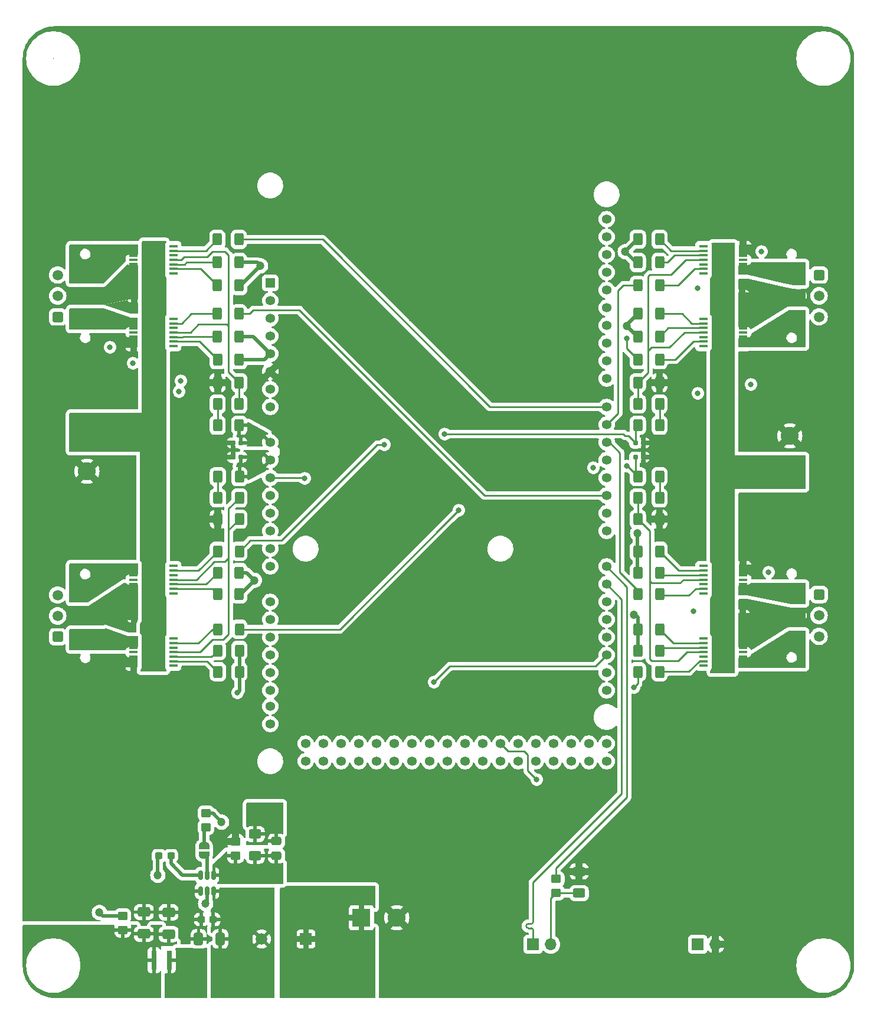
<source format=gbr>
%TF.GenerationSoftware,KiCad,Pcbnew,7.0.6*%
%TF.CreationDate,2023-07-10T17:04:03+08:00*%
%TF.ProjectId,rbc_circuits,7262635f-6369-4726-9375-6974732e6b69,1.0*%
%TF.SameCoordinates,Original*%
%TF.FileFunction,Copper,L1,Top*%
%TF.FilePolarity,Positive*%
%FSLAX46Y46*%
G04 Gerber Fmt 4.6, Leading zero omitted, Abs format (unit mm)*
G04 Created by KiCad (PCBNEW 7.0.6) date 2023-07-10 17:04:03*
%MOMM*%
%LPD*%
G01*
G04 APERTURE LIST*
G04 Aperture macros list*
%AMRoundRect*
0 Rectangle with rounded corners*
0 $1 Rounding radius*
0 $2 $3 $4 $5 $6 $7 $8 $9 X,Y pos of 4 corners*
0 Add a 4 corners polygon primitive as box body*
4,1,4,$2,$3,$4,$5,$6,$7,$8,$9,$2,$3,0*
0 Add four circle primitives for the rounded corners*
1,1,$1+$1,$2,$3*
1,1,$1+$1,$4,$5*
1,1,$1+$1,$6,$7*
1,1,$1+$1,$8,$9*
0 Add four rect primitives between the rounded corners*
20,1,$1+$1,$2,$3,$4,$5,0*
20,1,$1+$1,$4,$5,$6,$7,0*
20,1,$1+$1,$6,$7,$8,$9,0*
20,1,$1+$1,$8,$9,$2,$3,0*%
%AMFreePoly0*
4,1,19,0.500000,-0.750000,0.000000,-0.750000,0.000000,-0.744911,-0.071157,-0.744911,-0.207708,-0.704816,-0.327430,-0.627875,-0.420627,-0.520320,-0.479746,-0.390866,-0.500000,-0.250000,-0.500000,0.250000,-0.479746,0.390866,-0.420627,0.520320,-0.327430,0.627875,-0.207708,0.704816,-0.071157,0.744911,0.000000,0.744911,0.000000,0.750000,0.500000,0.750000,0.500000,-0.750000,0.500000,-0.750000,
$1*%
%AMFreePoly1*
4,1,19,0.000000,0.744911,0.071157,0.744911,0.207708,0.704816,0.327430,0.627875,0.420627,0.520320,0.479746,0.390866,0.500000,0.250000,0.500000,-0.250000,0.479746,-0.390866,0.420627,-0.520320,0.327430,-0.627875,0.207708,-0.704816,0.071157,-0.744911,0.000000,-0.744911,0.000000,-0.750000,-0.500000,-0.750000,-0.500000,0.750000,0.000000,0.750000,0.000000,0.744911,0.000000,0.744911,
$1*%
G04 Aperture macros list end*
%TA.AperFunction,NonConductor*%
%ADD10C,0.200000*%
%TD*%
%TA.AperFunction,ComponentPad*%
%ADD11RoundRect,0.250001X-0.499999X0.499999X-0.499999X-0.499999X0.499999X-0.499999X0.499999X0.499999X0*%
%TD*%
%TA.AperFunction,ComponentPad*%
%ADD12C,1.500000*%
%TD*%
%TA.AperFunction,SMDPad,CuDef*%
%ADD13RoundRect,0.250000X-0.450000X0.350000X-0.450000X-0.350000X0.450000X-0.350000X0.450000X0.350000X0*%
%TD*%
%TA.AperFunction,SMDPad,CuDef*%
%ADD14R,1.310000X0.450000*%
%TD*%
%TA.AperFunction,SMDPad,CuDef*%
%ADD15R,1.310000X1.750000*%
%TD*%
%TA.AperFunction,SMDPad,CuDef*%
%ADD16R,2.650000X4.000000*%
%TD*%
%TA.AperFunction,SMDPad,CuDef*%
%ADD17RoundRect,0.155000X-0.212500X-0.155000X0.212500X-0.155000X0.212500X0.155000X-0.212500X0.155000X0*%
%TD*%
%TA.AperFunction,SMDPad,CuDef*%
%ADD18RoundRect,0.250000X0.412500X0.650000X-0.412500X0.650000X-0.412500X-0.650000X0.412500X-0.650000X0*%
%TD*%
%TA.AperFunction,SMDPad,CuDef*%
%ADD19RoundRect,0.155000X0.212500X0.155000X-0.212500X0.155000X-0.212500X-0.155000X0.212500X-0.155000X0*%
%TD*%
%TA.AperFunction,SMDPad,CuDef*%
%ADD20RoundRect,0.250000X0.450000X-0.350000X0.450000X0.350000X-0.450000X0.350000X-0.450000X-0.350000X0*%
%TD*%
%TA.AperFunction,SMDPad,CuDef*%
%ADD21RoundRect,0.250000X0.400000X0.625000X-0.400000X0.625000X-0.400000X-0.625000X0.400000X-0.625000X0*%
%TD*%
%TA.AperFunction,ComponentPad*%
%ADD22R,2.600000X2.600000*%
%TD*%
%TA.AperFunction,ComponentPad*%
%ADD23C,2.600000*%
%TD*%
%TA.AperFunction,SMDPad,CuDef*%
%ADD24RoundRect,0.250000X-0.400000X-0.625000X0.400000X-0.625000X0.400000X0.625000X-0.400000X0.625000X0*%
%TD*%
%TA.AperFunction,SMDPad,CuDef*%
%ADD25RoundRect,0.150000X0.150000X-0.512500X0.150000X0.512500X-0.150000X0.512500X-0.150000X-0.512500X0*%
%TD*%
%TA.AperFunction,SMDPad,CuDef*%
%ADD26RoundRect,0.250000X-0.475000X0.337500X-0.475000X-0.337500X0.475000X-0.337500X0.475000X0.337500X0*%
%TD*%
%TA.AperFunction,SMDPad,CuDef*%
%ADD27RoundRect,0.237500X0.300000X0.237500X-0.300000X0.237500X-0.300000X-0.237500X0.300000X-0.237500X0*%
%TD*%
%TA.AperFunction,ComponentPad*%
%ADD28R,1.700000X1.700000*%
%TD*%
%TA.AperFunction,ComponentPad*%
%ADD29O,1.700000X1.700000*%
%TD*%
%TA.AperFunction,SMDPad,CuDef*%
%ADD30FreePoly0,270.000000*%
%TD*%
%TA.AperFunction,SMDPad,CuDef*%
%ADD31FreePoly1,270.000000*%
%TD*%
%TA.AperFunction,ComponentPad*%
%ADD32R,1.680000X1.680000*%
%TD*%
%TA.AperFunction,ComponentPad*%
%ADD33C,1.680000*%
%TD*%
%TA.AperFunction,ComponentPad*%
%ADD34RoundRect,0.250001X0.499999X-0.499999X0.499999X0.499999X-0.499999X0.499999X-0.499999X-0.499999X0*%
%TD*%
%TA.AperFunction,SMDPad,CuDef*%
%ADD35RoundRect,0.250000X0.650000X-0.412500X0.650000X0.412500X-0.650000X0.412500X-0.650000X-0.412500X0*%
%TD*%
%TA.AperFunction,ComponentPad*%
%ADD36C,1.358000*%
%TD*%
%TA.AperFunction,ComponentPad*%
%ADD37R,1.358000X1.358000*%
%TD*%
%TA.AperFunction,SMDPad,CuDef*%
%ADD38R,0.800000X2.700000*%
%TD*%
%TA.AperFunction,SMDPad,CuDef*%
%ADD39RoundRect,0.237500X-0.300000X-0.237500X0.300000X-0.237500X0.300000X0.237500X-0.300000X0.237500X0*%
%TD*%
%TA.AperFunction,SMDPad,CuDef*%
%ADD40RoundRect,0.250000X0.625000X-0.400000X0.625000X0.400000X-0.625000X0.400000X-0.625000X-0.400000X0*%
%TD*%
%TA.AperFunction,SMDPad,CuDef*%
%ADD41RoundRect,0.250000X-0.625000X0.400000X-0.625000X-0.400000X0.625000X-0.400000X0.625000X0.400000X0*%
%TD*%
%TA.AperFunction,ViaPad*%
%ADD42C,1.200000*%
%TD*%
%TA.AperFunction,ViaPad*%
%ADD43C,0.800000*%
%TD*%
%TA.AperFunction,Conductor*%
%ADD44C,0.500000*%
%TD*%
%TA.AperFunction,Conductor*%
%ADD45C,0.250000*%
%TD*%
G04 APERTURE END LIST*
D10*
X53344001Y-25002000D02*
G75*
G03*
X53344001Y-25002000I-1J0D01*
G01*
X53344001Y-25002000D02*
G75*
G03*
X53344001Y-25002000I-1J0D01*
G01*
D11*
%TO.P,J7,1,Pin_1*%
%TO.N,4_HALL_A*%
X163200000Y-56038000D03*
D12*
%TO.P,J7,2,Pin_2*%
%TO.N,+5V*%
X163200000Y-59038000D03*
%TO.P,J7,3,Pin_3*%
%TO.N,4_HALL_B*%
X163200000Y-62038000D03*
%TO.P,J7,4,Pin_4*%
%TO.N,4_LOUT*%
X160200000Y-56038000D03*
%TO.P,J7,5,Pin_5*%
%TO.N,GND*%
X160200000Y-59038000D03*
%TO.P,J7,6,Pin_6*%
%TO.N,4_ROUT*%
X160200000Y-62038000D03*
%TD*%
D13*
%TO.P,R1,1*%
%TO.N,+BATT*%
X75234000Y-133227000D03*
%TO.P,R1,2*%
%TO.N,Net-(JP1-A)*%
X75234000Y-135227000D03*
%TD*%
D14*
%TO.P,IC7,1,NC_1*%
%TO.N,unconnected-(IC7-NC_1-Pad1)*%
X146611000Y-62324000D03*
%TO.P,IC7,2,EN*%
%TO.N,Net-(IC7-EN)*%
X146611000Y-62974000D03*
%TO.P,IC7,3,DEN*%
%TO.N,Net-(IC7-DEN)*%
X146611000Y-63624000D03*
%TO.P,IC7,4,IS*%
%TO.N,Net-(IC5-IS)*%
X146616000Y-64274000D03*
%TO.P,IC7,5,NC_2*%
%TO.N,unconnected-(IC7-NC_2-Pad5)*%
X146611000Y-64924000D03*
%TO.P,IC7,6,IN*%
%TO.N,Net-(IC7-IN)*%
X146611000Y-65574000D03*
%TO.P,IC7,7,NC_3*%
%TO.N,unconnected-(IC7-NC_3-Pad7)*%
X146611000Y-66224000D03*
%TO.P,IC7,8,OUT_1*%
%TO.N,4_ROUT*%
X152311000Y-66224000D03*
D15*
%TO.P,IC7,9,OUT_2*%
X152311000Y-65574000D03*
D14*
%TO.P,IC7,10,OUT_3*%
X152311000Y-64924000D03*
%TO.P,IC7,11,NC_4*%
%TO.N,unconnected-(IC7-NC_4-Pad11)*%
X152311000Y-64274000D03*
%TO.P,IC7,12,GND_1*%
%TO.N,GND*%
X152311000Y-63624000D03*
D15*
%TO.P,IC7,13,GND_2*%
X152311000Y-62974000D03*
D14*
%TO.P,IC7,14,GND_3*%
X152311000Y-62324000D03*
D16*
%TO.P,IC7,15,VS*%
%TO.N,+12P*%
X149461000Y-64274000D03*
%TD*%
D17*
%TO.P,C11,1*%
%TO.N,4_IS*%
X136850500Y-80120000D03*
%TO.P,C11,2*%
%TO.N,GND*%
X137985500Y-80120000D03*
%TD*%
D18*
%TO.P,C1,1*%
%TO.N,+BATT*%
X77304500Y-151229000D03*
%TO.P,C1,2*%
%TO.N,GND*%
X74179500Y-151229000D03*
%TD*%
D14*
%TO.P,IC8,1,NC_1*%
%TO.N,unconnected-(IC8-NC_1-Pad1)*%
X146611000Y-108174000D03*
%TO.P,IC8,2,EN*%
%TO.N,Net-(IC8-EN)*%
X146611000Y-108824000D03*
%TO.P,IC8,3,DEN*%
%TO.N,Net-(IC8-DEN)*%
X146611000Y-109474000D03*
%TO.P,IC8,4,IS*%
%TO.N,Net-(IC6-IS)*%
X146616000Y-110124000D03*
%TO.P,IC8,5,NC_2*%
%TO.N,unconnected-(IC8-NC_2-Pad5)*%
X146611000Y-110774000D03*
%TO.P,IC8,6,IN*%
%TO.N,Net-(IC8-IN)*%
X146611000Y-111424000D03*
%TO.P,IC8,7,NC_3*%
%TO.N,unconnected-(IC8-NC_3-Pad7)*%
X146611000Y-112074000D03*
%TO.P,IC8,8,OUT_1*%
%TO.N,3_ROUT*%
X152311000Y-112074000D03*
D15*
%TO.P,IC8,9,OUT_2*%
X152311000Y-111424000D03*
D14*
%TO.P,IC8,10,OUT_3*%
X152311000Y-110774000D03*
%TO.P,IC8,11,NC_4*%
%TO.N,unconnected-(IC8-NC_4-Pad11)*%
X152311000Y-110124000D03*
%TO.P,IC8,12,GND_1*%
%TO.N,GND*%
X152311000Y-109474000D03*
D15*
%TO.P,IC8,13,GND_2*%
X152311000Y-108824000D03*
D14*
%TO.P,IC8,14,GND_3*%
X152311000Y-108174000D03*
D16*
%TO.P,IC8,15,VS*%
%TO.N,+12P*%
X149461000Y-110124000D03*
%TD*%
D19*
%TO.P,C7,1*%
%TO.N,1_IS*%
X80268000Y-80120000D03*
%TO.P,C7,2*%
%TO.N,GND*%
X79133000Y-80120000D03*
%TD*%
D20*
%TO.P,R4,1*%
%TO.N,Net-(U1-FB)*%
X79506000Y-139291000D03*
%TO.P,R4,2*%
%TO.N,GND*%
X79506000Y-137291000D03*
%TD*%
D21*
%TO.P,R29,1*%
%TO.N,GND*%
X140314000Y-71484000D03*
%TO.P,R29,2*%
%TO.N,Net-(IC5-IS)*%
X137214000Y-71484000D03*
%TD*%
D19*
%TO.P,C8,1*%
%TO.N,2_IS*%
X80268000Y-82152000D03*
%TO.P,C8,2*%
%TO.N,GND*%
X79133000Y-82152000D03*
%TD*%
D22*
%TO.P,J6,1,Pin_1*%
%TO.N,+12V*%
X58170000Y-79104000D03*
D23*
%TO.P,J6,2,Pin_2*%
%TO.N,GND*%
X58170000Y-84184000D03*
%TD*%
D24*
%TO.P,R32,1*%
%TO.N,+5V*%
X137214000Y-54246000D03*
%TO.P,R32,2*%
%TO.N,Net-(IC5-DEN)*%
X140314000Y-54246000D03*
%TD*%
D21*
%TO.P,R30,1*%
%TO.N,GND*%
X140314000Y-91042000D03*
%TO.P,R30,2*%
%TO.N,Net-(IC6-IS)*%
X137214000Y-91042000D03*
%TD*%
D25*
%TO.P,U1,1,GND*%
%TO.N,GND*%
X74438000Y-144355500D03*
%TO.P,U1,2,SW*%
%TO.N,Net-(U1-SW)*%
X75388000Y-144355500D03*
%TO.P,U1,3,VIN*%
%TO.N,+BATT*%
X76338000Y-144355500D03*
%TO.P,U1,4,FB*%
%TO.N,Net-(U1-FB)*%
X76338000Y-142080500D03*
%TO.P,U1,5,EN*%
%TO.N,Net-(JP1-B)*%
X75388000Y-142080500D03*
%TO.P,U1,6,BOOT*%
%TO.N,Net-(U1-BOOT)*%
X74438000Y-142080500D03*
%TD*%
D22*
%TO.P,J1,1,Pin_1*%
%TO.N,Net-(J1-Pin_1)*%
X97540000Y-148192000D03*
D23*
%TO.P,J1,2,Pin_2*%
%TO.N,GND*%
X102620000Y-148192000D03*
%TD*%
D24*
%TO.P,R37,1*%
%TO.N,4_RPWM*%
X137214000Y-68182000D03*
%TO.P,R37,2*%
%TO.N,Net-(IC7-IN)*%
X140314000Y-68182000D03*
%TD*%
D26*
%TO.P,C6,1*%
%TO.N,Net-(C6-Pad1)*%
X85348000Y-137216000D03*
%TO.P,C6,2*%
%TO.N,Net-(U1-FB)*%
X85348000Y-139291000D03*
%TD*%
D24*
%TO.P,R11,1*%
%TO.N,GND*%
X76914000Y-71484000D03*
%TO.P,R11,2*%
%TO.N,Net-(IC1-IS)*%
X80014000Y-71484000D03*
%TD*%
%TO.P,R21,1*%
%TO.N,Net-(IC3-EN)*%
X76888000Y-57548000D03*
%TO.P,R21,2*%
%TO.N,+5V*%
X79988000Y-57548000D03*
%TD*%
%TO.P,R23,1*%
%TO.N,Net-(IC4-DEN)*%
X76914000Y-98700000D03*
%TO.P,R23,2*%
%TO.N,+5V*%
X80014000Y-98700000D03*
%TD*%
D21*
%TO.P,R16,1*%
%TO.N,2_LPWM*%
X80040000Y-106828000D03*
%TO.P,R16,2*%
%TO.N,Net-(IC2-IN)*%
X76940000Y-106828000D03*
%TD*%
D13*
%TO.P,R5,1*%
%TO.N,Net-(A1-Pad14)*%
X125480000Y-142620000D03*
%TO.P,R5,2*%
%TO.N,PI_RX*%
X125480000Y-144620000D03*
%TD*%
D14*
%TO.P,IC2,1,NC_1*%
%TO.N,unconnected-(IC2-NC_1-Pad1)*%
X70565000Y-112074000D03*
%TO.P,IC2,2,EN*%
%TO.N,Net-(IC2-EN)*%
X70565000Y-111424000D03*
%TO.P,IC2,3,DEN*%
%TO.N,Net-(IC2-DEN)*%
X70565000Y-110774000D03*
%TO.P,IC2,4,IS*%
%TO.N,Net-(IC2-IS)*%
X70560000Y-110124000D03*
%TO.P,IC2,5,NC_2*%
%TO.N,unconnected-(IC2-NC_2-Pad5)*%
X70565000Y-109474000D03*
%TO.P,IC2,6,IN*%
%TO.N,Net-(IC2-IN)*%
X70565000Y-108824000D03*
%TO.P,IC2,7,NC_3*%
%TO.N,unconnected-(IC2-NC_3-Pad7)*%
X70565000Y-108174000D03*
%TO.P,IC2,8,OUT_1*%
%TO.N,2_LOUT*%
X64865000Y-108174000D03*
D15*
%TO.P,IC2,9,OUT_2*%
X64865000Y-108824000D03*
D14*
%TO.P,IC2,10,OUT_3*%
X64865000Y-109474000D03*
%TO.P,IC2,11,NC_4*%
%TO.N,unconnected-(IC2-NC_4-Pad11)*%
X64865000Y-110124000D03*
%TO.P,IC2,12,GND_1*%
%TO.N,GND*%
X64865000Y-110774000D03*
D15*
%TO.P,IC2,13,GND_2*%
X64865000Y-111424000D03*
D14*
%TO.P,IC2,14,GND_3*%
X64865000Y-112074000D03*
D16*
%TO.P,IC2,15,VS*%
%TO.N,+12V*%
X67715000Y-110124000D03*
%TD*%
D24*
%TO.P,R31,1*%
%TO.N,4_LPWM*%
X137214000Y-57514000D03*
%TO.P,R31,2*%
%TO.N,Net-(IC5-IN)*%
X140314000Y-57514000D03*
%TD*%
D17*
%TO.P,C12,1*%
%TO.N,3_IS*%
X136850500Y-82152000D03*
%TO.P,C12,2*%
%TO.N,GND*%
X137985500Y-82152000D03*
%TD*%
D24*
%TO.P,R7,1*%
%TO.N,Net-(R7-Pad1)*%
X76914000Y-77580000D03*
%TO.P,R7,2*%
%TO.N,1_IS*%
X80014000Y-77580000D03*
%TD*%
D14*
%TO.P,IC6,1,NC_1*%
%TO.N,unconnected-(IC6-NC_1-Pad1)*%
X146611000Y-97766000D03*
%TO.P,IC6,2,EN*%
%TO.N,Net-(IC6-EN)*%
X146611000Y-98416000D03*
%TO.P,IC6,3,DEN*%
%TO.N,Net-(IC6-DEN)*%
X146611000Y-99066000D03*
%TO.P,IC6,4,IS*%
%TO.N,Net-(IC6-IS)*%
X146616000Y-99716000D03*
%TO.P,IC6,5,NC_2*%
%TO.N,unconnected-(IC6-NC_2-Pad5)*%
X146611000Y-100366000D03*
%TO.P,IC6,6,IN*%
%TO.N,Net-(IC6-IN)*%
X146611000Y-101016000D03*
%TO.P,IC6,7,NC_3*%
%TO.N,unconnected-(IC6-NC_3-Pad7)*%
X146611000Y-101666000D03*
%TO.P,IC6,8,OUT_1*%
%TO.N,3_LOUT*%
X152311000Y-101666000D03*
D15*
%TO.P,IC6,9,OUT_2*%
X152311000Y-101016000D03*
D14*
%TO.P,IC6,10,OUT_3*%
X152311000Y-100366000D03*
%TO.P,IC6,11,NC_4*%
%TO.N,unconnected-(IC6-NC_4-Pad11)*%
X152311000Y-99716000D03*
%TO.P,IC6,12,GND_1*%
%TO.N,GND*%
X152311000Y-99066000D03*
D15*
%TO.P,IC6,13,GND_2*%
X152311000Y-98416000D03*
D14*
%TO.P,IC6,14,GND_3*%
X152311000Y-97766000D03*
D16*
%TO.P,IC6,15,VS*%
%TO.N,+12P*%
X149461000Y-99716000D03*
%TD*%
D21*
%TO.P,R18,1*%
%TO.N,+5V*%
X80040000Y-112924000D03*
%TO.P,R18,2*%
%TO.N,Net-(IC2-EN)*%
X76940000Y-112924000D03*
%TD*%
D24*
%TO.P,R27,1*%
%TO.N,Net-(IC5-IS)*%
X137214000Y-74532000D03*
%TO.P,R27,2*%
%TO.N,Net-(R25-Pad1)*%
X140314000Y-74532000D03*
%TD*%
D27*
%TO.P,C9,1*%
%TO.N,+12V*%
X66652500Y-59070000D03*
%TO.P,C9,2*%
%TO.N,GND*%
X64927500Y-59070000D03*
%TD*%
D21*
%TO.P,R25,1*%
%TO.N,Net-(R25-Pad1)*%
X140314000Y-77580000D03*
%TO.P,R25,2*%
%TO.N,4_IS*%
X137214000Y-77580000D03*
%TD*%
D28*
%TO.P,J2,1,Pin_1*%
%TO.N,+5V*%
X145800000Y-152002000D03*
D29*
%TO.P,J2,2,Pin_2*%
%TO.N,GND*%
X148340000Y-152002000D03*
%TD*%
D21*
%TO.P,R38,1*%
%TO.N,Net-(IC7-DEN)*%
X140314000Y-64880000D03*
%TO.P,R38,2*%
%TO.N,+5V*%
X137214000Y-64880000D03*
%TD*%
D30*
%TO.P,JP1,1,A*%
%TO.N,Net-(JP1-A)*%
X74980000Y-137895000D03*
D31*
%TO.P,JP1,2,B*%
%TO.N,Net-(JP1-B)*%
X74980000Y-139195000D03*
%TD*%
D27*
%TO.P,C13,1*%
%TO.N,GND*%
X152150000Y-59070000D03*
%TO.P,C13,2*%
%TO.N,+12P*%
X150425000Y-59070000D03*
%TD*%
D11*
%TO.P,J8,1,Pin_1*%
%TO.N,3_HALL_A*%
X163200000Y-101854000D03*
D12*
%TO.P,J8,2,Pin_2*%
%TO.N,+5V*%
X163200000Y-104854000D03*
%TO.P,J8,3,Pin_3*%
%TO.N,3_HALL_B*%
X163200000Y-107854000D03*
%TO.P,J8,4,Pin_4*%
%TO.N,3_LOUT*%
X160200000Y-101854000D03*
%TO.P,J8,5,Pin_5*%
%TO.N,GND*%
X160200000Y-104854000D03*
%TO.P,J8,6,Pin_6*%
%TO.N,3_ROUT*%
X160200000Y-107854000D03*
%TD*%
D14*
%TO.P,IC4,1,NC_1*%
%TO.N,unconnected-(IC4-NC_1-Pad1)*%
X70565000Y-101666000D03*
%TO.P,IC4,2,EN*%
%TO.N,Net-(IC4-EN)*%
X70565000Y-101016000D03*
%TO.P,IC4,3,DEN*%
%TO.N,Net-(IC4-DEN)*%
X70565000Y-100366000D03*
%TO.P,IC4,4,IS*%
%TO.N,Net-(IC2-IS)*%
X70560000Y-99716000D03*
%TO.P,IC4,5,NC_2*%
%TO.N,unconnected-(IC4-NC_2-Pad5)*%
X70565000Y-99066000D03*
%TO.P,IC4,6,IN*%
%TO.N,Net-(IC4-IN)*%
X70565000Y-98416000D03*
%TO.P,IC4,7,NC_3*%
%TO.N,unconnected-(IC4-NC_3-Pad7)*%
X70565000Y-97766000D03*
%TO.P,IC4,8,OUT_1*%
%TO.N,2_ROUT*%
X64865000Y-97766000D03*
D15*
%TO.P,IC4,9,OUT_2*%
X64865000Y-98416000D03*
D14*
%TO.P,IC4,10,OUT_3*%
X64865000Y-99066000D03*
%TO.P,IC4,11,NC_4*%
%TO.N,unconnected-(IC4-NC_4-Pad11)*%
X64865000Y-99716000D03*
%TO.P,IC4,12,GND_1*%
%TO.N,GND*%
X64865000Y-100366000D03*
D15*
%TO.P,IC4,13,GND_2*%
X64865000Y-101016000D03*
D14*
%TO.P,IC4,14,GND_3*%
X64865000Y-101666000D03*
D16*
%TO.P,IC4,15,VS*%
%TO.N,+12V*%
X67715000Y-99716000D03*
%TD*%
D28*
%TO.P,J3,1,Pin_1*%
%TO.N,PI_TX*%
X122173000Y-152002000D03*
D29*
%TO.P,J3,2,Pin_2*%
%TO.N,PI_RX*%
X124713000Y-152002000D03*
%TD*%
D14*
%TO.P,IC5,1,NC_1*%
%TO.N,unconnected-(IC5-NC_1-Pad1)*%
X146611000Y-51916000D03*
%TO.P,IC5,2,EN*%
%TO.N,Net-(IC5-EN)*%
X146611000Y-52566000D03*
%TO.P,IC5,3,DEN*%
%TO.N,Net-(IC5-DEN)*%
X146611000Y-53216000D03*
%TO.P,IC5,4,IS*%
%TO.N,Net-(IC5-IS)*%
X146616000Y-53866000D03*
%TO.P,IC5,5,NC_2*%
%TO.N,unconnected-(IC5-NC_2-Pad5)*%
X146611000Y-54516000D03*
%TO.P,IC5,6,IN*%
%TO.N,Net-(IC5-IN)*%
X146611000Y-55166000D03*
%TO.P,IC5,7,NC_3*%
%TO.N,unconnected-(IC5-NC_3-Pad7)*%
X146611000Y-55816000D03*
%TO.P,IC5,8,OUT_1*%
%TO.N,4_LOUT*%
X152311000Y-55816000D03*
D15*
%TO.P,IC5,9,OUT_2*%
X152311000Y-55166000D03*
D14*
%TO.P,IC5,10,OUT_3*%
X152311000Y-54516000D03*
%TO.P,IC5,11,NC_4*%
%TO.N,unconnected-(IC5-NC_4-Pad11)*%
X152311000Y-53866000D03*
%TO.P,IC5,12,GND_1*%
%TO.N,GND*%
X152311000Y-53216000D03*
D15*
%TO.P,IC5,13,GND_2*%
X152311000Y-52566000D03*
D14*
%TO.P,IC5,14,GND_3*%
X152311000Y-51916000D03*
D16*
%TO.P,IC5,15,VS*%
%TO.N,+12P*%
X149461000Y-53866000D03*
%TD*%
D24*
%TO.P,R20,1*%
%TO.N,Net-(IC3-DEN)*%
X76888000Y-54246000D03*
%TO.P,R20,2*%
%TO.N,+5V*%
X79988000Y-54246000D03*
%TD*%
%TO.P,R24,1*%
%TO.N,Net-(IC4-EN)*%
X76914000Y-101748000D03*
%TO.P,R24,2*%
%TO.N,+5V*%
X80014000Y-101748000D03*
%TD*%
D21*
%TO.P,R19,1*%
%TO.N,1_RPWM*%
X79962000Y-50944000D03*
%TO.P,R19,2*%
%TO.N,Net-(IC3-IN)*%
X76862000Y-50944000D03*
%TD*%
D24*
%TO.P,R34,1*%
%TO.N,3_LPWM*%
X137214000Y-101748000D03*
%TO.P,R34,2*%
%TO.N,Net-(IC6-IN)*%
X140314000Y-101748000D03*
%TD*%
D21*
%TO.P,R42,1*%
%TO.N,Net-(IC8-EN)*%
X140314000Y-106828000D03*
%TO.P,R42,2*%
%TO.N,+5V*%
X137214000Y-106828000D03*
%TD*%
D24*
%TO.P,R40,1*%
%TO.N,3_RPWM*%
X137214000Y-112924000D03*
%TO.P,R40,2*%
%TO.N,Net-(IC8-IN)*%
X140314000Y-112924000D03*
%TD*%
D21*
%TO.P,R17,1*%
%TO.N,+5V*%
X80040000Y-109876000D03*
%TO.P,R17,2*%
%TO.N,Net-(IC2-DEN)*%
X76940000Y-109876000D03*
%TD*%
D32*
%TO.P,JP2,1,1*%
%TO.N,Net-(J1-Pin_1)*%
X89585000Y-151245000D03*
D33*
%TO.P,JP2,2,2*%
%TO.N,+BATT*%
X83235000Y-151245000D03*
%TD*%
D21*
%TO.P,R41,1*%
%TO.N,Net-(IC8-DEN)*%
X140314000Y-109876000D03*
%TO.P,R41,2*%
%TO.N,+5V*%
X137214000Y-109876000D03*
%TD*%
D22*
%TO.P,J9,1,Pin_1*%
%TO.N,+12P*%
X159006000Y-84194000D03*
D23*
%TO.P,J9,2,Pin_2*%
%TO.N,GND*%
X159006000Y-79114000D03*
%TD*%
D34*
%TO.P,J5,1,Pin_1*%
%TO.N,2_HALL_A*%
X53976000Y-107916000D03*
D12*
%TO.P,J5,2,Pin_2*%
%TO.N,+5V*%
X53976000Y-104916000D03*
%TO.P,J5,3,Pin_3*%
%TO.N,2_HALL_B*%
X53976000Y-101916000D03*
%TO.P,J5,4,Pin_4*%
%TO.N,2_LOUT*%
X56976000Y-107916000D03*
%TO.P,J5,5,Pin_5*%
%TO.N,GND*%
X56976000Y-104916000D03*
%TO.P,J5,6,Pin_6*%
%TO.N,2_ROUT*%
X56976000Y-101916000D03*
%TD*%
D24*
%TO.P,R33,1*%
%TO.N,+5V*%
X137214000Y-50910000D03*
%TO.P,R33,2*%
%TO.N,Net-(IC5-EN)*%
X140314000Y-50910000D03*
%TD*%
D21*
%TO.P,R9,1*%
%TO.N,Net-(IC1-IS)*%
X80014000Y-74532000D03*
%TO.P,R9,2*%
%TO.N,Net-(R7-Pad1)*%
X76914000Y-74532000D03*
%TD*%
D24*
%TO.P,R28,1*%
%TO.N,Net-(IC6-IS)*%
X137214000Y-87994000D03*
%TO.P,R28,2*%
%TO.N,Net-(R26-Pad1)*%
X140314000Y-87994000D03*
%TD*%
%TO.P,R12,1*%
%TO.N,GND*%
X76940000Y-91042000D03*
%TO.P,R12,2*%
%TO.N,Net-(IC2-IS)*%
X80040000Y-91042000D03*
%TD*%
%TO.P,R8,1*%
%TO.N,Net-(R10-Pad2)*%
X76940000Y-84946000D03*
%TO.P,R8,2*%
%TO.N,2_IS*%
X80040000Y-84946000D03*
%TD*%
D35*
%TO.P,C4,1*%
%TO.N,+5V*%
X69900000Y-150544000D03*
%TO.P,C4,2*%
%TO.N,GND*%
X69900000Y-147419000D03*
%TD*%
D27*
%TO.P,C2,1*%
%TO.N,+BATT*%
X76288500Y-148435000D03*
%TO.P,C2,2*%
%TO.N,GND*%
X74563500Y-148435000D03*
%TD*%
D34*
%TO.P,J4,1,Pin_1*%
%TO.N,1_HALL_A*%
X53976000Y-62038000D03*
D12*
%TO.P,J4,2,Pin_2*%
%TO.N,+5V*%
X53976000Y-59038000D03*
%TO.P,J4,3,Pin_3*%
%TO.N,1_HALL_B*%
X53976000Y-56038000D03*
%TO.P,J4,4,Pin_4*%
%TO.N,1_LOUT*%
X56976000Y-62038000D03*
%TO.P,J4,5,Pin_5*%
%TO.N,GND*%
X56976000Y-59038000D03*
%TO.P,J4,6,Pin_6*%
%TO.N,1_ROUT*%
X56976000Y-56038000D03*
%TD*%
D21*
%TO.P,R15,1*%
%TO.N,+5V*%
X80014000Y-68182000D03*
%TO.P,R15,2*%
%TO.N,Net-(IC1-EN)*%
X76914000Y-68182000D03*
%TD*%
%TO.P,R14,1*%
%TO.N,+5V*%
X79988000Y-64914000D03*
%TO.P,R14,2*%
%TO.N,Net-(IC1-DEN)*%
X76888000Y-64914000D03*
%TD*%
D36*
%TO.P,A1,0,0*%
%TO.N,unconnected-(A1-Pad0)*%
X132718000Y-92730000D03*
%TO.P,A1,1,1*%
%TO.N,unconnected-(A1-Pad1)*%
X132718000Y-90190000D03*
%TO.P,A1,2,2*%
%TO.N,1_LPWM*%
X132718000Y-87650000D03*
%TO.P,A1,3,3*%
%TO.N,2_LPWM*%
X132718000Y-85110000D03*
%TO.P,A1,3V3,+3V3*%
%TO.N,unconnected-(A1-+3V3-Pad3V3)*%
X84458000Y-64790000D03*
%TO.P,A1,4,4*%
%TO.N,unconnected-(A1-Pad4)*%
X132718000Y-82570000D03*
%TO.P,A1,5,5*%
%TO.N,3_LPWM*%
X132718000Y-80030000D03*
%TO.P,A1,5V_1,+5V_1*%
%TO.N,+5V*%
X84458000Y-67330000D03*
%TO.P,A1,5V_2,+5V_2*%
%TO.N,unconnected-(A1-+5V_2-Pad5V_2)*%
X132718000Y-123210000D03*
%TO.P,A1,5V_3,+5V_3*%
%TO.N,unconnected-(A1-+5V_3-Pad5V_3)*%
X132718000Y-125750000D03*
%TO.P,A1,6,6*%
%TO.N,4_LPWM*%
X132718000Y-77490000D03*
%TO.P,A1,7,7*%
%TO.N,1_RPWM*%
X132718000Y-74950000D03*
%TO.P,A1,8,8*%
%TO.N,2_RPWM*%
X132718000Y-70886000D03*
%TO.P,A1,9,9*%
%TO.N,unconnected-(A1-Pad9)*%
X132718000Y-68346000D03*
%TO.P,A1,10,10*%
%TO.N,unconnected-(A1-Pad10)*%
X132718000Y-65806000D03*
%TO.P,A1,11,11*%
%TO.N,3_RPWM*%
X132718000Y-63266000D03*
%TO.P,A1,12,12*%
%TO.N,4_RPWM*%
X132718000Y-60726000D03*
%TO.P,A1,13,13*%
%TO.N,unconnected-(A1-Pad13)*%
X132718000Y-58186000D03*
%TO.P,A1,14,14*%
%TO.N,Net-(A1-Pad14)*%
X132718000Y-97810000D03*
%TO.P,A1,15,15*%
%TO.N,PI_TX*%
X132718000Y-100350000D03*
%TO.P,A1,16,16*%
%TO.N,unconnected-(A1-Pad16)*%
X132718000Y-102890000D03*
%TO.P,A1,17,17*%
%TO.N,unconnected-(A1-Pad17)*%
X132718000Y-105430000D03*
%TO.P,A1,18,18*%
%TO.N,1_HALL_A*%
X132718000Y-107970000D03*
%TO.P,A1,19,19*%
%TO.N,2_HALL_A*%
X132718000Y-110510000D03*
%TO.P,A1,20,20*%
%TO.N,3_HALL_A*%
X132718000Y-113050000D03*
%TO.P,A1,21,21*%
%TO.N,4_HALL_A*%
X132718000Y-115590000D03*
%TO.P,A1,22,22*%
%TO.N,unconnected-(A1-Pad22)*%
X130178000Y-123210000D03*
%TO.P,A1,23,23*%
%TO.N,unconnected-(A1-Pad23)*%
X130178000Y-125750000D03*
%TO.P,A1,24,24*%
%TO.N,unconnected-(A1-Pad24)*%
X127638000Y-123210000D03*
%TO.P,A1,25,25*%
%TO.N,unconnected-(A1-Pad25)*%
X127638000Y-125750000D03*
%TO.P,A1,26,26*%
%TO.N,unconnected-(A1-Pad26)*%
X125098000Y-123210000D03*
%TO.P,A1,27,27*%
%TO.N,unconnected-(A1-Pad27)*%
X125098000Y-125750000D03*
%TO.P,A1,28,28*%
%TO.N,unconnected-(A1-Pad28)*%
X122558000Y-123210000D03*
%TO.P,A1,29,29*%
%TO.N,unconnected-(A1-Pad29)*%
X122558000Y-125750000D03*
%TO.P,A1,30,30*%
%TO.N,1_HALL_B*%
X120018000Y-123210000D03*
%TO.P,A1,31,31*%
%TO.N,2_HALL_B*%
X120018000Y-125750000D03*
%TO.P,A1,32,32*%
%TO.N,3_HALL_B*%
X117478000Y-123210000D03*
%TO.P,A1,33,33*%
%TO.N,4_HALL_B*%
X117478000Y-125750000D03*
%TO.P,A1,34,34*%
%TO.N,unconnected-(A1-Pad34)*%
X114938000Y-123210000D03*
%TO.P,A1,35,35*%
%TO.N,unconnected-(A1-Pad35)*%
X114938000Y-125750000D03*
%TO.P,A1,36,36*%
%TO.N,unconnected-(A1-Pad36)*%
X112398000Y-123210000D03*
%TO.P,A1,37,37*%
%TO.N,unconnected-(A1-Pad37)*%
X112398000Y-125750000D03*
%TO.P,A1,38,38*%
%TO.N,unconnected-(A1-Pad38)*%
X109858000Y-123210000D03*
%TO.P,A1,39,39*%
%TO.N,unconnected-(A1-Pad39)*%
X109858000Y-125750000D03*
%TO.P,A1,40,40*%
%TO.N,unconnected-(A1-Pad40)*%
X107318000Y-123210000D03*
%TO.P,A1,41,41*%
%TO.N,unconnected-(A1-Pad41)*%
X107318000Y-125750000D03*
%TO.P,A1,42,42*%
%TO.N,unconnected-(A1-Pad42)*%
X104778000Y-123210000D03*
%TO.P,A1,43,43*%
%TO.N,unconnected-(A1-Pad43)*%
X104778000Y-125750000D03*
%TO.P,A1,44,44*%
%TO.N,unconnected-(A1-Pad44)*%
X102238000Y-123210000D03*
%TO.P,A1,45,45*%
%TO.N,unconnected-(A1-Pad45)*%
X102238000Y-125750000D03*
%TO.P,A1,46,46*%
%TO.N,unconnected-(A1-Pad46)*%
X99698000Y-123210000D03*
%TO.P,A1,47,47*%
%TO.N,unconnected-(A1-Pad47)*%
X99698000Y-125750000D03*
%TO.P,A1,48,48*%
%TO.N,unconnected-(A1-Pad48)*%
X97158000Y-123210000D03*
%TO.P,A1,49,49*%
%TO.N,unconnected-(A1-Pad49)*%
X97158000Y-125750000D03*
%TO.P,A1,50,50*%
%TO.N,unconnected-(A1-Pad50)*%
X94618000Y-123210000D03*
%TO.P,A1,51,51*%
%TO.N,unconnected-(A1-Pad51)*%
X94618000Y-125750000D03*
%TO.P,A1,52,52*%
%TO.N,unconnected-(A1-Pad52)*%
X92078000Y-123210000D03*
%TO.P,A1,53,53*%
%TO.N,unconnected-(A1-Pad53)*%
X92078000Y-125750000D03*
%TO.P,A1,AD0,AD0*%
%TO.N,1_IS*%
X84458000Y-80030000D03*
%TO.P,A1,AD1,AD1*%
%TO.N,2_IS*%
X84458000Y-82570000D03*
%TO.P,A1,AD2,AD2*%
%TO.N,3_IS*%
X84458000Y-85110000D03*
%TO.P,A1,AD3,AD3*%
%TO.N,4_IS*%
X84458000Y-87650000D03*
%TO.P,A1,AD4,AD4*%
%TO.N,unconnected-(A1-PadAD4)*%
X84458000Y-90190000D03*
%TO.P,A1,AD5,AD5*%
%TO.N,unconnected-(A1-PadAD5)*%
X84458000Y-92730000D03*
%TO.P,A1,AD6,AD6*%
%TO.N,unconnected-(A1-PadAD6)*%
X84458000Y-95270000D03*
%TO.P,A1,AD7,AD7*%
%TO.N,unconnected-(A1-PadAD7)*%
X84458000Y-97810000D03*
%TO.P,A1,AD8,AD8*%
%TO.N,unconnected-(A1-PadAD8)*%
X84458000Y-102890000D03*
%TO.P,A1,AD9,AD9*%
%TO.N,unconnected-(A1-PadAD9)*%
X84458000Y-105430000D03*
%TO.P,A1,AD10,AD10*%
%TO.N,unconnected-(A1-PadAD10)*%
X84458000Y-107970000D03*
%TO.P,A1,AD11,AD11*%
%TO.N,unconnected-(A1-PadAD11)*%
X84458000Y-110510000D03*
%TO.P,A1,AD12,AD12*%
%TO.N,unconnected-(A1-PadAD12)*%
X84458000Y-113050000D03*
%TO.P,A1,AD13,AD13*%
%TO.N,unconnected-(A1-PadAD13)*%
X84458000Y-115590000D03*
%TO.P,A1,AD14,AD14*%
%TO.N,unconnected-(A1-PadAD14)*%
X84458000Y-117876000D03*
%TO.P,A1,AD15,AD15*%
%TO.N,unconnected-(A1-PadAD15)*%
X84458000Y-120416000D03*
%TO.P,A1,AREF,AREF*%
%TO.N,unconnected-(A1-PadAREF)*%
X132718000Y-53106000D03*
%TO.P,A1,GND1,GND1*%
%TO.N,GND*%
X84458000Y-69870000D03*
%TO.P,A1,GND2,GND2*%
%TO.N,unconnected-(A1-PadGND2)*%
X84458000Y-72410000D03*
%TO.P,A1,GND3,GND3*%
%TO.N,unconnected-(A1-PadGND3)*%
X132718000Y-55646000D03*
%TO.P,A1,GND4,GND4*%
%TO.N,unconnected-(A1-PadGND4)*%
X89538000Y-123210000D03*
%TO.P,A1,GND5,GND5*%
%TO.N,unconnected-(A1-PadGND5)*%
X89538000Y-125750000D03*
%TO.P,A1,IOREF,IOREF*%
%TO.N,unconnected-(A1-PadIOREF)*%
X84458000Y-59710000D03*
D37*
%TO.P,A1,NC,NC*%
%TO.N,unconnected-(A1-PadNC)*%
X84458000Y-57170000D03*
D36*
%TO.P,A1,RESET,RESET*%
%TO.N,unconnected-(A1-PadRESET)*%
X84458000Y-62250000D03*
%TO.P,A1,SCL,SCL*%
%TO.N,unconnected-(A1-PadSCL)*%
X132718000Y-48026000D03*
%TO.P,A1,SDA,SDA*%
%TO.N,unconnected-(A1-PadSDA)*%
X132718000Y-50566000D03*
%TO.P,A1,VIN,VIN*%
%TO.N,unconnected-(A1-PadVIN)*%
X84458000Y-74950000D03*
%TD*%
D21*
%TO.P,R39,1*%
%TO.N,Net-(IC7-EN)*%
X140314000Y-61612000D03*
%TO.P,R39,2*%
%TO.N,+5V*%
X137214000Y-61612000D03*
%TD*%
%TO.P,R13,1*%
%TO.N,1_LPWM*%
X79988000Y-61612000D03*
%TO.P,R13,2*%
%TO.N,Net-(IC1-IN)*%
X76888000Y-61612000D03*
%TD*%
D27*
%TO.P,C14,1*%
%TO.N,GND*%
X152250500Y-104968000D03*
%TO.P,C14,2*%
%TO.N,+12P*%
X150525500Y-104968000D03*
%TD*%
D35*
%TO.P,C5,1*%
%TO.N,+5V*%
X66344000Y-150505500D03*
%TO.P,C5,2*%
%TO.N,GND*%
X66344000Y-147380500D03*
%TD*%
D38*
%TO.P,L1,1*%
%TO.N,Net-(U1-SW)*%
X69984000Y-154277000D03*
%TO.P,L1,2*%
%TO.N,+5V*%
X67784000Y-154277000D03*
%TD*%
D21*
%TO.P,R22,1*%
%TO.N,2_RPWM*%
X80040000Y-95652000D03*
%TO.P,R22,2*%
%TO.N,Net-(IC4-IN)*%
X76940000Y-95652000D03*
%TD*%
D39*
%TO.P,C10,1*%
%TO.N,GND*%
X64927500Y-104968000D03*
%TO.P,C10,2*%
%TO.N,+12V*%
X66652500Y-104968000D03*
%TD*%
D40*
%TO.P,R6,1*%
%TO.N,PI_RX*%
X128782000Y-144662000D03*
%TO.P,R6,2*%
%TO.N,GND*%
X128782000Y-141562000D03*
%TD*%
D24*
%TO.P,R36,1*%
%TO.N,+5V*%
X137214000Y-95652000D03*
%TO.P,R36,2*%
%TO.N,Net-(IC6-EN)*%
X140314000Y-95652000D03*
%TD*%
D14*
%TO.P,IC3,1,NC_1*%
%TO.N,unconnected-(IC3-NC_1-Pad1)*%
X70565000Y-55816000D03*
%TO.P,IC3,2,EN*%
%TO.N,Net-(IC3-EN)*%
X70565000Y-55166000D03*
%TO.P,IC3,3,DEN*%
%TO.N,Net-(IC3-DEN)*%
X70565000Y-54516000D03*
%TO.P,IC3,4,IS*%
%TO.N,Net-(IC1-IS)*%
X70560000Y-53866000D03*
%TO.P,IC3,5,NC_2*%
%TO.N,unconnected-(IC3-NC_2-Pad5)*%
X70565000Y-53216000D03*
%TO.P,IC3,6,IN*%
%TO.N,Net-(IC3-IN)*%
X70565000Y-52566000D03*
%TO.P,IC3,7,NC_3*%
%TO.N,unconnected-(IC3-NC_3-Pad7)*%
X70565000Y-51916000D03*
%TO.P,IC3,8,OUT_1*%
%TO.N,1_ROUT*%
X64865000Y-51916000D03*
D15*
%TO.P,IC3,9,OUT_2*%
X64865000Y-52566000D03*
D14*
%TO.P,IC3,10,OUT_3*%
X64865000Y-53216000D03*
%TO.P,IC3,11,NC_4*%
%TO.N,unconnected-(IC3-NC_4-Pad11)*%
X64865000Y-53866000D03*
%TO.P,IC3,12,GND_1*%
%TO.N,GND*%
X64865000Y-54516000D03*
D15*
%TO.P,IC3,13,GND_2*%
X64865000Y-55166000D03*
D14*
%TO.P,IC3,14,GND_3*%
X64865000Y-55816000D03*
D16*
%TO.P,IC3,15,VS*%
%TO.N,+12V*%
X67715000Y-53866000D03*
%TD*%
D21*
%TO.P,R26,1*%
%TO.N,Net-(R26-Pad1)*%
X140314000Y-84946000D03*
%TO.P,R26,2*%
%TO.N,3_IS*%
X137214000Y-84946000D03*
%TD*%
D41*
%TO.P,R3,1*%
%TO.N,Net-(C6-Pad1)*%
X82300000Y-136191000D03*
%TO.P,R3,2*%
%TO.N,Net-(U1-FB)*%
X82300000Y-139291000D03*
%TD*%
D24*
%TO.P,R35,1*%
%TO.N,+5V*%
X137214000Y-98700000D03*
%TO.P,R35,2*%
%TO.N,Net-(IC6-DEN)*%
X140314000Y-98700000D03*
%TD*%
D21*
%TO.P,R10,1*%
%TO.N,Net-(IC2-IS)*%
X80040000Y-87994000D03*
%TO.P,R10,2*%
%TO.N,Net-(R10-Pad2)*%
X76940000Y-87994000D03*
%TD*%
D14*
%TO.P,IC1,1,NC_1*%
%TO.N,unconnected-(IC1-NC_1-Pad1)*%
X70565000Y-66224000D03*
%TO.P,IC1,2,EN*%
%TO.N,Net-(IC1-EN)*%
X70565000Y-65574000D03*
%TO.P,IC1,3,DEN*%
%TO.N,Net-(IC1-DEN)*%
X70565000Y-64924000D03*
%TO.P,IC1,4,IS*%
%TO.N,Net-(IC1-IS)*%
X70560000Y-64274000D03*
%TO.P,IC1,5,NC_2*%
%TO.N,unconnected-(IC1-NC_2-Pad5)*%
X70565000Y-63624000D03*
%TO.P,IC1,6,IN*%
%TO.N,Net-(IC1-IN)*%
X70565000Y-62974000D03*
%TO.P,IC1,7,NC_3*%
%TO.N,unconnected-(IC1-NC_3-Pad7)*%
X70565000Y-62324000D03*
%TO.P,IC1,8,OUT_1*%
%TO.N,1_LOUT*%
X64865000Y-62324000D03*
D15*
%TO.P,IC1,9,OUT_2*%
X64865000Y-62974000D03*
D14*
%TO.P,IC1,10,OUT_3*%
X64865000Y-63624000D03*
%TO.P,IC1,11,NC_4*%
%TO.N,unconnected-(IC1-NC_4-Pad11)*%
X64865000Y-64274000D03*
%TO.P,IC1,12,GND_1*%
%TO.N,GND*%
X64865000Y-64924000D03*
D15*
%TO.P,IC1,13,GND_2*%
X64865000Y-65574000D03*
D14*
%TO.P,IC1,14,GND_3*%
X64865000Y-66224000D03*
D16*
%TO.P,IC1,15,VS*%
%TO.N,+12V*%
X67715000Y-64274000D03*
%TD*%
D27*
%TO.P,C3,1*%
%TO.N,Net-(U1-BOOT)*%
X70208500Y-139302000D03*
%TO.P,C3,2*%
%TO.N,Net-(U1-SW)*%
X68483500Y-139302000D03*
%TD*%
D20*
%TO.P,R2,1*%
%TO.N,+5V*%
X63296000Y-149927000D03*
%TO.P,R2,2*%
%TO.N,Net-(C6-Pad1)*%
X63296000Y-147927000D03*
%TD*%
D42*
%TO.N,+BATT*%
X77474000Y-134476000D03*
%TO.N,GND*%
X161040000Y-93328000D03*
X144530000Y-82406000D03*
X71632000Y-79866000D03*
X158500000Y-90788000D03*
X61980000Y-118728000D03*
X56900000Y-118728000D03*
X59440000Y-70976000D03*
X65790000Y-144890000D03*
X61980000Y-70976000D03*
X74172000Y-79866000D03*
X163580000Y-90788000D03*
X158500000Y-95868000D03*
X61980000Y-113648000D03*
X163580000Y-49894000D03*
X54360000Y-68436000D03*
X155960000Y-47354000D03*
X163580000Y-95868000D03*
X158500000Y-93328000D03*
X163580000Y-93328000D03*
X54360000Y-118728000D03*
X158500000Y-47354000D03*
X57408000Y-147430000D03*
X59440000Y-68436000D03*
X59440000Y-113648000D03*
X54868000Y-144890000D03*
X161040000Y-47354000D03*
X54360000Y-113648000D03*
X79506000Y-134476000D03*
X52328000Y-144890000D03*
X155960000Y-44814000D03*
X56900000Y-73516000D03*
X54360000Y-70976000D03*
X52328000Y-147430000D03*
X59948000Y-144890000D03*
X158500000Y-44814000D03*
X161040000Y-95868000D03*
X56900000Y-68436000D03*
X163580000Y-47354000D03*
X141990000Y-82406000D03*
X54360000Y-73516000D03*
X56900000Y-70976000D03*
X57408000Y-144890000D03*
X161040000Y-49894000D03*
X56900000Y-113648000D03*
X61980000Y-68436000D03*
X141990000Y-79866000D03*
X74172000Y-82406000D03*
X161040000Y-44814000D03*
X155960000Y-90788000D03*
X71632000Y-82406000D03*
X155960000Y-93328000D03*
X158500000Y-49894000D03*
X59440000Y-116188000D03*
X161040000Y-90788000D03*
X155960000Y-49894000D03*
X59440000Y-73516000D03*
X61980000Y-73516000D03*
X163580000Y-44814000D03*
X56900000Y-116188000D03*
X54868000Y-147430000D03*
X70362000Y-144890000D03*
X61980000Y-116188000D03*
X155960000Y-95868000D03*
X54360000Y-116188000D03*
X144530000Y-79866000D03*
X59440000Y-118728000D03*
%TO.N,Net-(U1-SW)*%
X68330000Y-142096000D03*
X71632000Y-155304000D03*
X74172000Y-157844000D03*
X75188000Y-146160000D03*
X71632000Y-157844000D03*
X74172000Y-155304000D03*
%TO.N,+5V*%
X59694000Y-155304000D03*
X135386000Y-52688000D03*
X59694000Y-152764000D03*
X62234000Y-152764000D03*
D43*
X79760000Y-115934000D03*
D42*
X62234000Y-157844000D03*
X64774000Y-152764000D03*
X137164000Y-93074000D03*
X83062000Y-54720000D03*
X64774000Y-157844000D03*
X59694000Y-157844000D03*
X136656000Y-104758000D03*
X62234000Y-155304000D03*
X82173000Y-99805000D03*
X135640000Y-63356000D03*
X64774000Y-155304000D03*
%TO.N,Net-(C6-Pad1)*%
X59948000Y-147430000D03*
X82046000Y-132698000D03*
D43*
%TO.N,+12V*%
X68584000Y-98694000D03*
X67184000Y-63134000D03*
X67184000Y-65134000D03*
X67184000Y-111108000D03*
X67184000Y-109108000D03*
X67060000Y-54688000D03*
X67184000Y-98694000D03*
X68584000Y-111108000D03*
X68460000Y-52688000D03*
X68584000Y-109108000D03*
X68584000Y-100694000D03*
X68584000Y-63134000D03*
X67060000Y-52688000D03*
X68460000Y-54688000D03*
X68584000Y-65134000D03*
X67184000Y-100694000D03*
%TO.N,4_IS*%
X109478000Y-78850000D03*
%TO.N,3_IS*%
X130814000Y-83676000D03*
X135640000Y-83422000D03*
X89412000Y-85200000D03*
%TO.N,+12P*%
X150118000Y-100694000D03*
X148718000Y-52720000D03*
X150118000Y-111108000D03*
X150118000Y-98694000D03*
X148718000Y-109108000D03*
X148718000Y-65388000D03*
X148718000Y-98694000D03*
X148718000Y-54720000D03*
X150118000Y-109108000D03*
X150118000Y-54720000D03*
X148718000Y-111108000D03*
X150118000Y-63388000D03*
X150118000Y-52720000D03*
X150118000Y-65388000D03*
X148718000Y-100694000D03*
X148718000Y-63388000D03*
%TO.N,2_HALL_A*%
X107954000Y-114410000D03*
%TO.N,1_HALL_A*%
X71632000Y-71230000D03*
X61472000Y-66404000D03*
%TO.N,1_HALL_B*%
X64774000Y-68690000D03*
X71378000Y-72754000D03*
%TO.N,4_HALL_A*%
X154944000Y-52688000D03*
X145796000Y-57912000D03*
%TO.N,4_HALL_B*%
X153420000Y-71738000D03*
X145800000Y-73008000D03*
%TO.N,3_HALL_A*%
X145148500Y-104250000D03*
X155960000Y-98662000D03*
%TO.N,3_HALL_B*%
X122686000Y-128380000D03*
%TO.N,2_LPWM*%
X111510000Y-89772000D03*
%TO.N,2_RPWM*%
X100842000Y-80374000D03*
%TO.N,4_RPWM*%
X135640000Y-65134000D03*
%TO.N,3_RPWM*%
X136656000Y-115172000D03*
%TD*%
D44*
%TO.N,+BATT*%
X77474000Y-134476000D02*
X76225000Y-133227000D01*
X76225000Y-133227000D02*
X75234000Y-133227000D01*
%TO.N,GND*%
X79506000Y-137291000D02*
X79506000Y-134476000D01*
X64870000Y-55166000D02*
X64870000Y-55816000D01*
X79506000Y-134476000D02*
X79506000Y-134984000D01*
%TO.N,Net-(U1-BOOT)*%
X74438000Y-142080500D02*
X71870500Y-142080500D01*
X70208500Y-140418500D02*
X70208500Y-139302000D01*
X71870500Y-142080500D02*
X70208500Y-140418500D01*
%TO.N,Net-(U1-SW)*%
X68330000Y-142096000D02*
X68330000Y-139455500D01*
X75188000Y-146160000D02*
X75388000Y-145960000D01*
X75388000Y-145960000D02*
X75388000Y-144355500D01*
X68330000Y-139455500D02*
X68483500Y-139302000D01*
%TO.N,+5V*%
X82173000Y-99805000D02*
X81068000Y-98700000D01*
X136944000Y-54246000D02*
X135386000Y-52688000D01*
X137164000Y-50910000D02*
X137214000Y-50910000D01*
X137164000Y-98650000D02*
X137214000Y-98700000D01*
X82042000Y-64914000D02*
X84458000Y-67330000D01*
X80234000Y-57548000D02*
X79988000Y-57548000D01*
X135640000Y-63356000D02*
X137164000Y-64880000D01*
X83606000Y-68182000D02*
X84458000Y-67330000D01*
X82588000Y-54246000D02*
X79988000Y-54246000D01*
X80040000Y-115654000D02*
X79760000Y-115934000D01*
X137164000Y-95602000D02*
X137214000Y-95652000D01*
X135386000Y-52688000D02*
X137164000Y-50910000D01*
X81068000Y-98700000D02*
X80014000Y-98700000D01*
X79988000Y-64914000D02*
X82042000Y-64914000D01*
X80014000Y-68182000D02*
X83606000Y-68182000D01*
X80040000Y-112924000D02*
X80040000Y-115654000D01*
X137214000Y-109876000D02*
X137214000Y-106828000D01*
X137214000Y-54246000D02*
X136944000Y-54246000D01*
X137164000Y-64880000D02*
X137214000Y-64880000D01*
X80040000Y-109876000D02*
X80040000Y-112924000D01*
X137164000Y-93074000D02*
X137164000Y-95602000D01*
X137164000Y-93074000D02*
X137164000Y-98650000D01*
X137214000Y-106828000D02*
X137214000Y-105062000D01*
X135640000Y-63186000D02*
X137214000Y-61612000D01*
X135640000Y-63356000D02*
X135640000Y-63186000D01*
X80230000Y-101748000D02*
X80014000Y-101748000D01*
X137214000Y-105062000D02*
X136656000Y-104758000D01*
X136656000Y-104758000D02*
X136910000Y-104758000D01*
X82173000Y-99805000D02*
X80230000Y-101748000D01*
X83062000Y-54720000D02*
X82588000Y-54246000D01*
X83062000Y-54720000D02*
X80234000Y-57548000D01*
%TO.N,Net-(C6-Pad1)*%
X60445000Y-147927000D02*
X59948000Y-147430000D01*
X63296000Y-147927000D02*
X60445000Y-147927000D01*
D45*
%TO.N,4_IS*%
X136850500Y-77943500D02*
X136850500Y-80120000D01*
X136850500Y-80120000D02*
X135829500Y-79099000D01*
X135381000Y-79099000D02*
X135132000Y-78850000D01*
X135132000Y-78850000D02*
X109478000Y-78850000D01*
X135829500Y-79099000D02*
X135381000Y-79099000D01*
X137214000Y-77580000D02*
X136850500Y-77943500D01*
%TO.N,3_IS*%
X137214000Y-84946000D02*
X135690000Y-83422000D01*
X136850500Y-84582500D02*
X137214000Y-84946000D01*
X89322000Y-85110000D02*
X84458000Y-85110000D01*
X89412000Y-85200000D02*
X89322000Y-85110000D01*
X136850500Y-82152000D02*
X136850500Y-84582500D01*
X135690000Y-83422000D02*
X135640000Y-83422000D01*
%TO.N,Net-(IC1-EN)*%
X76914000Y-68182000D02*
X74306000Y-65574000D01*
X74306000Y-65574000D02*
X70565000Y-65574000D01*
%TO.N,Net-(IC1-DEN)*%
X71920000Y-64914000D02*
X71910000Y-64924000D01*
X71910000Y-64924000D02*
X70565000Y-64924000D01*
X76888000Y-64914000D02*
X71920000Y-64914000D01*
%TO.N,Net-(IC1-IS)*%
X80014000Y-71484000D02*
X78490000Y-69960000D01*
X71724000Y-53866000D02*
X70560000Y-53866000D01*
X78490000Y-53196000D02*
X77982000Y-52688000D01*
X74172000Y-63102000D02*
X78236000Y-63102000D01*
X78236000Y-63102000D02*
X78490000Y-63356000D01*
X76204000Y-52688000D02*
X75442000Y-53450000D01*
X78490000Y-69960000D02*
X78490000Y-63102000D01*
X73000000Y-64274000D02*
X74172000Y-63102000D01*
X70560000Y-64274000D02*
X73000000Y-64274000D01*
X78490000Y-63102000D02*
X78490000Y-53196000D01*
X72140000Y-53450000D02*
X71724000Y-53866000D01*
X75442000Y-53450000D02*
X72140000Y-53450000D01*
X80014000Y-71484000D02*
X80014000Y-74532000D01*
X77982000Y-52688000D02*
X76204000Y-52688000D01*
%TO.N,Net-(IC1-IN)*%
X73122000Y-61612000D02*
X71760000Y-62974000D01*
X71760000Y-62974000D02*
X70565000Y-62974000D01*
X76888000Y-61612000D02*
X73122000Y-61612000D01*
%TO.N,Net-(IC2-EN)*%
X75440000Y-111424000D02*
X76940000Y-112924000D01*
X70565000Y-111424000D02*
X75440000Y-111424000D01*
%TO.N,Net-(IC2-DEN)*%
X76042000Y-110774000D02*
X76940000Y-109876000D01*
X70565000Y-110774000D02*
X76042000Y-110774000D01*
%TO.N,Net-(IC2-IS)*%
X78490000Y-107552000D02*
X78490000Y-96630000D01*
X76458000Y-97138000D02*
X77982000Y-97138000D01*
X74394000Y-110124000D02*
X76204000Y-108314000D01*
X78490000Y-92592000D02*
X78490000Y-89544000D01*
X73880000Y-99716000D02*
X76458000Y-97138000D01*
X77982000Y-97138000D02*
X78490000Y-96630000D01*
X70560000Y-99716000D02*
X73880000Y-99716000D01*
X76204000Y-108314000D02*
X77728000Y-108314000D01*
X78490000Y-89544000D02*
X80040000Y-87994000D01*
X77728000Y-108314000D02*
X78490000Y-107552000D01*
X70560000Y-110124000D02*
X74394000Y-110124000D01*
X78490000Y-96630000D02*
X78490000Y-92592000D01*
X78490000Y-92592000D02*
X80040000Y-91042000D01*
%TO.N,Net-(IC2-IN)*%
X76166000Y-106828000D02*
X76940000Y-106828000D01*
X70565000Y-108824000D02*
X74170000Y-108824000D01*
X74170000Y-108824000D02*
X76166000Y-106828000D01*
%TO.N,Net-(IC3-EN)*%
X70565000Y-55166000D02*
X74506000Y-55166000D01*
X74506000Y-55166000D02*
X76888000Y-57548000D01*
%TO.N,Net-(IC3-DEN)*%
X72428000Y-54246000D02*
X72158000Y-54516000D01*
X72158000Y-54516000D02*
X70565000Y-54516000D01*
X76888000Y-54246000D02*
X72428000Y-54246000D01*
%TO.N,Net-(IC3-IN)*%
X75240000Y-52566000D02*
X76862000Y-50944000D01*
X70565000Y-52566000D02*
X75240000Y-52566000D01*
%TO.N,Net-(IC4-EN)*%
X76182000Y-101016000D02*
X76914000Y-101748000D01*
X70565000Y-101016000D02*
X76182000Y-101016000D01*
%TO.N,Net-(IC4-DEN)*%
X75248000Y-100366000D02*
X76914000Y-98700000D01*
X70565000Y-100366000D02*
X75248000Y-100366000D01*
%TO.N,Net-(IC4-IN)*%
X76940000Y-95652000D02*
X74176000Y-98416000D01*
X74176000Y-98416000D02*
X70565000Y-98416000D01*
%TO.N,Net-(IC5-EN)*%
X146611000Y-52566000D02*
X141970000Y-52566000D01*
X141970000Y-52566000D02*
X140314000Y-50910000D01*
%TO.N,Net-(IC5-DEN)*%
X142478000Y-53216000D02*
X146611000Y-53216000D01*
X140314000Y-54246000D02*
X141448000Y-54246000D01*
X141448000Y-54246000D02*
X142478000Y-53216000D01*
%TO.N,Net-(IC5-IS)*%
X138688000Y-70010000D02*
X138688000Y-66912000D01*
X138688000Y-66912000D02*
X138688000Y-56244000D01*
X138688000Y-56244000D02*
X138942000Y-55990000D01*
X146616000Y-64274000D02*
X143866000Y-64274000D01*
X137214000Y-74532000D02*
X137214000Y-71484000D01*
X139196000Y-66404000D02*
X138688000Y-66912000D01*
X143866000Y-64274000D02*
X141736000Y-66404000D01*
X138942000Y-55990000D02*
X141990000Y-55990000D01*
X144114000Y-53866000D02*
X146616000Y-53866000D01*
X141736000Y-66404000D02*
X139196000Y-66404000D01*
X137214000Y-71484000D02*
X138688000Y-70010000D01*
X141990000Y-55990000D02*
X144114000Y-53866000D01*
%TO.N,Net-(IC5-IN)*%
X145354000Y-55166000D02*
X146611000Y-55166000D01*
X143006000Y-57514000D02*
X145354000Y-55166000D01*
X140314000Y-57514000D02*
X143006000Y-57514000D01*
%TO.N,Net-(IC6-EN)*%
X140314000Y-95652000D02*
X143078000Y-98416000D01*
X143078000Y-98416000D02*
X146611000Y-98416000D01*
%TO.N,Net-(IC6-DEN)*%
X146611000Y-99066000D02*
X140680000Y-99066000D01*
X140680000Y-99066000D02*
X140314000Y-98700000D01*
%TO.N,Net-(IC6-IS)*%
X137214000Y-87994000D02*
X137214000Y-91042000D01*
X139196000Y-100186000D02*
X143260000Y-100186000D01*
X143730000Y-99716000D02*
X146616000Y-99716000D01*
X139196000Y-111362000D02*
X143006000Y-111362000D01*
X138942000Y-99932000D02*
X138942000Y-111108000D01*
X143260000Y-100186000D02*
X143730000Y-99716000D01*
X144244000Y-110124000D02*
X146616000Y-110124000D01*
X138942000Y-111108000D02*
X139196000Y-111362000D01*
X138942000Y-92770000D02*
X138942000Y-99932000D01*
X138942000Y-99932000D02*
X139196000Y-100186000D01*
X143006000Y-111362000D02*
X144244000Y-110124000D01*
X137214000Y-91042000D02*
X138942000Y-92770000D01*
%TO.N,Net-(IC6-IN)*%
X145478000Y-101016000D02*
X144530000Y-101964000D01*
X144530000Y-101964000D02*
X140530000Y-101964000D01*
X146611000Y-101016000D02*
X145478000Y-101016000D01*
X140530000Y-101964000D02*
X140314000Y-101748000D01*
%TO.N,Net-(IC7-EN)*%
X140314000Y-61612000D02*
X143548000Y-61612000D01*
X144910000Y-62974000D02*
X146611000Y-62974000D01*
X143548000Y-61612000D02*
X144910000Y-62974000D01*
%TO.N,Net-(IC7-DEN)*%
X141570000Y-63624000D02*
X140314000Y-64880000D01*
X146611000Y-63624000D02*
X141570000Y-63624000D01*
%TO.N,Net-(IC7-IN)*%
X142549000Y-68182000D02*
X140314000Y-68182000D01*
X146611000Y-65574000D02*
X145157000Y-65574000D01*
X145157000Y-65574000D02*
X142549000Y-68182000D01*
%TO.N,Net-(IC8-EN)*%
X146611000Y-108824000D02*
X142310000Y-108824000D01*
X142310000Y-108824000D02*
X140314000Y-106828000D01*
%TO.N,Net-(IC8-DEN)*%
X140716000Y-109474000D02*
X140314000Y-109876000D01*
X146611000Y-109474000D02*
X140716000Y-109474000D01*
%TO.N,Net-(IC8-IN)*%
X144530000Y-112886000D02*
X140352000Y-112886000D01*
X146611000Y-111424000D02*
X145992000Y-111424000D01*
X140352000Y-112886000D02*
X140314000Y-112924000D01*
X145992000Y-111424000D02*
X144530000Y-112886000D01*
%TO.N,PI_TX*%
X134878000Y-130412000D02*
X134878000Y-102510000D01*
X121873000Y-149670000D02*
X121473000Y-149670000D01*
X122173000Y-152002000D02*
X122173000Y-149970000D01*
X122173000Y-148770000D02*
X122173000Y-148574817D01*
X134878000Y-102510000D02*
X132718000Y-100350000D01*
X121473000Y-149070000D02*
X121873000Y-149070000D01*
X122173000Y-143117000D02*
X134878000Y-130412000D01*
X122173000Y-148574817D02*
X122173000Y-143117000D01*
X121473000Y-149070000D02*
G75*
G03*
X121173000Y-149370000I0J-300000D01*
G01*
X121173000Y-149370000D02*
G75*
G03*
X121473000Y-149670000I300000J0D01*
G01*
X121873000Y-149070000D02*
G75*
G03*
X122173000Y-148770000I0J300000D01*
G01*
X122173000Y-149970000D02*
G75*
G03*
X121873000Y-149670000I-300000J0D01*
G01*
%TO.N,PI_RX*%
X128782000Y-144662000D02*
X125522000Y-144662000D01*
X125522000Y-144662000D02*
X125480000Y-144620000D01*
X124713000Y-145387000D02*
X125480000Y-144620000D01*
X124713000Y-152002000D02*
X124713000Y-145387000D01*
%TO.N,2_HALL_A*%
X110245000Y-112119000D02*
X131109000Y-112119000D01*
X107954000Y-114410000D02*
X110245000Y-112119000D01*
X131109000Y-112119000D02*
X132718000Y-110510000D01*
%TO.N,3_HALL_B*%
X121416000Y-124824000D02*
X120908000Y-124316000D01*
X118584000Y-124316000D02*
X117478000Y-123210000D01*
X121416000Y-127110000D02*
X121416000Y-124824000D01*
X122686000Y-128380000D02*
X121416000Y-127110000D01*
X120908000Y-124316000D02*
X118584000Y-124316000D01*
%TO.N,Net-(A1-Pad14)*%
X135640000Y-100732000D02*
X132718000Y-97810000D01*
X125480000Y-141080000D02*
X135640000Y-130920000D01*
X125480000Y-142620000D02*
X125480000Y-141080000D01*
X135640000Y-130920000D02*
X135640000Y-100732000D01*
%TO.N,Net-(R7-Pad1)*%
X76914000Y-74532000D02*
X76914000Y-77580000D01*
%TO.N,Net-(R10-Pad2)*%
X76940000Y-84946000D02*
X76940000Y-87994000D01*
%TO.N,1_LPWM*%
X82046000Y-61070000D02*
X88650000Y-61070000D01*
X88650000Y-61070000D02*
X115230000Y-87650000D01*
X81504000Y-61612000D02*
X82046000Y-61070000D01*
X115230000Y-87650000D02*
X132718000Y-87650000D01*
X79988000Y-61612000D02*
X81504000Y-61612000D01*
%TO.N,2_LPWM*%
X94454000Y-106828000D02*
X110240000Y-91042000D01*
X110240000Y-91042000D02*
X111510000Y-89772000D01*
X80040000Y-106828000D02*
X94454000Y-106828000D01*
%TO.N,1_RPWM*%
X79962000Y-50944000D02*
X91986000Y-50944000D01*
X91986000Y-50944000D02*
X115992000Y-74950000D01*
X115992000Y-74950000D02*
X132718000Y-74950000D01*
%TO.N,2_RPWM*%
X99826000Y-80374000D02*
X100842000Y-80374000D01*
X86364000Y-93836000D02*
X99826000Y-80374000D01*
X80040000Y-95652000D02*
X81602000Y-94090000D01*
X86110000Y-94090000D02*
X86364000Y-93836000D01*
X81602000Y-94090000D02*
X82554000Y-94090000D01*
X82554000Y-94090000D02*
X86110000Y-94090000D01*
%TO.N,Net-(R25-Pad1)*%
X140314000Y-74532000D02*
X140314000Y-77580000D01*
%TO.N,Net-(R26-Pad1)*%
X140314000Y-84946000D02*
X140314000Y-87994000D01*
%TO.N,4_LPWM*%
X135132000Y-57514000D02*
X134370000Y-58276000D01*
X134370000Y-58276000D02*
X134370000Y-75838000D01*
X134370000Y-75838000D02*
X132718000Y-77490000D01*
X137214000Y-57514000D02*
X135132000Y-57514000D01*
%TO.N,3_LPWM*%
X134624000Y-98662000D02*
X134624000Y-81517000D01*
X137214000Y-101748000D02*
X137214000Y-101252000D01*
X133137000Y-80030000D02*
X132718000Y-80030000D01*
X134624000Y-81517000D02*
X133137000Y-80030000D01*
X137214000Y-101252000D02*
X134624000Y-98662000D01*
%TO.N,4_RPWM*%
X135640000Y-65134000D02*
X135640000Y-66608000D01*
X135640000Y-66608000D02*
X137214000Y-68182000D01*
%TO.N,3_RPWM*%
X137214000Y-114614000D02*
X136656000Y-115172000D01*
X137214000Y-112924000D02*
X137214000Y-114614000D01*
D44*
%TO.N,Net-(JP1-A)*%
X74980000Y-135481000D02*
X75234000Y-135227000D01*
X74980000Y-137895000D02*
X74980000Y-135481000D01*
%TO.N,Net-(JP1-B)*%
X74980000Y-139195000D02*
X75388000Y-139603000D01*
X75388000Y-139603000D02*
X75388000Y-142080500D01*
%TD*%
%TA.AperFunction,Conductor*%
%TO.N,+BATT*%
G36*
X85037039Y-143891185D02*
G01*
X85082794Y-143943989D01*
X85094000Y-143995500D01*
X85094000Y-159555500D01*
X85074315Y-159622539D01*
X85021511Y-159668294D01*
X84970000Y-159679500D01*
X76074000Y-159679500D01*
X76006961Y-159659815D01*
X75961206Y-159607011D01*
X75950000Y-159555500D01*
X75950000Y-152189033D01*
X75969685Y-152121994D01*
X76022489Y-152076239D01*
X76091647Y-152066295D01*
X76155203Y-152095320D01*
X76191706Y-152150029D01*
X76207641Y-152198119D01*
X76207643Y-152198124D01*
X76299684Y-152347345D01*
X76423654Y-152471315D01*
X76572875Y-152563356D01*
X76572880Y-152563358D01*
X76739302Y-152618505D01*
X76739309Y-152618506D01*
X76842019Y-152628999D01*
X77054499Y-152628999D01*
X77054500Y-152628998D01*
X77054500Y-151479000D01*
X77554500Y-151479000D01*
X77554500Y-152628999D01*
X77766972Y-152628999D01*
X77766986Y-152628998D01*
X77869697Y-152618505D01*
X78036119Y-152563358D01*
X78036124Y-152563356D01*
X78185345Y-152471315D01*
X78309315Y-152347345D01*
X78401356Y-152198124D01*
X78401358Y-152198119D01*
X78456505Y-152031697D01*
X78456506Y-152031690D01*
X78466999Y-151928986D01*
X78467000Y-151928973D01*
X78467000Y-151479000D01*
X77554500Y-151479000D01*
X77054500Y-151479000D01*
X77054500Y-151245002D01*
X81889881Y-151245002D01*
X81910315Y-151478571D01*
X81910316Y-151478578D01*
X81971000Y-151705053D01*
X81971003Y-151705059D01*
X82070093Y-151917559D01*
X82127253Y-151999192D01*
X82700614Y-151425831D01*
X82702373Y-151434296D01*
X82773196Y-151570977D01*
X82878268Y-151683482D01*
X83009798Y-151763467D01*
X83056890Y-151776661D01*
X82480805Y-152352745D01*
X82562440Y-152409906D01*
X82774940Y-152508996D01*
X82774946Y-152508999D01*
X83001421Y-152569683D01*
X83001428Y-152569684D01*
X83234998Y-152590119D01*
X83235002Y-152590119D01*
X83468571Y-152569684D01*
X83468578Y-152569683D01*
X83695053Y-152508999D01*
X83695059Y-152508996D01*
X83907560Y-152409906D01*
X83907566Y-152409902D01*
X83989193Y-152352746D01*
X83414169Y-151777722D01*
X83528703Y-151727973D01*
X83648116Y-151630823D01*
X83736890Y-151505059D01*
X83766185Y-151422631D01*
X84342746Y-151999193D01*
X84399902Y-151917566D01*
X84399906Y-151917560D01*
X84498996Y-151705059D01*
X84498999Y-151705053D01*
X84559683Y-151478578D01*
X84559684Y-151478571D01*
X84580119Y-151245002D01*
X84580119Y-151244997D01*
X84559684Y-151011428D01*
X84559683Y-151011421D01*
X84498996Y-150784938D01*
X84399907Y-150572442D01*
X84399906Y-150572440D01*
X84342745Y-150490806D01*
X84342745Y-150490805D01*
X83769385Y-151064165D01*
X83767627Y-151055704D01*
X83696804Y-150919023D01*
X83591732Y-150806518D01*
X83460202Y-150726533D01*
X83413107Y-150713337D01*
X83989193Y-150137253D01*
X83907559Y-150080093D01*
X83695059Y-149981003D01*
X83695053Y-149981000D01*
X83468578Y-149920316D01*
X83468571Y-149920315D01*
X83235002Y-149899881D01*
X83234998Y-149899881D01*
X83001428Y-149920315D01*
X83001421Y-149920316D01*
X82774938Y-149981003D01*
X82562438Y-150080094D01*
X82480806Y-150137252D01*
X82480805Y-150137253D01*
X83055830Y-150712278D01*
X82941297Y-150762027D01*
X82821884Y-150859177D01*
X82733110Y-150984941D01*
X82703815Y-151067366D01*
X82127253Y-150490805D01*
X82127252Y-150490805D01*
X82070094Y-150572438D01*
X81971003Y-150784938D01*
X81910316Y-151011421D01*
X81910315Y-151011428D01*
X81889881Y-151244997D01*
X81889881Y-151245002D01*
X77054500Y-151245002D01*
X77054500Y-149829000D01*
X77554500Y-149829000D01*
X77554500Y-150979000D01*
X78466999Y-150979000D01*
X78466999Y-150529028D01*
X78466998Y-150529013D01*
X78456505Y-150426302D01*
X78401358Y-150259880D01*
X78401356Y-150259875D01*
X78309315Y-150110654D01*
X78185345Y-149986684D01*
X78036124Y-149894643D01*
X78036119Y-149894641D01*
X77869697Y-149839494D01*
X77869690Y-149839493D01*
X77766986Y-149829000D01*
X77554500Y-149829000D01*
X77054500Y-149829000D01*
X76842029Y-149829000D01*
X76842012Y-149829001D01*
X76739302Y-149839494D01*
X76572880Y-149894641D01*
X76572875Y-149894643D01*
X76423654Y-149986684D01*
X76299684Y-150110654D01*
X76207643Y-150259875D01*
X76207641Y-150259880D01*
X76191706Y-150307971D01*
X76151933Y-150365416D01*
X76087418Y-150392239D01*
X76018642Y-150379924D01*
X75967442Y-150332381D01*
X75950000Y-150268967D01*
X75950000Y-149533999D01*
X75969685Y-149466960D01*
X76022489Y-149421205D01*
X76028629Y-149419869D01*
X76038500Y-149409999D01*
X76038500Y-148685000D01*
X76538500Y-148685000D01*
X76538500Y-149409999D01*
X76637640Y-149409999D01*
X76637654Y-149409998D01*
X76738652Y-149399680D01*
X76902300Y-149345453D01*
X76902311Y-149345448D01*
X77049034Y-149254947D01*
X77049038Y-149254944D01*
X77170944Y-149133038D01*
X77170947Y-149133034D01*
X77261448Y-148986311D01*
X77261453Y-148986300D01*
X77315680Y-148822652D01*
X77325999Y-148721654D01*
X77326000Y-148721641D01*
X77326000Y-148685000D01*
X76538500Y-148685000D01*
X76038500Y-148685000D01*
X76038500Y-147460000D01*
X76538500Y-147460000D01*
X76538500Y-148185000D01*
X77325999Y-148185000D01*
X77325999Y-148148360D01*
X77325998Y-148148345D01*
X77315680Y-148047347D01*
X77261453Y-147883699D01*
X77261448Y-147883688D01*
X77170947Y-147736965D01*
X77170944Y-147736961D01*
X77049038Y-147615055D01*
X77049034Y-147615052D01*
X76902311Y-147524551D01*
X76902300Y-147524546D01*
X76738652Y-147470319D01*
X76637654Y-147460000D01*
X76538500Y-147460000D01*
X76038500Y-147460000D01*
X76023742Y-147445242D01*
X76006961Y-147440315D01*
X75961206Y-147387511D01*
X75950000Y-147336000D01*
X75950000Y-147009254D01*
X75969685Y-146942215D01*
X75990459Y-146917619D01*
X76004764Y-146904579D01*
X76127673Y-146741821D01*
X76218582Y-146559250D01*
X76274397Y-146363083D01*
X76293215Y-146160000D01*
X76274397Y-145956917D01*
X76218582Y-145760750D01*
X76218580Y-145760745D01*
X76218580Y-145760744D01*
X76151500Y-145626029D01*
X76138500Y-145570758D01*
X76138500Y-145150328D01*
X76143424Y-145115733D01*
X76185597Y-144970573D01*
X76185598Y-144970567D01*
X76188500Y-144933696D01*
X76188500Y-144605500D01*
X76588000Y-144605500D01*
X76588000Y-145515295D01*
X76588001Y-145515295D01*
X76590486Y-145515100D01*
X76748198Y-145469281D01*
X76889552Y-145385685D01*
X76889561Y-145385678D01*
X77005678Y-145269561D01*
X77005685Y-145269552D01*
X77089282Y-145128196D01*
X77089283Y-145128193D01*
X77135099Y-144970495D01*
X77135100Y-144970489D01*
X77138000Y-144933644D01*
X77138000Y-144605500D01*
X76588000Y-144605500D01*
X76188500Y-144605500D01*
X76188500Y-144229500D01*
X76208185Y-144162461D01*
X76260989Y-144116706D01*
X76312500Y-144105500D01*
X77138000Y-144105500D01*
X77138000Y-143995500D01*
X77157685Y-143928461D01*
X77210489Y-143882706D01*
X77262000Y-143871500D01*
X84970000Y-143871500D01*
X85037039Y-143891185D01*
G37*
%TD.AperFunction*%
%TD*%
%TA.AperFunction,Conductor*%
%TO.N,3_LOUT*%
G36*
X161237039Y-100205685D02*
G01*
X161282794Y-100258489D01*
X161294000Y-100310000D01*
X161294000Y-103110000D01*
X161274315Y-103177039D01*
X161221511Y-103222794D01*
X161170000Y-103234000D01*
X159274278Y-103234000D01*
X159249960Y-103231592D01*
X152912000Y-101964000D01*
X151766000Y-101964000D01*
X151698961Y-101944315D01*
X151653206Y-101891511D01*
X151642000Y-101840000D01*
X151642000Y-100565499D01*
X151661685Y-100498460D01*
X151714489Y-100452705D01*
X151765995Y-100441499D01*
X153013872Y-100441499D01*
X153073483Y-100435091D01*
X153208331Y-100384796D01*
X153323546Y-100298546D01*
X153370600Y-100235688D01*
X153426536Y-100193818D01*
X153469868Y-100186000D01*
X161170000Y-100186000D01*
X161237039Y-100205685D01*
G37*
%TD.AperFunction*%
%TD*%
%TA.AperFunction,Conductor*%
%TO.N,3_ROUT*%
G36*
X161237039Y-107061185D02*
G01*
X161282794Y-107113989D01*
X161294000Y-107165500D01*
X161294000Y-112254000D01*
X161274315Y-112321039D01*
X161221511Y-112366794D01*
X161170000Y-112378000D01*
X151766000Y-112378000D01*
X151698961Y-112358315D01*
X151653206Y-112305511D01*
X151642000Y-112254000D01*
X151642000Y-110973499D01*
X151661685Y-110906460D01*
X151671253Y-110898169D01*
X158501649Y-110898169D01*
X158532277Y-111071866D01*
X158602136Y-111233818D01*
X158602138Y-111233820D01*
X158602142Y-111233828D01*
X158707453Y-111375285D01*
X158707461Y-111375294D01*
X158842573Y-111488667D01*
X159000189Y-111567824D01*
X159000191Y-111567825D01*
X159171811Y-111608500D01*
X159171812Y-111608500D01*
X159303934Y-111608500D01*
X159303941Y-111608500D01*
X159435184Y-111593160D01*
X159600924Y-111532836D01*
X159748285Y-111435915D01*
X159869322Y-111307623D01*
X159957510Y-111154876D01*
X160008095Y-110985909D01*
X160018351Y-110809831D01*
X159987723Y-110636134D01*
X159917864Y-110474182D01*
X159917860Y-110474176D01*
X159917857Y-110474171D01*
X159812546Y-110332714D01*
X159812538Y-110332705D01*
X159740294Y-110272085D01*
X159677427Y-110219333D01*
X159572035Y-110166404D01*
X159519808Y-110140174D01*
X159348189Y-110099500D01*
X159348188Y-110099500D01*
X159216059Y-110099500D01*
X159101221Y-110112922D01*
X159084815Y-110114840D01*
X159084812Y-110114841D01*
X158919078Y-110175162D01*
X158771714Y-110272085D01*
X158650680Y-110400373D01*
X158562491Y-110553121D01*
X158511905Y-110722089D01*
X158511904Y-110722095D01*
X158506794Y-110809831D01*
X158501649Y-110898169D01*
X151671253Y-110898169D01*
X151714489Y-110860705D01*
X151766000Y-110849499D01*
X153013871Y-110849499D01*
X153013872Y-110849499D01*
X153073483Y-110843091D01*
X153208331Y-110792796D01*
X153323546Y-110706546D01*
X153409796Y-110591331D01*
X153460091Y-110456483D01*
X153464877Y-110411973D01*
X153491615Y-110347423D01*
X153549008Y-110307575D01*
X153572590Y-110302212D01*
X153596477Y-110299189D01*
X153728346Y-110241638D01*
X158867809Y-107060066D01*
X158933077Y-107041500D01*
X161170000Y-107041500D01*
X161237039Y-107061185D01*
G37*
%TD.AperFunction*%
%TD*%
%TA.AperFunction,Conductor*%
%TO.N,Net-(U1-SW)*%
G36*
X73390349Y-152528461D02*
G01*
X73447659Y-152563810D01*
X73447660Y-152563810D01*
X73447666Y-152563814D01*
X73614203Y-152618999D01*
X73716991Y-152629500D01*
X74642008Y-152629499D01*
X74642016Y-152629498D01*
X74642019Y-152629498D01*
X74698302Y-152623748D01*
X74744797Y-152618999D01*
X74911334Y-152563814D01*
X74945780Y-152542567D01*
X74968651Y-152528461D01*
X75033747Y-152510000D01*
X75318000Y-152510000D01*
X75385039Y-152529685D01*
X75430794Y-152582489D01*
X75442000Y-152634000D01*
X75442000Y-159555500D01*
X75422315Y-159622539D01*
X75369511Y-159668294D01*
X75318000Y-159679500D01*
X69470000Y-159679500D01*
X69402961Y-159659815D01*
X69357206Y-159607011D01*
X69346000Y-159555500D01*
X69346000Y-156244600D01*
X69365685Y-156177561D01*
X69418489Y-156131806D01*
X69483257Y-156121311D01*
X69536158Y-156126999D01*
X69536172Y-156127000D01*
X69734000Y-156127000D01*
X69734000Y-154527000D01*
X70234000Y-154527000D01*
X70234000Y-156127000D01*
X70431828Y-156127000D01*
X70431844Y-156126999D01*
X70491372Y-156120598D01*
X70491379Y-156120596D01*
X70626086Y-156070354D01*
X70626093Y-156070350D01*
X70741187Y-155984190D01*
X70741190Y-155984187D01*
X70827350Y-155869093D01*
X70827354Y-155869086D01*
X70877596Y-155734379D01*
X70877598Y-155734372D01*
X70883999Y-155674844D01*
X70884000Y-155674827D01*
X70884000Y-154527000D01*
X70234000Y-154527000D01*
X69734000Y-154527000D01*
X69734000Y-154151000D01*
X69753685Y-154083961D01*
X69806489Y-154038206D01*
X69858000Y-154027000D01*
X70884000Y-154027000D01*
X70884000Y-152879172D01*
X70883999Y-152879155D01*
X70877598Y-152819627D01*
X70877596Y-152819620D01*
X70824527Y-152677333D01*
X70819543Y-152607641D01*
X70853028Y-152546318D01*
X70914351Y-152512834D01*
X70940709Y-152510000D01*
X73325253Y-152510000D01*
X73390349Y-152528461D01*
G37*
%TD.AperFunction*%
%TD*%
%TA.AperFunction,Conductor*%
%TO.N,GND*%
G36*
X168237500Y-155030000D02*
G01*
X168219925Y-155432527D01*
X168219453Y-155437918D01*
X168167218Y-155834685D01*
X168166278Y-155840014D01*
X168079656Y-156230739D01*
X168078256Y-156235966D01*
X167957915Y-156617639D01*
X167956064Y-156622724D01*
X167802913Y-156992465D01*
X167800626Y-156997369D01*
X167615838Y-157352342D01*
X167613132Y-157357028D01*
X167398099Y-157694563D01*
X167394995Y-157698996D01*
X167151370Y-158016495D01*
X167147891Y-158020640D01*
X166877522Y-158315696D01*
X166873696Y-158319522D01*
X166578640Y-158589891D01*
X166574495Y-158593370D01*
X166256996Y-158836995D01*
X166252563Y-158840099D01*
X165915028Y-159055132D01*
X165910342Y-159057838D01*
X165555369Y-159242626D01*
X165550465Y-159244913D01*
X165180724Y-159398064D01*
X165175639Y-159399915D01*
X164793966Y-159520256D01*
X164788739Y-159521656D01*
X164398014Y-159608278D01*
X164392685Y-159609218D01*
X163995918Y-159661453D01*
X163990527Y-159661925D01*
X163588000Y-159679500D01*
X113412088Y-159679500D01*
X113396179Y-155050000D01*
X159934000Y-155050000D01*
X159954009Y-155444556D01*
X160013832Y-155835059D01*
X160112859Y-156217524D01*
X160250061Y-156587979D01*
X160250067Y-156587992D01*
X160424047Y-156942677D01*
X160456638Y-156994964D01*
X160633023Y-157277946D01*
X160633025Y-157277949D01*
X160633026Y-157277950D01*
X160690609Y-157352342D01*
X160874843Y-157590353D01*
X161147029Y-157876692D01*
X161446787Y-158134025D01*
X161674214Y-158292320D01*
X161771035Y-158359710D01*
X161771038Y-158359711D01*
X161771040Y-158359713D01*
X162116463Y-158551438D01*
X162479510Y-158707233D01*
X162479513Y-158707234D01*
X162479518Y-158707236D01*
X162856444Y-158825498D01*
X162856447Y-158825498D01*
X162856455Y-158825501D01*
X163243432Y-158905026D01*
X163557860Y-158937000D01*
X163636467Y-158944994D01*
X163636468Y-158944994D01*
X164031533Y-158944994D01*
X164097038Y-158938332D01*
X164424568Y-158905026D01*
X164811545Y-158825501D01*
X164811555Y-158825498D01*
X165188481Y-158707236D01*
X165188482Y-158707235D01*
X165188490Y-158707233D01*
X165551537Y-158551438D01*
X165896960Y-158359713D01*
X166221213Y-158134025D01*
X166520971Y-157876692D01*
X166793157Y-157590353D01*
X167034977Y-157277946D01*
X167243952Y-156942678D01*
X167417935Y-156587988D01*
X167555143Y-156217516D01*
X167654167Y-155835064D01*
X167713990Y-155444556D01*
X167734000Y-155050000D01*
X167713990Y-154655444D01*
X167654167Y-154264936D01*
X167555143Y-153882484D01*
X167417935Y-153512012D01*
X167243952Y-153157322D01*
X167034977Y-152822054D01*
X166793157Y-152509647D01*
X166520971Y-152223308D01*
X166221213Y-151965975D01*
X165971482Y-151792156D01*
X165896964Y-151740289D01*
X165896955Y-151740284D01*
X165551536Y-151548561D01*
X165188481Y-151392763D01*
X164811555Y-151274501D01*
X164811549Y-151274500D01*
X164811546Y-151274499D01*
X164811545Y-151274499D01*
X164424568Y-151194974D01*
X164424567Y-151194973D01*
X164424563Y-151194973D01*
X164031533Y-151155006D01*
X164031532Y-151155006D01*
X163636468Y-151155006D01*
X163636467Y-151155006D01*
X163243436Y-151194973D01*
X162856450Y-151274500D01*
X162856444Y-151274501D01*
X162479518Y-151392763D01*
X162116463Y-151548561D01*
X161771044Y-151740284D01*
X161771035Y-151740289D01*
X161446780Y-151965980D01*
X161147029Y-152223307D01*
X160874838Y-152509652D01*
X160633026Y-152822049D01*
X160424047Y-153157322D01*
X160250067Y-153512007D01*
X160250061Y-153512020D01*
X160112859Y-153882475D01*
X160013832Y-154264940D01*
X159954009Y-154655443D01*
X159934000Y-155050000D01*
X113396179Y-155050000D01*
X113298121Y-126515285D01*
X113405127Y-126373587D01*
X113502563Y-126177910D01*
X113548733Y-126015636D01*
X113586013Y-125956542D01*
X113649323Y-125926985D01*
X113718562Y-125936347D01*
X113771749Y-125981657D01*
X113787266Y-126015636D01*
X113833435Y-126177905D01*
X113833441Y-126177920D01*
X113930869Y-126373581D01*
X113930874Y-126373589D01*
X114037878Y-126515284D01*
X114062605Y-126548028D01*
X114224147Y-126695294D01*
X114224149Y-126695295D01*
X114224150Y-126695296D01*
X114409995Y-126810366D01*
X114410001Y-126810369D01*
X114453182Y-126827097D01*
X114613832Y-126889333D01*
X114828703Y-126929500D01*
X114828705Y-126929500D01*
X115047295Y-126929500D01*
X115047297Y-126929500D01*
X115262168Y-126889333D01*
X115466001Y-126810368D01*
X115651853Y-126695294D01*
X115813395Y-126548028D01*
X115945127Y-126373587D01*
X116042563Y-126177910D01*
X116088733Y-126015636D01*
X116126013Y-125956542D01*
X116189323Y-125926985D01*
X116258562Y-125936347D01*
X116311749Y-125981657D01*
X116327266Y-126015636D01*
X116373435Y-126177905D01*
X116373441Y-126177920D01*
X116470869Y-126373581D01*
X116470874Y-126373589D01*
X116577878Y-126515284D01*
X116602605Y-126548028D01*
X116764147Y-126695294D01*
X116764149Y-126695295D01*
X116764150Y-126695296D01*
X116949995Y-126810366D01*
X116950001Y-126810369D01*
X116993182Y-126827097D01*
X117153832Y-126889333D01*
X117368703Y-126929500D01*
X117368705Y-126929500D01*
X117587295Y-126929500D01*
X117587297Y-126929500D01*
X117802168Y-126889333D01*
X118006001Y-126810368D01*
X118191853Y-126695294D01*
X118353395Y-126548028D01*
X118485127Y-126373587D01*
X118582563Y-126177910D01*
X118628733Y-126015636D01*
X118666013Y-125956542D01*
X118729323Y-125926985D01*
X118798562Y-125936347D01*
X118851749Y-125981657D01*
X118867266Y-126015636D01*
X118913435Y-126177905D01*
X118913441Y-126177920D01*
X119010869Y-126373581D01*
X119010874Y-126373589D01*
X119117878Y-126515284D01*
X119142605Y-126548028D01*
X119304147Y-126695294D01*
X119304149Y-126695295D01*
X119304150Y-126695296D01*
X119489995Y-126810366D01*
X119490001Y-126810369D01*
X119533182Y-126827097D01*
X119693832Y-126889333D01*
X119908703Y-126929500D01*
X119908705Y-126929500D01*
X120127295Y-126929500D01*
X120127297Y-126929500D01*
X120342168Y-126889333D01*
X120546001Y-126810368D01*
X120601224Y-126776175D01*
X120668583Y-126757620D01*
X120735282Y-126778428D01*
X120780144Y-126831993D01*
X120790500Y-126881604D01*
X120790499Y-127027256D01*
X120788776Y-127042872D01*
X120789061Y-127042899D01*
X120788326Y-127050665D01*
X120790500Y-127119814D01*
X120790500Y-127149343D01*
X120790501Y-127149360D01*
X120791368Y-127156231D01*
X120791826Y-127162050D01*
X120793290Y-127208624D01*
X120793291Y-127208627D01*
X120798880Y-127227867D01*
X120802824Y-127246911D01*
X120805336Y-127266791D01*
X120822490Y-127310119D01*
X120824382Y-127315647D01*
X120837381Y-127360388D01*
X120847580Y-127377634D01*
X120856138Y-127395103D01*
X120863514Y-127413732D01*
X120890898Y-127451423D01*
X120894106Y-127456307D01*
X120917827Y-127496416D01*
X120917833Y-127496424D01*
X120931990Y-127510580D01*
X120944628Y-127525376D01*
X120956405Y-127541586D01*
X120956406Y-127541587D01*
X120992309Y-127571288D01*
X120996620Y-127575210D01*
X121613149Y-128191740D01*
X121747038Y-128325629D01*
X121780523Y-128386952D01*
X121782678Y-128400348D01*
X121790968Y-128479227D01*
X121800326Y-128568256D01*
X121800327Y-128568259D01*
X121858818Y-128748277D01*
X121858821Y-128748284D01*
X121953467Y-128912216D01*
X122080129Y-129052888D01*
X122233265Y-129164148D01*
X122233270Y-129164151D01*
X122406192Y-129241142D01*
X122406197Y-129241144D01*
X122591354Y-129280500D01*
X122591355Y-129280500D01*
X122780644Y-129280500D01*
X122780646Y-129280500D01*
X122965803Y-129241144D01*
X123138730Y-129164151D01*
X123291871Y-129052888D01*
X123418533Y-128912216D01*
X123513179Y-128748284D01*
X123571674Y-128568256D01*
X123591460Y-128380000D01*
X123571674Y-128191744D01*
X123513179Y-128011716D01*
X123418533Y-127847784D01*
X123291871Y-127707112D01*
X123291870Y-127707111D01*
X123138734Y-127595851D01*
X123138729Y-127595848D01*
X122965807Y-127518857D01*
X122965802Y-127518855D01*
X122820000Y-127487865D01*
X122780646Y-127479500D01*
X122780645Y-127479500D01*
X122721453Y-127479500D01*
X122654414Y-127459815D01*
X122633772Y-127443181D01*
X122327688Y-127137097D01*
X122294203Y-127075774D01*
X122299187Y-127006082D01*
X122341059Y-126950149D01*
X122406523Y-126925732D01*
X122438151Y-126927527D01*
X122448703Y-126929500D01*
X122448706Y-126929500D01*
X122667295Y-126929500D01*
X122667297Y-126929500D01*
X122882168Y-126889333D01*
X123086001Y-126810368D01*
X123271853Y-126695294D01*
X123433395Y-126548028D01*
X123565127Y-126373587D01*
X123662563Y-126177910D01*
X123708733Y-126015636D01*
X123746013Y-125956542D01*
X123809323Y-125926985D01*
X123878562Y-125936347D01*
X123931749Y-125981657D01*
X123947266Y-126015636D01*
X123993435Y-126177905D01*
X123993441Y-126177920D01*
X124090869Y-126373581D01*
X124090874Y-126373589D01*
X124197878Y-126515284D01*
X124222605Y-126548028D01*
X124384147Y-126695294D01*
X124384149Y-126695295D01*
X124384150Y-126695296D01*
X124569995Y-126810366D01*
X124570001Y-126810369D01*
X124613182Y-126827097D01*
X124773832Y-126889333D01*
X124988703Y-126929500D01*
X124988705Y-126929500D01*
X125207295Y-126929500D01*
X125207297Y-126929500D01*
X125422168Y-126889333D01*
X125626001Y-126810368D01*
X125811853Y-126695294D01*
X125973395Y-126548028D01*
X126105127Y-126373587D01*
X126202563Y-126177910D01*
X126248733Y-126015636D01*
X126286013Y-125956542D01*
X126349323Y-125926985D01*
X126418562Y-125936347D01*
X126471749Y-125981657D01*
X126487266Y-126015636D01*
X126533435Y-126177905D01*
X126533441Y-126177920D01*
X126630869Y-126373581D01*
X126630874Y-126373589D01*
X126737878Y-126515284D01*
X126762605Y-126548028D01*
X126924147Y-126695294D01*
X126924149Y-126695295D01*
X126924150Y-126695296D01*
X127109995Y-126810366D01*
X127110001Y-126810369D01*
X127153182Y-126827097D01*
X127313832Y-126889333D01*
X127528703Y-126929500D01*
X127528705Y-126929500D01*
X127747295Y-126929500D01*
X127747297Y-126929500D01*
X127962168Y-126889333D01*
X128166001Y-126810368D01*
X128351853Y-126695294D01*
X128513395Y-126548028D01*
X128645127Y-126373587D01*
X128742563Y-126177910D01*
X128788733Y-126015636D01*
X128826013Y-125956542D01*
X128889323Y-125926985D01*
X128958562Y-125936347D01*
X129011749Y-125981657D01*
X129027266Y-126015636D01*
X129073435Y-126177905D01*
X129073441Y-126177920D01*
X129170869Y-126373581D01*
X129170874Y-126373589D01*
X129277878Y-126515284D01*
X129302605Y-126548028D01*
X129464147Y-126695294D01*
X129464149Y-126695295D01*
X129464150Y-126695296D01*
X129649995Y-126810366D01*
X129650001Y-126810369D01*
X129693182Y-126827097D01*
X129853832Y-126889333D01*
X130068703Y-126929500D01*
X130068705Y-126929500D01*
X130287295Y-126929500D01*
X130287297Y-126929500D01*
X130502168Y-126889333D01*
X130706001Y-126810368D01*
X130891853Y-126695294D01*
X131053395Y-126548028D01*
X131185127Y-126373587D01*
X131282563Y-126177910D01*
X131328733Y-126015636D01*
X131366013Y-125956542D01*
X131429323Y-125926985D01*
X131498562Y-125936347D01*
X131551749Y-125981657D01*
X131567266Y-126015636D01*
X131613435Y-126177905D01*
X131613441Y-126177920D01*
X131710869Y-126373581D01*
X131710874Y-126373589D01*
X131817878Y-126515284D01*
X131842605Y-126548028D01*
X132004147Y-126695294D01*
X132004149Y-126695295D01*
X132004150Y-126695296D01*
X132189995Y-126810366D01*
X132190001Y-126810369D01*
X132233182Y-126827097D01*
X132393832Y-126889333D01*
X132608703Y-126929500D01*
X132608705Y-126929500D01*
X132827295Y-126929500D01*
X132827297Y-126929500D01*
X133042168Y-126889333D01*
X133246001Y-126810368D01*
X133431853Y-126695294D01*
X133593395Y-126548028D01*
X133725127Y-126373587D01*
X133822563Y-126177910D01*
X133882384Y-125967661D01*
X133902553Y-125750000D01*
X133882384Y-125532339D01*
X133822563Y-125322090D01*
X133822558Y-125322079D01*
X133725130Y-125126418D01*
X133725125Y-125126410D01*
X133593395Y-124951972D01*
X133585088Y-124944399D01*
X133431853Y-124804706D01*
X133431850Y-124804704D01*
X133431849Y-124804703D01*
X133246004Y-124689633D01*
X133245998Y-124689630D01*
X133052777Y-124614777D01*
X133042168Y-124610667D01*
X132995204Y-124601887D01*
X132932926Y-124570221D01*
X132897653Y-124509908D01*
X132900587Y-124440100D01*
X132940796Y-124382960D01*
X132995204Y-124358112D01*
X133042168Y-124349333D01*
X133246001Y-124270368D01*
X133431853Y-124155294D01*
X133593395Y-124008028D01*
X133725127Y-123833587D01*
X133822563Y-123637910D01*
X133882384Y-123427661D01*
X133902553Y-123210000D01*
X133882384Y-122992339D01*
X133822563Y-122782090D01*
X133822558Y-122782079D01*
X133725130Y-122586418D01*
X133725125Y-122586410D01*
X133593395Y-122411972D01*
X133431853Y-122264706D01*
X133431850Y-122264704D01*
X133431849Y-122264703D01*
X133246004Y-122149633D01*
X133245998Y-122149630D01*
X133085351Y-122087396D01*
X133042168Y-122070667D01*
X132827297Y-122030500D01*
X132608703Y-122030500D01*
X132393832Y-122070667D01*
X132393829Y-122070667D01*
X132393829Y-122070668D01*
X132190001Y-122149630D01*
X132189995Y-122149633D01*
X132004150Y-122264703D01*
X131842604Y-122411972D01*
X131710874Y-122586410D01*
X131710869Y-122586418D01*
X131613441Y-122782079D01*
X131613436Y-122782092D01*
X131567266Y-122944364D01*
X131529987Y-123003457D01*
X131466677Y-123033014D01*
X131397438Y-123023652D01*
X131344251Y-122978342D01*
X131328734Y-122944364D01*
X131282564Y-122782094D01*
X131282563Y-122782090D01*
X131282558Y-122782079D01*
X131185130Y-122586418D01*
X131185125Y-122586410D01*
X131053395Y-122411972D01*
X131053394Y-122411972D01*
X130891853Y-122264706D01*
X130891850Y-122264704D01*
X130891849Y-122264703D01*
X130706004Y-122149633D01*
X130705998Y-122149630D01*
X130545351Y-122087396D01*
X130502168Y-122070667D01*
X130287297Y-122030500D01*
X130068703Y-122030500D01*
X129853832Y-122070667D01*
X129853829Y-122070667D01*
X129853829Y-122070668D01*
X129650001Y-122149630D01*
X129649995Y-122149633D01*
X129464150Y-122264703D01*
X129302604Y-122411972D01*
X129170874Y-122586410D01*
X129170869Y-122586418D01*
X129073441Y-122782079D01*
X129073436Y-122782092D01*
X129027266Y-122944364D01*
X128989987Y-123003457D01*
X128926677Y-123033014D01*
X128857438Y-123023652D01*
X128804251Y-122978342D01*
X128788734Y-122944364D01*
X128742564Y-122782094D01*
X128742563Y-122782090D01*
X128742558Y-122782079D01*
X128645130Y-122586418D01*
X128645125Y-122586410D01*
X128513395Y-122411972D01*
X128513394Y-122411971D01*
X128351853Y-122264706D01*
X128351850Y-122264704D01*
X128351849Y-122264703D01*
X128166004Y-122149633D01*
X128165998Y-122149630D01*
X128005351Y-122087396D01*
X127962168Y-122070667D01*
X127747297Y-122030500D01*
X127528703Y-122030500D01*
X127313832Y-122070667D01*
X127313829Y-122070667D01*
X127313829Y-122070668D01*
X127110001Y-122149630D01*
X127109995Y-122149633D01*
X126924150Y-122264703D01*
X126762604Y-122411972D01*
X126630874Y-122586410D01*
X126630869Y-122586418D01*
X126533441Y-122782079D01*
X126533436Y-122782092D01*
X126487266Y-122944364D01*
X126449987Y-123003457D01*
X126386677Y-123033014D01*
X126317438Y-123023652D01*
X126264251Y-122978342D01*
X126248734Y-122944364D01*
X126202564Y-122782094D01*
X126202563Y-122782090D01*
X126202558Y-122782079D01*
X126105130Y-122586418D01*
X126105125Y-122586410D01*
X125973395Y-122411972D01*
X125973394Y-122411972D01*
X125811853Y-122264706D01*
X125811850Y-122264704D01*
X125811849Y-122264703D01*
X125626004Y-122149633D01*
X125625998Y-122149630D01*
X125465351Y-122087396D01*
X125422168Y-122070667D01*
X125207297Y-122030500D01*
X124988703Y-122030500D01*
X124773832Y-122070667D01*
X124773829Y-122070667D01*
X124773829Y-122070668D01*
X124570001Y-122149630D01*
X124569995Y-122149633D01*
X124384150Y-122264703D01*
X124222604Y-122411972D01*
X124090874Y-122586410D01*
X124090869Y-122586418D01*
X123993441Y-122782079D01*
X123993436Y-122782092D01*
X123947266Y-122944364D01*
X123909987Y-123003457D01*
X123846677Y-123033014D01*
X123777438Y-123023652D01*
X123724251Y-122978342D01*
X123708734Y-122944364D01*
X123662564Y-122782094D01*
X123662563Y-122782090D01*
X123662558Y-122782079D01*
X123565130Y-122586418D01*
X123565125Y-122586410D01*
X123433395Y-122411972D01*
X123433394Y-122411972D01*
X123271853Y-122264706D01*
X123271850Y-122264704D01*
X123271849Y-122264703D01*
X123086004Y-122149633D01*
X123085998Y-122149630D01*
X122925351Y-122087396D01*
X122882168Y-122070667D01*
X122667297Y-122030500D01*
X122448703Y-122030500D01*
X122233832Y-122070667D01*
X122233829Y-122070667D01*
X122233829Y-122070668D01*
X122030001Y-122149630D01*
X122029995Y-122149633D01*
X121844150Y-122264703D01*
X121682604Y-122411972D01*
X121550874Y-122586410D01*
X121550869Y-122586418D01*
X121453441Y-122782079D01*
X121453436Y-122782092D01*
X121407266Y-122944364D01*
X121369987Y-123003457D01*
X121306677Y-123033014D01*
X121237438Y-123023652D01*
X121184251Y-122978342D01*
X121168734Y-122944364D01*
X121122564Y-122782094D01*
X121122563Y-122782090D01*
X121122558Y-122782079D01*
X121025130Y-122586418D01*
X121025125Y-122586410D01*
X120893395Y-122411972D01*
X120893394Y-122411971D01*
X120731853Y-122264706D01*
X120731850Y-122264704D01*
X120731849Y-122264703D01*
X120546004Y-122149633D01*
X120545998Y-122149630D01*
X120385351Y-122087396D01*
X120342168Y-122070667D01*
X120127297Y-122030500D01*
X119908703Y-122030500D01*
X119693832Y-122070667D01*
X119693829Y-122070667D01*
X119693829Y-122070668D01*
X119490001Y-122149630D01*
X119489995Y-122149633D01*
X119304150Y-122264703D01*
X119142604Y-122411972D01*
X119010874Y-122586410D01*
X119010869Y-122586418D01*
X118913441Y-122782079D01*
X118913436Y-122782092D01*
X118867266Y-122944364D01*
X118829987Y-123003457D01*
X118766677Y-123033014D01*
X118697438Y-123023652D01*
X118644251Y-122978342D01*
X118628734Y-122944364D01*
X118582564Y-122782094D01*
X118582563Y-122782090D01*
X118582558Y-122782079D01*
X118485130Y-122586418D01*
X118485125Y-122586410D01*
X118353395Y-122411972D01*
X118353394Y-122411971D01*
X118191853Y-122264706D01*
X118191850Y-122264704D01*
X118191849Y-122264703D01*
X118006004Y-122149633D01*
X118005998Y-122149630D01*
X117845351Y-122087396D01*
X117802168Y-122070667D01*
X117587297Y-122030500D01*
X117368703Y-122030500D01*
X117153832Y-122070667D01*
X117153829Y-122070667D01*
X117153829Y-122070668D01*
X116950001Y-122149630D01*
X116949995Y-122149633D01*
X116764150Y-122264703D01*
X116602604Y-122411972D01*
X116470874Y-122586410D01*
X116470869Y-122586418D01*
X116373441Y-122782079D01*
X116373436Y-122782092D01*
X116327265Y-122944364D01*
X116289985Y-123003457D01*
X116226675Y-123033014D01*
X116157436Y-123023652D01*
X116104250Y-122978341D01*
X116088734Y-122944366D01*
X116042563Y-122782090D01*
X116042558Y-122782079D01*
X115945130Y-122586418D01*
X115945125Y-122586410D01*
X115813395Y-122411972D01*
X115813394Y-122411971D01*
X115651853Y-122264706D01*
X115651850Y-122264704D01*
X115651849Y-122264703D01*
X115466004Y-122149633D01*
X115465998Y-122149630D01*
X115305351Y-122087396D01*
X115262168Y-122070667D01*
X115047297Y-122030500D01*
X114828703Y-122030500D01*
X114613832Y-122070667D01*
X114613829Y-122070667D01*
X114613829Y-122070668D01*
X114410001Y-122149630D01*
X114409995Y-122149633D01*
X114224150Y-122264703D01*
X114062604Y-122411972D01*
X113930874Y-122586410D01*
X113930869Y-122586418D01*
X113833441Y-122782079D01*
X113833436Y-122782092D01*
X113787266Y-122944364D01*
X113749987Y-123003457D01*
X113686677Y-123033014D01*
X113617438Y-123023652D01*
X113564251Y-122978342D01*
X113548734Y-122944364D01*
X113502564Y-122782094D01*
X113502563Y-122782090D01*
X113502558Y-122782079D01*
X113405130Y-122586418D01*
X113405125Y-122586410D01*
X113284069Y-122426106D01*
X113250799Y-112744500D01*
X131026257Y-112744500D01*
X131041877Y-112746224D01*
X131041904Y-112745939D01*
X131049660Y-112746671D01*
X131049667Y-112746673D01*
X131118814Y-112744500D01*
X131148350Y-112744500D01*
X131155228Y-112743630D01*
X131161041Y-112743172D01*
X131207627Y-112741709D01*
X131226869Y-112736117D01*
X131245912Y-112732174D01*
X131265792Y-112729664D01*
X131309122Y-112712507D01*
X131314646Y-112710617D01*
X131316788Y-112709994D01*
X131359390Y-112697618D01*
X131371587Y-112690404D01*
X131439308Y-112673219D01*
X131505571Y-112695375D01*
X131549337Y-112749839D01*
X131556710Y-112819319D01*
X131553980Y-112831060D01*
X131553615Y-112832340D01*
X131533446Y-113049999D01*
X131533446Y-113050000D01*
X131553615Y-113267660D01*
X131553616Y-113267662D01*
X131613435Y-113477905D01*
X131613441Y-113477920D01*
X131710869Y-113673581D01*
X131710874Y-113673589D01*
X131842604Y-113848027D01*
X131842605Y-113848028D01*
X132004147Y-113995294D01*
X132004149Y-113995295D01*
X132004150Y-113995296D01*
X132189995Y-114110366D01*
X132190001Y-114110369D01*
X132257943Y-114136689D01*
X132393832Y-114189333D01*
X132440795Y-114198112D01*
X132503073Y-114229780D01*
X132538346Y-114290092D01*
X132535412Y-114359900D01*
X132495203Y-114417040D01*
X132440795Y-114441887D01*
X132393832Y-114450667D01*
X132393830Y-114450667D01*
X132393828Y-114450668D01*
X132190001Y-114529630D01*
X132189995Y-114529633D01*
X132004150Y-114644703D01*
X131842604Y-114791972D01*
X131710874Y-114966410D01*
X131710869Y-114966418D01*
X131613441Y-115162079D01*
X131613435Y-115162094D01*
X131553616Y-115372337D01*
X131553615Y-115372339D01*
X131533446Y-115589999D01*
X131533446Y-115590000D01*
X131553615Y-115807660D01*
X131553616Y-115807662D01*
X131613435Y-116017905D01*
X131613441Y-116017920D01*
X131710869Y-116213581D01*
X131710874Y-116213589D01*
X131842604Y-116388027D01*
X131842605Y-116388028D01*
X132004147Y-116535294D01*
X132004149Y-116535295D01*
X132004150Y-116535296D01*
X132189995Y-116650366D01*
X132190001Y-116650369D01*
X132233182Y-116667097D01*
X132393832Y-116729333D01*
X132608703Y-116769500D01*
X132608705Y-116769500D01*
X132827295Y-116769500D01*
X132827297Y-116769500D01*
X133042168Y-116729333D01*
X133246001Y-116650368D01*
X133431853Y-116535294D01*
X133593395Y-116388028D01*
X133725127Y-116213587D01*
X133822563Y-116017910D01*
X133882384Y-115807661D01*
X133902553Y-115590000D01*
X133882384Y-115372339D01*
X133822563Y-115162090D01*
X133800424Y-115117629D01*
X133725130Y-114966418D01*
X133725125Y-114966410D01*
X133593395Y-114791972D01*
X133540644Y-114743883D01*
X133431853Y-114644706D01*
X133431850Y-114644704D01*
X133431849Y-114644703D01*
X133246004Y-114529633D01*
X133245998Y-114529630D01*
X133085351Y-114467396D01*
X133042168Y-114450667D01*
X132995204Y-114441887D01*
X132932926Y-114410221D01*
X132897653Y-114349908D01*
X132900587Y-114280100D01*
X132940796Y-114222960D01*
X132995204Y-114198112D01*
X133042168Y-114189333D01*
X133246001Y-114110368D01*
X133431853Y-113995294D01*
X133593395Y-113848028D01*
X133725127Y-113673587D01*
X133822563Y-113477910D01*
X133882384Y-113267661D01*
X133902553Y-113050000D01*
X133899402Y-113016000D01*
X133882384Y-112832339D01*
X133882383Y-112832337D01*
X133880755Y-112826616D01*
X133822563Y-112622090D01*
X133822558Y-112622079D01*
X133725130Y-112426418D01*
X133725125Y-112426410D01*
X133593395Y-112251972D01*
X133562910Y-112224181D01*
X133431853Y-112104706D01*
X133431850Y-112104704D01*
X133431849Y-112104703D01*
X133246004Y-111989633D01*
X133245998Y-111989630D01*
X133085351Y-111927396D01*
X133042168Y-111910667D01*
X132995204Y-111901887D01*
X132932926Y-111870221D01*
X132897653Y-111809908D01*
X132900587Y-111740100D01*
X132940796Y-111682960D01*
X132995204Y-111658112D01*
X133042168Y-111649333D01*
X133246001Y-111570368D01*
X133431853Y-111455294D01*
X133593395Y-111308028D01*
X133725127Y-111133587D01*
X133822563Y-110937910D01*
X133882384Y-110727661D01*
X133902553Y-110510000D01*
X133882384Y-110292339D01*
X133822563Y-110082090D01*
X133822558Y-110082079D01*
X133725130Y-109886418D01*
X133725125Y-109886410D01*
X133593395Y-109711972D01*
X133532731Y-109656669D01*
X133431853Y-109564706D01*
X133431850Y-109564704D01*
X133431849Y-109564703D01*
X133246004Y-109449633D01*
X133245998Y-109449630D01*
X133063200Y-109378815D01*
X133042168Y-109370667D01*
X132995204Y-109361887D01*
X132932926Y-109330221D01*
X132897653Y-109269908D01*
X132900587Y-109200100D01*
X132940796Y-109142960D01*
X132995204Y-109118112D01*
X133042168Y-109109333D01*
X133246001Y-109030368D01*
X133431853Y-108915294D01*
X133593395Y-108768028D01*
X133725127Y-108593587D01*
X133822563Y-108397910D01*
X133882384Y-108187661D01*
X133902553Y-107970000D01*
X133882384Y-107752339D01*
X133822563Y-107542090D01*
X133822558Y-107542079D01*
X133725130Y-107346418D01*
X133725125Y-107346410D01*
X133593395Y-107171972D01*
X133507763Y-107093908D01*
X133431853Y-107024706D01*
X133431850Y-107024704D01*
X133431849Y-107024703D01*
X133246004Y-106909633D01*
X133245998Y-106909630D01*
X133085351Y-106847396D01*
X133042168Y-106830667D01*
X132995204Y-106821887D01*
X132932926Y-106790221D01*
X132897653Y-106729908D01*
X132900587Y-106660100D01*
X132940796Y-106602960D01*
X132995204Y-106578112D01*
X133042168Y-106569333D01*
X133246001Y-106490368D01*
X133431853Y-106375294D01*
X133593395Y-106228028D01*
X133725127Y-106053587D01*
X133822563Y-105857910D01*
X133882384Y-105647661D01*
X133902553Y-105430000D01*
X133882384Y-105212339D01*
X133822563Y-105002090D01*
X133804407Y-104965627D01*
X133725130Y-104806418D01*
X133725125Y-104806410D01*
X133593395Y-104631972D01*
X133578372Y-104618277D01*
X133431853Y-104484706D01*
X133431850Y-104484704D01*
X133431849Y-104484703D01*
X133246004Y-104369633D01*
X133245998Y-104369630D01*
X133085351Y-104307396D01*
X133042168Y-104290667D01*
X132995204Y-104281887D01*
X132932926Y-104250221D01*
X132897653Y-104189908D01*
X132900587Y-104120100D01*
X132940796Y-104062960D01*
X132995204Y-104038112D01*
X133042168Y-104029333D01*
X133246001Y-103950368D01*
X133431853Y-103835294D01*
X133593395Y-103688028D01*
X133725127Y-103513587D01*
X133822563Y-103317910D01*
X133882384Y-103107661D01*
X133902553Y-102890000D01*
X133886153Y-102713015D01*
X133899568Y-102644448D01*
X133947925Y-102594016D01*
X134015871Y-102577733D01*
X134081833Y-102600770D01*
X134097305Y-102613895D01*
X134216181Y-102732771D01*
X134249666Y-102794094D01*
X134252500Y-102820452D01*
X134252500Y-118007295D01*
X134232815Y-118074334D01*
X134180011Y-118120089D01*
X134110853Y-118130033D01*
X134047297Y-118101008D01*
X134045752Y-118099647D01*
X133854454Y-117928243D01*
X133628055Y-117778459D01*
X133628053Y-117778458D01*
X133382257Y-117663233D01*
X133122303Y-117585025D01*
X133122301Y-117585024D01*
X133122299Y-117585024D01*
X133025999Y-117570852D01*
X132853732Y-117545500D01*
X132650219Y-117545500D01*
X132650214Y-117545500D01*
X132447260Y-117560355D01*
X132447246Y-117560357D01*
X132182297Y-117619376D01*
X132182290Y-117619379D01*
X131928736Y-117716355D01*
X131692012Y-117849211D01*
X131477140Y-118015130D01*
X131477139Y-118015132D01*
X131288734Y-118210549D01*
X131288732Y-118210551D01*
X131130778Y-118431329D01*
X131006656Y-118672746D01*
X131006649Y-118672762D01*
X130919005Y-118929666D01*
X130919001Y-118929684D01*
X130869693Y-119196631D01*
X130869693Y-119196633D01*
X130859779Y-119467909D01*
X130889468Y-119737735D01*
X130889470Y-119737747D01*
X130958132Y-120000384D01*
X131064303Y-120250224D01*
X131138120Y-120371179D01*
X131205716Y-120481940D01*
X131205717Y-120481942D01*
X131205719Y-120481944D01*
X131379368Y-120690604D01*
X131581546Y-120871757D01*
X131807947Y-121021542D01*
X132053743Y-121136767D01*
X132313697Y-121214975D01*
X132582268Y-121254500D01*
X132582273Y-121254500D01*
X132785786Y-121254500D01*
X132837394Y-121250722D01*
X132988740Y-121239645D01*
X133099488Y-121214975D01*
X133253702Y-121180623D01*
X133253704Y-121180622D01*
X133253709Y-121180621D01*
X133507261Y-121083646D01*
X133743991Y-120950786D01*
X133958853Y-120784875D01*
X134039231Y-120701505D01*
X134099931Y-120666906D01*
X134169702Y-120670616D01*
X134226392Y-120711458D01*
X134252001Y-120776465D01*
X134252499Y-120787570D01*
X134252500Y-130101546D01*
X134232815Y-130168585D01*
X134216181Y-130189227D01*
X121789208Y-142616199D01*
X121776951Y-142626020D01*
X121777134Y-142626241D01*
X121771123Y-142631213D01*
X121723772Y-142681636D01*
X121702889Y-142702519D01*
X121702877Y-142702532D01*
X121698621Y-142708017D01*
X121694837Y-142712447D01*
X121662937Y-142746418D01*
X121662936Y-142746420D01*
X121653284Y-142763976D01*
X121642610Y-142780226D01*
X121630329Y-142796061D01*
X121630324Y-142796068D01*
X121611815Y-142838838D01*
X121609245Y-142844084D01*
X121586803Y-142884906D01*
X121581822Y-142904307D01*
X121575521Y-142922710D01*
X121567562Y-142941102D01*
X121567561Y-142941105D01*
X121560271Y-142987127D01*
X121559087Y-142992846D01*
X121547501Y-143037972D01*
X121547500Y-143037982D01*
X121547500Y-143058016D01*
X121545973Y-143077415D01*
X121542840Y-143097194D01*
X121542840Y-143097195D01*
X121547225Y-143143583D01*
X121547500Y-143149421D01*
X121547500Y-148320500D01*
X121527815Y-148387539D01*
X121475011Y-148433294D01*
X121423500Y-148444500D01*
X121392026Y-148444500D01*
X121232548Y-148472620D01*
X121080375Y-148528007D01*
X121080368Y-148528010D01*
X120940133Y-148608974D01*
X120816073Y-148713073D01*
X120711974Y-148837133D01*
X120631010Y-148977368D01*
X120631007Y-148977375D01*
X120575620Y-149129548D01*
X120547500Y-149289026D01*
X120547500Y-149450973D01*
X120575620Y-149610451D01*
X120631007Y-149762624D01*
X120631010Y-149762631D01*
X120711974Y-149902866D01*
X120711977Y-149902869D01*
X120711979Y-149902873D01*
X120816073Y-150026927D01*
X120940127Y-150131021D01*
X120940130Y-150131023D01*
X120940133Y-150131025D01*
X121055902Y-150197864D01*
X121080373Y-150211992D01*
X121232548Y-150267379D01*
X121392029Y-150295500D01*
X121393981Y-150295500D01*
X121423500Y-150295500D01*
X121490539Y-150315185D01*
X121536294Y-150367989D01*
X121547500Y-150419501D01*
X121547499Y-150527501D01*
X121527814Y-150594540D01*
X121475009Y-150640295D01*
X121423500Y-150651500D01*
X121275130Y-150651500D01*
X121275123Y-150651501D01*
X121215516Y-150657908D01*
X121080671Y-150708202D01*
X121080664Y-150708206D01*
X120965455Y-150794452D01*
X120965452Y-150794455D01*
X120879206Y-150909664D01*
X120879202Y-150909671D01*
X120828908Y-151044517D01*
X120822501Y-151104116D01*
X120822500Y-151104135D01*
X120822500Y-152899870D01*
X120822501Y-152899876D01*
X120828908Y-152959483D01*
X120879202Y-153094328D01*
X120879206Y-153094335D01*
X120965452Y-153209544D01*
X120965455Y-153209547D01*
X121080664Y-153295793D01*
X121080671Y-153295797D01*
X121215517Y-153346091D01*
X121215516Y-153346091D01*
X121222444Y-153346835D01*
X121275127Y-153352500D01*
X123070872Y-153352499D01*
X123130483Y-153346091D01*
X123265331Y-153295796D01*
X123380546Y-153209546D01*
X123466796Y-153094331D01*
X123515810Y-152962916D01*
X123557681Y-152906984D01*
X123623145Y-152882566D01*
X123691418Y-152897417D01*
X123719673Y-152918569D01*
X123841599Y-153040495D01*
X123938384Y-153108264D01*
X124035165Y-153176032D01*
X124035167Y-153176033D01*
X124035170Y-153176035D01*
X124249337Y-153275903D01*
X124477592Y-153337063D01*
X124654034Y-153352500D01*
X124712999Y-153357659D01*
X124713000Y-153357659D01*
X124713001Y-153357659D01*
X124771966Y-153352500D01*
X124948408Y-153337063D01*
X125176663Y-153275903D01*
X125390830Y-153176035D01*
X125584401Y-153040495D01*
X125725026Y-152899870D01*
X144449500Y-152899870D01*
X144449501Y-152899876D01*
X144455908Y-152959483D01*
X144506202Y-153094328D01*
X144506206Y-153094335D01*
X144592452Y-153209544D01*
X144592455Y-153209547D01*
X144707664Y-153295793D01*
X144707671Y-153295797D01*
X144842517Y-153346091D01*
X144842516Y-153346091D01*
X144849444Y-153346835D01*
X144902127Y-153352500D01*
X146697872Y-153352499D01*
X146757483Y-153346091D01*
X146892331Y-153295796D01*
X147007546Y-153209546D01*
X147093796Y-153094331D01*
X147143002Y-152962401D01*
X147184872Y-152906468D01*
X147250337Y-152882050D01*
X147318610Y-152896901D01*
X147346865Y-152918053D01*
X147468917Y-153040105D01*
X147662422Y-153175600D01*
X147662424Y-153175601D01*
X147839999Y-153258405D01*
X147840000Y-153258405D01*
X147840000Y-152073889D01*
X147880507Y-152211844D01*
X147958239Y-152332798D01*
X148066900Y-152426952D01*
X148197685Y-152486680D01*
X148304237Y-152502000D01*
X148375763Y-152502000D01*
X148840000Y-152502000D01*
X148840000Y-153258405D01*
X149017575Y-153175601D01*
X149017577Y-153175600D01*
X149211082Y-153040105D01*
X149378105Y-152873082D01*
X149513601Y-152679576D01*
X149596406Y-152502000D01*
X148840000Y-152502000D01*
X148375763Y-152502000D01*
X148482315Y-152486680D01*
X148613100Y-152426952D01*
X148721761Y-152332798D01*
X148799493Y-152211844D01*
X148840000Y-152073889D01*
X148840000Y-151930111D01*
X148799493Y-151792156D01*
X148721761Y-151671202D01*
X148613100Y-151577048D01*
X148482315Y-151517320D01*
X148375763Y-151502000D01*
X148304237Y-151502000D01*
X148197685Y-151517320D01*
X148066900Y-151577048D01*
X147958239Y-151671202D01*
X147880507Y-151792156D01*
X147840000Y-151930111D01*
X147840000Y-150745593D01*
X148840000Y-150745593D01*
X148840000Y-151502000D01*
X149596406Y-151502000D01*
X149596405Y-151501999D01*
X149513599Y-151324421D01*
X149513597Y-151324417D01*
X149378113Y-151130926D01*
X149378108Y-151130920D01*
X149211082Y-150963894D01*
X149017576Y-150828398D01*
X148840000Y-150745593D01*
X147840000Y-150745593D01*
X147839999Y-150745593D01*
X147662422Y-150828399D01*
X147662420Y-150828400D01*
X147468926Y-150963886D01*
X147346865Y-151085947D01*
X147285542Y-151119431D01*
X147215850Y-151114447D01*
X147159917Y-151072575D01*
X147143002Y-151041598D01*
X147093797Y-150909671D01*
X147093793Y-150909664D01*
X147007547Y-150794455D01*
X147007544Y-150794452D01*
X146892335Y-150708206D01*
X146892328Y-150708202D01*
X146757482Y-150657908D01*
X146757483Y-150657908D01*
X146697883Y-150651501D01*
X146697881Y-150651500D01*
X146697873Y-150651500D01*
X146697864Y-150651500D01*
X144902129Y-150651500D01*
X144902123Y-150651501D01*
X144842516Y-150657908D01*
X144707671Y-150708202D01*
X144707664Y-150708206D01*
X144592455Y-150794452D01*
X144592452Y-150794455D01*
X144506206Y-150909664D01*
X144506202Y-150909671D01*
X144455908Y-151044517D01*
X144449501Y-151104116D01*
X144449500Y-151104135D01*
X144449500Y-152899870D01*
X125725026Y-152899870D01*
X125751495Y-152873401D01*
X125887035Y-152679830D01*
X125986903Y-152465663D01*
X126048063Y-152237408D01*
X126068659Y-152002000D01*
X126048063Y-151766592D01*
X125989643Y-151548562D01*
X125986905Y-151538344D01*
X125986904Y-151538343D01*
X125986903Y-151538337D01*
X125887035Y-151324171D01*
X125852256Y-151274500D01*
X125751494Y-151130597D01*
X125584402Y-150963506D01*
X125584401Y-150963505D01*
X125451093Y-150870161D01*
X125391376Y-150828347D01*
X125347751Y-150773770D01*
X125338500Y-150726772D01*
X125338500Y-145844499D01*
X125358185Y-145777460D01*
X125410989Y-145731705D01*
X125462500Y-145720499D01*
X125980002Y-145720499D01*
X125980008Y-145720499D01*
X126082797Y-145709999D01*
X126249334Y-145654814D01*
X126398656Y-145562712D01*
X126522712Y-145438656D01*
X126579613Y-145346403D01*
X126631561Y-145299679D01*
X126685152Y-145287500D01*
X127351551Y-145287500D01*
X127418590Y-145307185D01*
X127464345Y-145359989D01*
X127469256Y-145372493D01*
X127472186Y-145381334D01*
X127564288Y-145530656D01*
X127688344Y-145654712D01*
X127837666Y-145746814D01*
X128004203Y-145801999D01*
X128106991Y-145812500D01*
X129457008Y-145812499D01*
X129559797Y-145801999D01*
X129726334Y-145746814D01*
X129875656Y-145654712D01*
X129999712Y-145530656D01*
X130091814Y-145381334D01*
X130146999Y-145214797D01*
X130157500Y-145112009D01*
X130157499Y-144211992D01*
X130146999Y-144109203D01*
X130091814Y-143942666D01*
X129999712Y-143793344D01*
X129875656Y-143669288D01*
X129726334Y-143577186D01*
X129559797Y-143522001D01*
X129559795Y-143522000D01*
X129457010Y-143511500D01*
X128106998Y-143511500D01*
X128106981Y-143511501D01*
X128004203Y-143522000D01*
X128004200Y-143522001D01*
X127837668Y-143577185D01*
X127837663Y-143577187D01*
X127688342Y-143669289D01*
X127564289Y-143793342D01*
X127472185Y-143942667D01*
X127469256Y-143951507D01*
X127429482Y-144008951D01*
X127364965Y-144035772D01*
X127351551Y-144036500D01*
X126732798Y-144036500D01*
X126665759Y-144016815D01*
X126620004Y-143964011D01*
X126615094Y-143951510D01*
X126614815Y-143950668D01*
X126609880Y-143942667D01*
X126522712Y-143801344D01*
X126429049Y-143707681D01*
X126395564Y-143646358D01*
X126400548Y-143576666D01*
X126429049Y-143532319D01*
X126449868Y-143511500D01*
X126522712Y-143438656D01*
X126614814Y-143289334D01*
X126669999Y-143122797D01*
X126680500Y-143020009D01*
X126680499Y-142219992D01*
X126678953Y-142204862D01*
X126669999Y-142117203D01*
X126669998Y-142117200D01*
X126656373Y-142076083D01*
X126651706Y-142062000D01*
X127412111Y-142062000D01*
X127417494Y-142114696D01*
X127472641Y-142281119D01*
X127472643Y-142281124D01*
X127564684Y-142430345D01*
X127688654Y-142554315D01*
X127837875Y-142646356D01*
X127837880Y-142646358D01*
X128004302Y-142701505D01*
X128004309Y-142701506D01*
X128107019Y-142711999D01*
X128281999Y-142711999D01*
X128282000Y-142711998D01*
X128282000Y-142062000D01*
X129282000Y-142062000D01*
X129282000Y-142711999D01*
X129456972Y-142711999D01*
X129456986Y-142711998D01*
X129559697Y-142701505D01*
X129726119Y-142646358D01*
X129726124Y-142646356D01*
X129875345Y-142554315D01*
X129999315Y-142430345D01*
X130091356Y-142281124D01*
X130091358Y-142281119D01*
X130146505Y-142114697D01*
X130146506Y-142114690D01*
X130151890Y-142062000D01*
X129282000Y-142062000D01*
X128282000Y-142062000D01*
X127412111Y-142062000D01*
X126651706Y-142062000D01*
X126614814Y-141950666D01*
X126522712Y-141801344D01*
X126398656Y-141677288D01*
X126249334Y-141585186D01*
X126190493Y-141565688D01*
X126133051Y-141525916D01*
X126106228Y-141461400D01*
X126105500Y-141447983D01*
X126105500Y-141390451D01*
X126125185Y-141323412D01*
X126141814Y-141302775D01*
X126382590Y-141061999D01*
X127412110Y-141061999D01*
X127412111Y-141062000D01*
X128282000Y-141062000D01*
X128282000Y-140412000D01*
X129282000Y-140412000D01*
X129282000Y-141062000D01*
X130151888Y-141062000D01*
X130146505Y-141009303D01*
X130091358Y-140842880D01*
X130091356Y-140842875D01*
X129999315Y-140693654D01*
X129875345Y-140569684D01*
X129726124Y-140477643D01*
X129726119Y-140477641D01*
X129559697Y-140422494D01*
X129559690Y-140422493D01*
X129456986Y-140412000D01*
X129282000Y-140412000D01*
X128282000Y-140412000D01*
X128107029Y-140412000D01*
X128107012Y-140412001D01*
X128004302Y-140422494D01*
X127837880Y-140477641D01*
X127837875Y-140477643D01*
X127688654Y-140569684D01*
X127564684Y-140693654D01*
X127472643Y-140842875D01*
X127472641Y-140842880D01*
X127417494Y-141009302D01*
X127417493Y-141009309D01*
X127412110Y-141061999D01*
X126382590Y-141061999D01*
X136023786Y-131420802D01*
X136036048Y-131410980D01*
X136035865Y-131410759D01*
X136041867Y-131405792D01*
X136041877Y-131405786D01*
X136089241Y-131355348D01*
X136110120Y-131334470D01*
X136114370Y-131328989D01*
X136118151Y-131324561D01*
X136150062Y-131290582D01*
X136159713Y-131273024D01*
X136170396Y-131256761D01*
X136182673Y-131240936D01*
X136201183Y-131198158D01*
X136203743Y-131192932D01*
X136226197Y-131152092D01*
X136231178Y-131132687D01*
X136237482Y-131114279D01*
X136245438Y-131095895D01*
X136252729Y-131049853D01*
X136253908Y-131044162D01*
X136265500Y-130999019D01*
X136265500Y-130978982D01*
X136267027Y-130959582D01*
X136270160Y-130939804D01*
X136265775Y-130893415D01*
X136265500Y-130887577D01*
X136265500Y-116162741D01*
X136285185Y-116095702D01*
X136337989Y-116049947D01*
X136407147Y-116040003D01*
X136415266Y-116041448D01*
X136561354Y-116072500D01*
X136561355Y-116072500D01*
X136750644Y-116072500D01*
X136750646Y-116072500D01*
X136935803Y-116033144D01*
X137108730Y-115956151D01*
X137261871Y-115844888D01*
X137388533Y-115704216D01*
X137483179Y-115540284D01*
X137541674Y-115360256D01*
X137559321Y-115192344D01*
X137585904Y-115127734D01*
X137594951Y-115117638D01*
X137597788Y-115114801D01*
X137610042Y-115104986D01*
X137609859Y-115104764D01*
X137615866Y-115099792D01*
X137615877Y-115099786D01*
X137646775Y-115066882D01*
X137663227Y-115049364D01*
X137673671Y-115038918D01*
X137684120Y-115028471D01*
X137688379Y-115022978D01*
X137692152Y-115018561D01*
X137724062Y-114984582D01*
X137733713Y-114967024D01*
X137744396Y-114950761D01*
X137756673Y-114934936D01*
X137775185Y-114892153D01*
X137777738Y-114886941D01*
X137800197Y-114846092D01*
X137805180Y-114826680D01*
X137811481Y-114808280D01*
X137819437Y-114789896D01*
X137826729Y-114743852D01*
X137827906Y-114738171D01*
X137839500Y-114693019D01*
X137839500Y-114672982D01*
X137841027Y-114653582D01*
X137842433Y-114644706D01*
X137844160Y-114633804D01*
X137839775Y-114587415D01*
X137839500Y-114581577D01*
X137839500Y-114354448D01*
X137859185Y-114287409D01*
X137911989Y-114241654D01*
X137924488Y-114236744D01*
X137933334Y-114233814D01*
X138082656Y-114141712D01*
X138206712Y-114017656D01*
X138298814Y-113868334D01*
X138353999Y-113701797D01*
X138364500Y-113599009D01*
X138364499Y-112248992D01*
X138353999Y-112146203D01*
X138298814Y-111979666D01*
X138206712Y-111830344D01*
X138082656Y-111706288D01*
X137933334Y-111614186D01*
X137766797Y-111559001D01*
X137766795Y-111559000D01*
X137664010Y-111548500D01*
X136763998Y-111548500D01*
X136763980Y-111548501D01*
X136661203Y-111559000D01*
X136661200Y-111559001D01*
X136494668Y-111614185D01*
X136494659Y-111614189D01*
X136454596Y-111638901D01*
X136387204Y-111657341D01*
X136320540Y-111636418D01*
X136275771Y-111582776D01*
X136265500Y-111533362D01*
X136265500Y-111266637D01*
X136285185Y-111199598D01*
X136337989Y-111153843D01*
X136407147Y-111143899D01*
X136454594Y-111161097D01*
X136494666Y-111185814D01*
X136661203Y-111240999D01*
X136763991Y-111251500D01*
X137664008Y-111251499D01*
X137664016Y-111251498D01*
X137664019Y-111251498D01*
X137728432Y-111244918D01*
X137766797Y-111240999D01*
X137933334Y-111185814D01*
X138082656Y-111093712D01*
X138105293Y-111071074D01*
X138166612Y-111037591D01*
X138236303Y-111042574D01*
X138292238Y-111084445D01*
X138314341Y-111143703D01*
X138316013Y-111143492D01*
X138317368Y-111154231D01*
X138317826Y-111160050D01*
X138319290Y-111206624D01*
X138319291Y-111206627D01*
X138324880Y-111225867D01*
X138328824Y-111244911D01*
X138331336Y-111264792D01*
X138348454Y-111308028D01*
X138348490Y-111308119D01*
X138350382Y-111313647D01*
X138363381Y-111358388D01*
X138373580Y-111375634D01*
X138382138Y-111393103D01*
X138389514Y-111411732D01*
X138416898Y-111449423D01*
X138420106Y-111454307D01*
X138443827Y-111494416D01*
X138443833Y-111494424D01*
X138457990Y-111508580D01*
X138470628Y-111523376D01*
X138482405Y-111539586D01*
X138482406Y-111539587D01*
X138518308Y-111569287D01*
X138522619Y-111573209D01*
X138655697Y-111706288D01*
X138695198Y-111745789D01*
X138705022Y-111758050D01*
X138705243Y-111757868D01*
X138710213Y-111763876D01*
X138760637Y-111811228D01*
X138781523Y-111832115D01*
X138781527Y-111832118D01*
X138781529Y-111832120D01*
X138787011Y-111836373D01*
X138791443Y-111840157D01*
X138825418Y-111872062D01*
X138842976Y-111881714D01*
X138859235Y-111892395D01*
X138875064Y-111904673D01*
X138917838Y-111923182D01*
X138923056Y-111925738D01*
X138963908Y-111948197D01*
X138983316Y-111953180D01*
X139001717Y-111959480D01*
X139020104Y-111967437D01*
X139063488Y-111974308D01*
X139066119Y-111974725D01*
X139071843Y-111975910D01*
X139089350Y-111980405D01*
X139149387Y-112016142D01*
X139180573Y-112078665D01*
X139176219Y-112139509D01*
X139174905Y-112143473D01*
X139174000Y-112146205D01*
X139163500Y-112248983D01*
X139163500Y-113599001D01*
X139163501Y-113599018D01*
X139174000Y-113701796D01*
X139174001Y-113701799D01*
X139222457Y-113848027D01*
X139229186Y-113868334D01*
X139321288Y-114017656D01*
X139445344Y-114141712D01*
X139594666Y-114233814D01*
X139761203Y-114288999D01*
X139863991Y-114299500D01*
X140764008Y-114299499D01*
X140764016Y-114299498D01*
X140764019Y-114299498D01*
X140820302Y-114293748D01*
X140866797Y-114288999D01*
X141033334Y-114233814D01*
X141182656Y-114141712D01*
X141306712Y-114017656D01*
X141398814Y-113868334D01*
X141453999Y-113701797D01*
X141457311Y-113669376D01*
X141462060Y-113622897D01*
X141488457Y-113558205D01*
X141545638Y-113518054D01*
X141585418Y-113511500D01*
X144447257Y-113511500D01*
X144462877Y-113513224D01*
X144462904Y-113512939D01*
X144470660Y-113513671D01*
X144470667Y-113513673D01*
X144539814Y-113511500D01*
X144569350Y-113511500D01*
X144576228Y-113510630D01*
X144582041Y-113510172D01*
X144628627Y-113508709D01*
X144647869Y-113503117D01*
X144666912Y-113499174D01*
X144686792Y-113496664D01*
X144730122Y-113479507D01*
X144735646Y-113477617D01*
X144739396Y-113476527D01*
X144780390Y-113464618D01*
X144797629Y-113454422D01*
X144815103Y-113445862D01*
X144833727Y-113438488D01*
X144833727Y-113438487D01*
X144833732Y-113438486D01*
X144871449Y-113411082D01*
X144876305Y-113407892D01*
X144916420Y-113384170D01*
X144930589Y-113369999D01*
X144945379Y-113357368D01*
X144961587Y-113345594D01*
X144991299Y-113309676D01*
X144995212Y-113305376D01*
X145548550Y-112752038D01*
X145609871Y-112718555D01*
X145679563Y-112723539D01*
X145710537Y-112740452D01*
X145713666Y-112742794D01*
X145713671Y-112742797D01*
X145848517Y-112793091D01*
X145848516Y-112793091D01*
X145855444Y-112793835D01*
X145908127Y-112799500D01*
X146948500Y-112799499D01*
X147015539Y-112819183D01*
X147061294Y-112871987D01*
X147072500Y-112923498D01*
X147072500Y-113016000D01*
X147072501Y-113016009D01*
X147084052Y-113123450D01*
X147084054Y-113123462D01*
X147095260Y-113174972D01*
X147129383Y-113277497D01*
X147129386Y-113277503D01*
X147207171Y-113398537D01*
X147207179Y-113398548D01*
X147252923Y-113451340D01*
X147252926Y-113451343D01*
X147252930Y-113451347D01*
X147361664Y-113545567D01*
X147361667Y-113545568D01*
X147361668Y-113545569D01*
X147478682Y-113599009D01*
X147492541Y-113605338D01*
X147537357Y-113618497D01*
X147559575Y-113625022D01*
X147559580Y-113625023D01*
X147559584Y-113625024D01*
X147702000Y-113645500D01*
X147702003Y-113645500D01*
X151009990Y-113645500D01*
X151010000Y-113645500D01*
X151117456Y-113633947D01*
X151168967Y-113622741D01*
X151203197Y-113611347D01*
X151271497Y-113588616D01*
X151271501Y-113588613D01*
X151271504Y-113588613D01*
X151392543Y-113510825D01*
X151445347Y-113465070D01*
X151539567Y-113356336D01*
X151599338Y-113225459D01*
X151619023Y-113158420D01*
X151619024Y-113158416D01*
X151639500Y-113016000D01*
X151639500Y-113007500D01*
X151659185Y-112940461D01*
X151711989Y-112894706D01*
X151763500Y-112883500D01*
X161169990Y-112883500D01*
X161170000Y-112883500D01*
X161277456Y-112871947D01*
X161328967Y-112860741D01*
X161363197Y-112849347D01*
X161431497Y-112826616D01*
X161431501Y-112826613D01*
X161431504Y-112826613D01*
X161552543Y-112748825D01*
X161605347Y-112703070D01*
X161699567Y-112594336D01*
X161759338Y-112463459D01*
X161779023Y-112396420D01*
X161779024Y-112396416D01*
X161799500Y-112254000D01*
X161799500Y-108368881D01*
X161819185Y-108301843D01*
X161871989Y-108256088D01*
X161941147Y-108246144D01*
X162004703Y-108275169D01*
X162035881Y-108316475D01*
X162060319Y-108368882D01*
X162112897Y-108481638D01*
X162133458Y-108511002D01*
X162238402Y-108660877D01*
X162393123Y-108815598D01*
X162572361Y-108941102D01*
X162770670Y-109033575D01*
X162982023Y-109090207D01*
X163164926Y-109106208D01*
X163199998Y-109109277D01*
X163200000Y-109109277D01*
X163200002Y-109109277D01*
X163228254Y-109106805D01*
X163417977Y-109090207D01*
X163629330Y-109033575D01*
X163827639Y-108941102D01*
X164006877Y-108815598D01*
X164161598Y-108660877D01*
X164287102Y-108481639D01*
X164379575Y-108283330D01*
X164436207Y-108071977D01*
X164455277Y-107854000D01*
X164436207Y-107636023D01*
X164379575Y-107424670D01*
X164287102Y-107226362D01*
X164287100Y-107226359D01*
X164287099Y-107226357D01*
X164161599Y-107047124D01*
X164121002Y-107006527D01*
X164006877Y-106892402D01*
X163827639Y-106766898D01*
X163827640Y-106766898D01*
X163827638Y-106766897D01*
X163728484Y-106720661D01*
X163629330Y-106674425D01*
X163629326Y-106674424D01*
X163629322Y-106674422D01*
X163417977Y-106617793D01*
X163200002Y-106598723D01*
X163199998Y-106598723D01*
X163076815Y-106609500D01*
X162982023Y-106617793D01*
X162982020Y-106617793D01*
X162770677Y-106674422D01*
X162770668Y-106674426D01*
X162572361Y-106766898D01*
X162572357Y-106766900D01*
X162393121Y-106892402D01*
X162238402Y-107047121D01*
X162112900Y-107226357D01*
X162112898Y-107226362D01*
X162035882Y-107391522D01*
X161989709Y-107443961D01*
X161922516Y-107463113D01*
X161855635Y-107442897D01*
X161810300Y-107389732D01*
X161799500Y-107339117D01*
X161799500Y-107165510D01*
X161799500Y-107165500D01*
X161787947Y-107058044D01*
X161776741Y-107006533D01*
X161776637Y-107006222D01*
X161742616Y-106904002D01*
X161742613Y-106903996D01*
X161673876Y-106797040D01*
X161664825Y-106782957D01*
X161650909Y-106766897D01*
X161619076Y-106730159D01*
X161619072Y-106730156D01*
X161619070Y-106730153D01*
X161510336Y-106635933D01*
X161510333Y-106635931D01*
X161510331Y-106635930D01*
X161379465Y-106576164D01*
X161379460Y-106576162D01*
X161379459Y-106576162D01*
X161356195Y-106569331D01*
X161312425Y-106556478D01*
X161312419Y-106556476D01*
X161226966Y-106544190D01*
X161170000Y-106536000D01*
X161294000Y-106536000D01*
X161294000Y-105240893D01*
X161365478Y-105312371D01*
X161365480Y-105312371D01*
X161379100Y-105283164D01*
X161435711Y-105071891D01*
X161435712Y-105071884D01*
X161454775Y-104854002D01*
X161944723Y-104854002D01*
X161946088Y-104869600D01*
X161963785Y-105071891D01*
X161963793Y-105071975D01*
X161963793Y-105071979D01*
X162020422Y-105283322D01*
X162020424Y-105283326D01*
X162020425Y-105283330D01*
X162033967Y-105312371D01*
X162112897Y-105481638D01*
X162112898Y-105481639D01*
X162238402Y-105660877D01*
X162393123Y-105815598D01*
X162572361Y-105941102D01*
X162770670Y-106033575D01*
X162982023Y-106090207D01*
X163164926Y-106106208D01*
X163199998Y-106109277D01*
X163200000Y-106109277D01*
X163200002Y-106109277D01*
X163228254Y-106106805D01*
X163417977Y-106090207D01*
X163629330Y-106033575D01*
X163827639Y-105941102D01*
X164006877Y-105815598D01*
X164161598Y-105660877D01*
X164287102Y-105481639D01*
X164379575Y-105283330D01*
X164436207Y-105071977D01*
X164453912Y-104869600D01*
X164455277Y-104854002D01*
X164455277Y-104853997D01*
X164451114Y-104806413D01*
X164436207Y-104636023D01*
X164395661Y-104484703D01*
X164379577Y-104424677D01*
X164379576Y-104424676D01*
X164379575Y-104424670D01*
X164287102Y-104226362D01*
X164287100Y-104226359D01*
X164287099Y-104226357D01*
X164161599Y-104047124D01*
X164118372Y-104003897D01*
X164006877Y-103892402D01*
X163868978Y-103795844D01*
X163827638Y-103766897D01*
X163720073Y-103716739D01*
X163629330Y-103674425D01*
X163629326Y-103674424D01*
X163629322Y-103674422D01*
X163417977Y-103617793D01*
X163200002Y-103598723D01*
X163199998Y-103598723D01*
X163054682Y-103611436D01*
X162982023Y-103617793D01*
X162982020Y-103617793D01*
X162770677Y-103674422D01*
X162770668Y-103674426D01*
X162572361Y-103766898D01*
X162572357Y-103766900D01*
X162393121Y-103892402D01*
X162238402Y-104047121D01*
X162112900Y-104226357D01*
X162112898Y-104226361D01*
X162020426Y-104424668D01*
X162020422Y-104424677D01*
X161963793Y-104636020D01*
X161963793Y-104636023D01*
X161959025Y-104690517D01*
X161944723Y-104853997D01*
X161944723Y-104854002D01*
X161454775Y-104854002D01*
X161454775Y-104854000D01*
X161454775Y-104853999D01*
X161435712Y-104636115D01*
X161435711Y-104636108D01*
X161379101Y-104424840D01*
X161365478Y-104395626D01*
X161294000Y-104467104D01*
X161294000Y-103742000D01*
X160635503Y-103742000D01*
X160658755Y-103739500D01*
X161169990Y-103739500D01*
X161170000Y-103739500D01*
X161277456Y-103727947D01*
X161328967Y-103716741D01*
X161394360Y-103694976D01*
X161431497Y-103682616D01*
X161431501Y-103682613D01*
X161431504Y-103682613D01*
X161552543Y-103604825D01*
X161605347Y-103559070D01*
X161699567Y-103450336D01*
X161759338Y-103319459D01*
X161779023Y-103252420D01*
X161779024Y-103252416D01*
X161799500Y-103110000D01*
X161799500Y-102760888D01*
X161819185Y-102693850D01*
X161871989Y-102648095D01*
X161941147Y-102638151D01*
X162004703Y-102667176D01*
X162029038Y-102695792D01*
X162107286Y-102822651D01*
X162107289Y-102822655D01*
X162231344Y-102946710D01*
X162231348Y-102946713D01*
X162380662Y-103038812D01*
X162380664Y-103038813D01*
X162380666Y-103038814D01*
X162547203Y-103093999D01*
X162649992Y-103104500D01*
X162649997Y-103104500D01*
X163750003Y-103104500D01*
X163750008Y-103104500D01*
X163852797Y-103093999D01*
X164019334Y-103038814D01*
X164168655Y-102946711D01*
X164292711Y-102822655D01*
X164384814Y-102673334D01*
X164439999Y-102506797D01*
X164450500Y-102404008D01*
X164450500Y-101303992D01*
X164439999Y-101201203D01*
X164384814Y-101034666D01*
X164353711Y-100984241D01*
X164292713Y-100885348D01*
X164292710Y-100885344D01*
X164168655Y-100761289D01*
X164168651Y-100761286D01*
X164019337Y-100669187D01*
X164019335Y-100669186D01*
X163936065Y-100641593D01*
X163852797Y-100614001D01*
X163852795Y-100614000D01*
X163750015Y-100603500D01*
X163750008Y-100603500D01*
X162649992Y-100603500D01*
X162649984Y-100603500D01*
X162547204Y-100614000D01*
X162547203Y-100614001D01*
X162380664Y-100669186D01*
X162380662Y-100669187D01*
X162231348Y-100761286D01*
X162231344Y-100761289D01*
X162107288Y-100885345D01*
X162029038Y-101012208D01*
X161977090Y-101058932D01*
X161908127Y-101070153D01*
X161844045Y-101042310D01*
X161805190Y-100984241D01*
X161799500Y-100947110D01*
X161799500Y-100310009D01*
X161799500Y-100310000D01*
X161787947Y-100202544D01*
X161776741Y-100151033D01*
X161770518Y-100132337D01*
X161742616Y-100048502D01*
X161742613Y-100048496D01*
X161717752Y-100009812D01*
X161664825Y-99927457D01*
X161660178Y-99922094D01*
X161619076Y-99874659D01*
X161619072Y-99874656D01*
X161619070Y-99874653D01*
X161510336Y-99780433D01*
X161510333Y-99780431D01*
X161510331Y-99780430D01*
X161379465Y-99720664D01*
X161379460Y-99720662D01*
X161379459Y-99720662D01*
X161356858Y-99714025D01*
X161312425Y-99700978D01*
X161312419Y-99700976D01*
X161226966Y-99688690D01*
X161170000Y-99680500D01*
X159790600Y-99680500D01*
X159723561Y-99660815D01*
X159677806Y-99608011D01*
X159667862Y-99538853D01*
X159696887Y-99475297D01*
X159722462Y-99452899D01*
X159728223Y-99449110D01*
X159748285Y-99435915D01*
X159869322Y-99307623D01*
X159957510Y-99154876D01*
X160008095Y-98985909D01*
X160018351Y-98809831D01*
X159987723Y-98636134D01*
X159917864Y-98474182D01*
X159917860Y-98474176D01*
X159917857Y-98474171D01*
X159812546Y-98332714D01*
X159812538Y-98332705D01*
X159677429Y-98219335D01*
X159677427Y-98219333D01*
X159572035Y-98166404D01*
X159519808Y-98140174D01*
X159348189Y-98099500D01*
X159348188Y-98099500D01*
X159216059Y-98099500D01*
X159101221Y-98112922D01*
X159084815Y-98114840D01*
X159084812Y-98114841D01*
X158919078Y-98175162D01*
X158771714Y-98272085D01*
X158650680Y-98400373D01*
X158562491Y-98553121D01*
X158511905Y-98722089D01*
X158511904Y-98722095D01*
X158503268Y-98870366D01*
X158501649Y-98898169D01*
X158532277Y-99071866D01*
X158602136Y-99233818D01*
X158602138Y-99233820D01*
X158602142Y-99233828D01*
X158707453Y-99375285D01*
X158707461Y-99375294D01*
X158810210Y-99461511D01*
X158848912Y-99519682D01*
X158850020Y-99589543D01*
X158813183Y-99648913D01*
X158750096Y-99678942D01*
X158730504Y-99680500D01*
X156469599Y-99680500D01*
X156402560Y-99660815D01*
X156356805Y-99608011D01*
X156346861Y-99538853D01*
X156375886Y-99475297D01*
X156407604Y-99449110D01*
X156412724Y-99446153D01*
X156412730Y-99446151D01*
X156565871Y-99334888D01*
X156692533Y-99194216D01*
X156787179Y-99030284D01*
X156845674Y-98850256D01*
X156865460Y-98662000D01*
X156845674Y-98473744D01*
X156787179Y-98293716D01*
X156692533Y-98129784D01*
X156565871Y-97989112D01*
X156565870Y-97989111D01*
X156412734Y-97877851D01*
X156412729Y-97877848D01*
X156239807Y-97800857D01*
X156239802Y-97800855D01*
X156094000Y-97769865D01*
X156054646Y-97761500D01*
X155865354Y-97761500D01*
X155832897Y-97768398D01*
X155680197Y-97800855D01*
X155680192Y-97800857D01*
X155507270Y-97877848D01*
X155507265Y-97877851D01*
X155354129Y-97989111D01*
X155227466Y-98129785D01*
X155132821Y-98293715D01*
X155132818Y-98293722D01*
X155074327Y-98473740D01*
X155074326Y-98473744D01*
X155054540Y-98662000D01*
X155074326Y-98850256D01*
X155074327Y-98850259D01*
X155132818Y-99030277D01*
X155132821Y-99030284D01*
X155227467Y-99194216D01*
X155329582Y-99307626D01*
X155354129Y-99334888D01*
X155507265Y-99446148D01*
X155512396Y-99449110D01*
X155560614Y-99499674D01*
X155573840Y-99568281D01*
X155547875Y-99633147D01*
X155490963Y-99673678D01*
X155450401Y-99680500D01*
X153590499Y-99680500D01*
X153523460Y-99660815D01*
X153477705Y-99608011D01*
X153466499Y-99556500D01*
X153466499Y-99443129D01*
X153466499Y-99443128D01*
X153462067Y-99401898D01*
X153462068Y-99375393D01*
X153465999Y-99338833D01*
X153466000Y-99338819D01*
X153466000Y-99291000D01*
X153450388Y-99275388D01*
X153436516Y-99271315D01*
X153404289Y-99241312D01*
X153356174Y-99177040D01*
X153323546Y-99133454D01*
X153323544Y-99133453D01*
X153323544Y-99133452D01*
X153208335Y-99047206D01*
X153208328Y-99047202D01*
X153073482Y-98996908D01*
X153073483Y-98996908D01*
X153013883Y-98990501D01*
X153013881Y-98990500D01*
X153013873Y-98990500D01*
X153013865Y-98990500D01*
X152210000Y-98990500D01*
X152142961Y-98970815D01*
X152124791Y-98949846D01*
X152122319Y-98952319D01*
X152086000Y-98916000D01*
X151935000Y-98916000D01*
X151867961Y-98896315D01*
X151822206Y-98843511D01*
X151811000Y-98792000D01*
X151811000Y-97041000D01*
X152811000Y-97041000D01*
X152811000Y-97541000D01*
X153466000Y-97541000D01*
X153466000Y-97493172D01*
X153465999Y-97493155D01*
X153459598Y-97433627D01*
X153459596Y-97433620D01*
X153409354Y-97298913D01*
X153409350Y-97298906D01*
X153323190Y-97183812D01*
X153323187Y-97183809D01*
X153208093Y-97097649D01*
X153208086Y-97097645D01*
X153073379Y-97047403D01*
X153073372Y-97047401D01*
X153013844Y-97041000D01*
X152811000Y-97041000D01*
X151811000Y-97041000D01*
X151763500Y-97041000D01*
X151696461Y-97021315D01*
X151650706Y-96968511D01*
X151639500Y-96917000D01*
X151639500Y-87851504D01*
X168237500Y-87790030D01*
X168237500Y-155030000D01*
G37*
%TD.AperFunction*%
%TA.AperFunction,Conductor*%
G36*
X114729197Y-88033788D02*
G01*
X114739022Y-88046051D01*
X114739243Y-88045869D01*
X114744214Y-88051878D01*
X114770217Y-88076295D01*
X114794635Y-88099226D01*
X114815529Y-88120120D01*
X114821011Y-88124373D01*
X114825443Y-88128157D01*
X114859418Y-88160062D01*
X114876976Y-88169714D01*
X114893235Y-88180395D01*
X114909064Y-88192673D01*
X114951838Y-88211182D01*
X114957056Y-88213738D01*
X114997908Y-88236197D01*
X115017316Y-88241180D01*
X115035717Y-88247480D01*
X115054104Y-88255437D01*
X115097488Y-88262308D01*
X115100119Y-88262725D01*
X115105839Y-88263909D01*
X115150981Y-88275500D01*
X115171016Y-88275500D01*
X115190415Y-88277027D01*
X115210196Y-88280160D01*
X115250434Y-88276356D01*
X115256582Y-88275775D01*
X115262420Y-88275500D01*
X131650573Y-88275500D01*
X131717612Y-88295185D01*
X131749527Y-88324773D01*
X131842605Y-88448028D01*
X132004147Y-88595294D01*
X132004149Y-88595295D01*
X132004150Y-88595296D01*
X132189995Y-88710366D01*
X132190001Y-88710369D01*
X132257943Y-88736689D01*
X132393832Y-88789333D01*
X132440795Y-88798112D01*
X132503073Y-88829780D01*
X132538346Y-88890092D01*
X132535412Y-88959900D01*
X132495203Y-89017040D01*
X132440795Y-89041887D01*
X132393832Y-89050667D01*
X132393830Y-89050667D01*
X132393828Y-89050668D01*
X132190001Y-89129630D01*
X132189995Y-89129633D01*
X132004150Y-89244703D01*
X131842604Y-89391972D01*
X131710874Y-89566410D01*
X131710869Y-89566418D01*
X131613441Y-89762079D01*
X131613435Y-89762094D01*
X131553616Y-89972337D01*
X131553615Y-89972339D01*
X131533446Y-90189999D01*
X131533446Y-90190000D01*
X131553615Y-90407660D01*
X131553616Y-90407662D01*
X131613435Y-90617905D01*
X131613441Y-90617920D01*
X131710869Y-90813581D01*
X131710874Y-90813589D01*
X131842604Y-90988027D01*
X131842605Y-90988028D01*
X132004147Y-91135294D01*
X132004149Y-91135295D01*
X132004150Y-91135296D01*
X132189995Y-91250366D01*
X132190001Y-91250369D01*
X132205946Y-91256546D01*
X132393832Y-91329333D01*
X132440795Y-91338112D01*
X132503073Y-91369780D01*
X132538346Y-91430092D01*
X132535412Y-91499900D01*
X132495203Y-91557040D01*
X132440795Y-91581887D01*
X132393832Y-91590667D01*
X132393830Y-91590667D01*
X132393828Y-91590668D01*
X132190001Y-91669630D01*
X132189995Y-91669633D01*
X132004150Y-91784703D01*
X131842604Y-91931972D01*
X131710874Y-92106410D01*
X131710869Y-92106418D01*
X131613441Y-92302079D01*
X131613435Y-92302094D01*
X131553616Y-92512337D01*
X131553615Y-92512339D01*
X131533446Y-92729999D01*
X131533446Y-92730000D01*
X131553615Y-92947660D01*
X131553616Y-92947662D01*
X131613435Y-93157905D01*
X131613441Y-93157920D01*
X131710869Y-93353581D01*
X131710874Y-93353589D01*
X131842604Y-93528027D01*
X131842605Y-93528028D01*
X132004147Y-93675294D01*
X132004149Y-93675295D01*
X132004150Y-93675296D01*
X132189995Y-93790366D01*
X132190001Y-93790369D01*
X132233182Y-93807097D01*
X132393832Y-93869333D01*
X132608703Y-93909500D01*
X132608705Y-93909500D01*
X132827295Y-93909500D01*
X132827297Y-93909500D01*
X133042168Y-93869333D01*
X133246001Y-93790368D01*
X133431853Y-93675294D01*
X133593395Y-93528028D01*
X133725127Y-93353587D01*
X133735978Y-93331796D01*
X133763500Y-93276525D01*
X133811002Y-93225287D01*
X133878665Y-93207866D01*
X133945006Y-93229791D01*
X133988961Y-93284103D01*
X133998500Y-93331796D01*
X133998500Y-97208203D01*
X133978815Y-97275242D01*
X133926011Y-97320997D01*
X133856853Y-97330941D01*
X133793297Y-97301916D01*
X133763500Y-97263475D01*
X133725130Y-97186418D01*
X133725125Y-97186410D01*
X133593395Y-97011972D01*
X133545721Y-96968511D01*
X133431853Y-96864706D01*
X133431850Y-96864704D01*
X133431849Y-96864703D01*
X133246004Y-96749633D01*
X133245998Y-96749630D01*
X133085351Y-96687396D01*
X133042168Y-96670667D01*
X132827297Y-96630500D01*
X132608703Y-96630500D01*
X132393832Y-96670667D01*
X132393829Y-96670667D01*
X132393829Y-96670668D01*
X132190001Y-96749630D01*
X132189995Y-96749633D01*
X132004150Y-96864703D01*
X131842604Y-97011972D01*
X131710874Y-97186410D01*
X131710869Y-97186418D01*
X131613441Y-97382079D01*
X131613435Y-97382094D01*
X131553616Y-97592337D01*
X131553615Y-97592339D01*
X131533446Y-97809999D01*
X131533446Y-97810000D01*
X131553615Y-98027660D01*
X131553616Y-98027662D01*
X131613435Y-98237905D01*
X131613441Y-98237920D01*
X131710869Y-98433581D01*
X131710874Y-98433589D01*
X131741529Y-98474182D01*
X131842605Y-98608028D01*
X132004147Y-98755294D01*
X132004149Y-98755295D01*
X132004150Y-98755296D01*
X132189995Y-98870366D01*
X132190001Y-98870369D01*
X132256976Y-98896315D01*
X132393832Y-98949333D01*
X132440795Y-98958112D01*
X132503073Y-98989780D01*
X132538346Y-99050092D01*
X132535412Y-99119900D01*
X132495203Y-99177040D01*
X132440795Y-99201887D01*
X132393832Y-99210667D01*
X132393830Y-99210667D01*
X132393828Y-99210668D01*
X132190001Y-99289630D01*
X132189995Y-99289633D01*
X132004150Y-99404703D01*
X131842604Y-99551972D01*
X131710874Y-99726410D01*
X131710869Y-99726418D01*
X131613441Y-99922079D01*
X131613435Y-99922094D01*
X131553616Y-100132337D01*
X131553615Y-100132339D01*
X131533446Y-100349999D01*
X131533446Y-100350000D01*
X131553615Y-100567660D01*
X131553616Y-100567662D01*
X131613435Y-100777905D01*
X131613441Y-100777920D01*
X131710869Y-100973581D01*
X131710874Y-100973589D01*
X131842604Y-101148027D01*
X131842605Y-101148028D01*
X132004147Y-101295294D01*
X132004149Y-101295295D01*
X132004150Y-101295296D01*
X132189995Y-101410366D01*
X132190001Y-101410369D01*
X132257943Y-101436689D01*
X132393832Y-101489333D01*
X132440795Y-101498112D01*
X132503073Y-101529780D01*
X132538346Y-101590092D01*
X132535412Y-101659900D01*
X132495203Y-101717040D01*
X132440795Y-101741887D01*
X132393832Y-101750667D01*
X132393830Y-101750667D01*
X132393828Y-101750668D01*
X132190001Y-101829630D01*
X132189995Y-101829633D01*
X132004150Y-101944703D01*
X131842604Y-102091972D01*
X131710874Y-102266410D01*
X131710869Y-102266418D01*
X131613441Y-102462079D01*
X131613435Y-102462094D01*
X131553616Y-102672337D01*
X131553615Y-102672339D01*
X131533446Y-102889999D01*
X131533446Y-102890000D01*
X131553615Y-103107660D01*
X131553616Y-103107662D01*
X131613435Y-103317905D01*
X131613441Y-103317920D01*
X131710869Y-103513581D01*
X131710874Y-103513589D01*
X131838516Y-103682613D01*
X131842605Y-103688028D01*
X132004147Y-103835294D01*
X132004149Y-103835295D01*
X132004150Y-103835296D01*
X132189995Y-103950366D01*
X132190001Y-103950369D01*
X132238793Y-103969271D01*
X132393832Y-104029333D01*
X132440795Y-104038112D01*
X132503073Y-104069780D01*
X132538346Y-104130092D01*
X132535412Y-104199900D01*
X132495203Y-104257040D01*
X132440795Y-104281887D01*
X132393832Y-104290667D01*
X132393830Y-104290667D01*
X132393828Y-104290668D01*
X132190001Y-104369630D01*
X132189995Y-104369633D01*
X132004150Y-104484703D01*
X131842604Y-104631972D01*
X131710874Y-104806410D01*
X131710869Y-104806418D01*
X131613441Y-105002079D01*
X131613435Y-105002094D01*
X131553616Y-105212337D01*
X131553615Y-105212339D01*
X131533446Y-105429999D01*
X131533446Y-105430000D01*
X131553615Y-105647660D01*
X131553616Y-105647662D01*
X131613435Y-105857905D01*
X131613441Y-105857920D01*
X131710869Y-106053581D01*
X131710874Y-106053589D01*
X131842604Y-106228027D01*
X131842605Y-106228028D01*
X132004147Y-106375294D01*
X132004149Y-106375295D01*
X132004150Y-106375296D01*
X132189995Y-106490366D01*
X132190001Y-106490369D01*
X132257943Y-106516689D01*
X132393832Y-106569333D01*
X132440795Y-106578112D01*
X132503073Y-106609780D01*
X132538346Y-106670092D01*
X132535412Y-106739900D01*
X132495203Y-106797040D01*
X132440795Y-106821887D01*
X132393832Y-106830667D01*
X132393830Y-106830667D01*
X132393828Y-106830668D01*
X132190001Y-106909630D01*
X132189995Y-106909633D01*
X132004150Y-107024703D01*
X131842604Y-107171972D01*
X131710874Y-107346410D01*
X131710869Y-107346418D01*
X131613441Y-107542079D01*
X131613435Y-107542094D01*
X131553616Y-107752337D01*
X131553615Y-107752339D01*
X131533446Y-107969999D01*
X131533446Y-107970000D01*
X131553615Y-108187660D01*
X131553616Y-108187662D01*
X131613435Y-108397905D01*
X131613441Y-108397920D01*
X131710869Y-108593581D01*
X131710874Y-108593589D01*
X131842604Y-108768027D01*
X131842605Y-108768028D01*
X132004147Y-108915294D01*
X132004149Y-108915295D01*
X132004150Y-108915296D01*
X132189995Y-109030366D01*
X132190001Y-109030369D01*
X132198272Y-109033573D01*
X132393832Y-109109333D01*
X132440795Y-109118112D01*
X132503073Y-109149780D01*
X132538346Y-109210092D01*
X132535412Y-109279900D01*
X132495203Y-109337040D01*
X132440795Y-109361887D01*
X132393832Y-109370667D01*
X132393830Y-109370667D01*
X132393828Y-109370668D01*
X132190001Y-109449630D01*
X132189995Y-109449633D01*
X132004150Y-109564703D01*
X131842604Y-109711972D01*
X131710874Y-109886410D01*
X131710869Y-109886418D01*
X131613441Y-110082079D01*
X131613435Y-110082094D01*
X131553616Y-110292337D01*
X131553615Y-110292339D01*
X131533446Y-110509999D01*
X131533447Y-110510000D01*
X131553514Y-110726562D01*
X131540099Y-110795132D01*
X131517724Y-110825684D01*
X130886228Y-111457181D01*
X130824905Y-111490666D01*
X130798547Y-111493500D01*
X113246500Y-111493500D01*
X113190983Y-95337909D01*
X115619779Y-95337909D01*
X115649468Y-95607735D01*
X115649470Y-95607748D01*
X115717128Y-95866546D01*
X115718132Y-95870384D01*
X115824303Y-96120224D01*
X115896588Y-96238668D01*
X115965716Y-96351940D01*
X115965717Y-96351942D01*
X116139369Y-96560605D01*
X116179245Y-96596334D01*
X116341546Y-96741757D01*
X116567947Y-96891542D01*
X116813743Y-97006767D01*
X117073697Y-97084975D01*
X117342268Y-97124500D01*
X117342273Y-97124500D01*
X117545786Y-97124500D01*
X117597394Y-97120722D01*
X117748740Y-97109645D01*
X117859488Y-97084975D01*
X118013702Y-97050623D01*
X118013704Y-97050622D01*
X118013709Y-97050621D01*
X118267261Y-96953646D01*
X118503991Y-96820786D01*
X118718853Y-96654875D01*
X118907269Y-96459447D01*
X119065223Y-96238668D01*
X119189348Y-95997244D01*
X119276998Y-95740320D01*
X119326306Y-95473371D01*
X119336220Y-95202089D01*
X119306530Y-94932253D01*
X119237868Y-94669616D01*
X119131697Y-94419776D01*
X118990281Y-94188056D01*
X118816632Y-93979396D01*
X118730043Y-93901812D01*
X118614454Y-93798243D01*
X118388055Y-93648459D01*
X118343548Y-93627595D01*
X118142257Y-93533233D01*
X117882303Y-93455025D01*
X117882301Y-93455024D01*
X117882299Y-93455024D01*
X117785999Y-93440852D01*
X117613732Y-93415500D01*
X117410219Y-93415500D01*
X117410214Y-93415500D01*
X117207260Y-93430355D01*
X117207246Y-93430357D01*
X116942297Y-93489376D01*
X116942290Y-93489379D01*
X116688736Y-93586355D01*
X116452012Y-93719211D01*
X116237140Y-93885130D01*
X116237139Y-93885132D01*
X116048734Y-94080549D01*
X116048732Y-94080551D01*
X115890778Y-94301329D01*
X115766656Y-94542746D01*
X115766649Y-94542762D01*
X115679005Y-94799666D01*
X115679001Y-94799684D01*
X115629693Y-95066631D01*
X115629693Y-95066633D01*
X115619779Y-95337909D01*
X113190983Y-95337909D01*
X113165746Y-87994000D01*
X114683786Y-87988377D01*
X114729197Y-88033788D01*
G37*
%TD.AperFunction*%
%TA.AperFunction,Conductor*%
G36*
X151642000Y-107336491D02*
G01*
X151639500Y-107325000D01*
X151639500Y-106051100D01*
X151642000Y-106042586D01*
X151642000Y-107336491D01*
G37*
%TD.AperFunction*%
%TA.AperFunction,Conductor*%
G36*
X158933065Y-106536001D02*
G01*
X158794776Y-106555287D01*
X158729499Y-106573855D01*
X158601750Y-106630249D01*
X158754000Y-106536000D01*
X158933073Y-106536000D01*
X158933065Y-106536001D01*
G37*
%TD.AperFunction*%
%TA.AperFunction,Conductor*%
G36*
X152873983Y-102471908D02*
G01*
X159163056Y-103729722D01*
X159163059Y-103729722D01*
X159163062Y-103729723D01*
X159163061Y-103729723D01*
X159187739Y-103733404D01*
X159187738Y-103733404D01*
X159212727Y-103735877D01*
X159236881Y-103738269D01*
X159236892Y-103738269D01*
X159236897Y-103738270D01*
X159236896Y-103738270D01*
X159246761Y-103738757D01*
X159261802Y-103739500D01*
X159261810Y-103739500D01*
X159741245Y-103739500D01*
X159749759Y-103742000D01*
X158500000Y-103742000D01*
X153237665Y-104459591D01*
X153223453Y-104416699D01*
X153223448Y-104416688D01*
X153132947Y-104269965D01*
X153132944Y-104269961D01*
X153011038Y-104148055D01*
X153011034Y-104148052D01*
X152864311Y-104057551D01*
X152864300Y-104057546D01*
X152725500Y-104011553D01*
X152725500Y-104493000D01*
X152992667Y-104493000D01*
X152912000Y-104504000D01*
X151775500Y-104504000D01*
X151775500Y-104011552D01*
X151764898Y-104003897D01*
X151732672Y-104005005D01*
X151672631Y-103969271D01*
X151641441Y-103906750D01*
X151639500Y-103884898D01*
X151639500Y-102593500D01*
X151659185Y-102526461D01*
X151711989Y-102480706D01*
X151763500Y-102469500D01*
X151766000Y-102469500D01*
X152849665Y-102469500D01*
X152873983Y-102471908D01*
G37*
%TD.AperFunction*%
%TA.AperFunction,Conductor*%
G36*
X136063500Y-88669001D02*
G01*
X136063501Y-88669019D01*
X136074000Y-88771796D01*
X136074001Y-88771799D01*
X136109889Y-88880100D01*
X136129186Y-88938334D01*
X136221288Y-89087656D01*
X136345344Y-89211712D01*
X136494666Y-89303814D01*
X136503498Y-89306740D01*
X136560944Y-89346508D01*
X136587771Y-89411022D01*
X136588500Y-89424448D01*
X136588500Y-89611551D01*
X136568815Y-89678590D01*
X136516011Y-89724345D01*
X136503507Y-89729256D01*
X136494667Y-89732185D01*
X136345342Y-89824289D01*
X136221289Y-89948342D01*
X136129187Y-90097663D01*
X136129185Y-90097668D01*
X136129115Y-90097880D01*
X136074001Y-90264203D01*
X136074001Y-90264204D01*
X136074000Y-90264204D01*
X136063500Y-90366983D01*
X136063500Y-91717001D01*
X136063501Y-91717018D01*
X136074000Y-91819796D01*
X136074001Y-91819799D01*
X136111172Y-91931972D01*
X136129186Y-91986334D01*
X136221096Y-92135345D01*
X136221289Y-92135657D01*
X136300115Y-92214483D01*
X136333600Y-92275806D01*
X136328616Y-92345498D01*
X136311388Y-92376891D01*
X136224327Y-92492178D01*
X136133422Y-92674739D01*
X136133417Y-92674752D01*
X136077602Y-92870917D01*
X136058785Y-93073999D01*
X136058785Y-93074000D01*
X136077602Y-93277082D01*
X136133417Y-93473247D01*
X136133422Y-93473260D01*
X136224327Y-93655821D01*
X136347237Y-93818580D01*
X136373038Y-93842101D01*
X136409320Y-93901812D01*
X136413500Y-93933738D01*
X136413500Y-94323042D01*
X136393815Y-94390081D01*
X136354598Y-94428580D01*
X136345344Y-94434287D01*
X136221289Y-94558342D01*
X136129187Y-94707663D01*
X136129185Y-94707666D01*
X136129186Y-94707666D01*
X136074001Y-94874203D01*
X136074001Y-94874204D01*
X136074000Y-94874204D01*
X136063500Y-94976983D01*
X136063500Y-96327001D01*
X136063501Y-96327018D01*
X136074000Y-96429796D01*
X136074001Y-96429799D01*
X136129185Y-96596331D01*
X136129186Y-96596334D01*
X136221288Y-96745656D01*
X136345344Y-96869712D01*
X136354591Y-96875416D01*
X136401318Y-96927360D01*
X136413500Y-96980957D01*
X136413500Y-97371042D01*
X136393815Y-97438081D01*
X136354598Y-97476580D01*
X136345344Y-97482287D01*
X136221289Y-97606342D01*
X136129187Y-97755663D01*
X136129185Y-97755668D01*
X136124166Y-97770815D01*
X136074001Y-97922203D01*
X136074001Y-97922204D01*
X136074000Y-97922204D01*
X136063500Y-98024983D01*
X136063500Y-98917547D01*
X136043815Y-98984586D01*
X135991011Y-99030341D01*
X135921853Y-99040285D01*
X135858297Y-99011260D01*
X135851819Y-99005228D01*
X135285819Y-98439227D01*
X135252334Y-98377904D01*
X135249500Y-98351546D01*
X135249500Y-87912208D01*
X136063500Y-87909193D01*
X136063500Y-88669001D01*
G37*
%TD.AperFunction*%
%TA.AperFunction,Conductor*%
G36*
X147072500Y-96916500D02*
G01*
X147052815Y-96983539D01*
X147000011Y-97029294D01*
X146948500Y-97040500D01*
X145908129Y-97040500D01*
X145908123Y-97040501D01*
X145848516Y-97046908D01*
X145713671Y-97097202D01*
X145713664Y-97097206D01*
X145598455Y-97183452D01*
X145598452Y-97183455D01*
X145512206Y-97298664D01*
X145512202Y-97298671D01*
X145468852Y-97414901D01*
X145461909Y-97433517D01*
X145455500Y-97493127D01*
X145455500Y-97606344D01*
X145455501Y-97666499D01*
X145435817Y-97733539D01*
X145383013Y-97779294D01*
X145331501Y-97790500D01*
X143388453Y-97790500D01*
X143321414Y-97770815D01*
X143300772Y-97754181D01*
X141500818Y-95954227D01*
X141467333Y-95892904D01*
X141464499Y-95866546D01*
X141464499Y-94976998D01*
X141464498Y-94976981D01*
X141453999Y-94874203D01*
X141453998Y-94874200D01*
X141429300Y-94799666D01*
X141398814Y-94707666D01*
X141306712Y-94558344D01*
X141182656Y-94434288D01*
X141033334Y-94342186D01*
X140866797Y-94287001D01*
X140866795Y-94287000D01*
X140764010Y-94276500D01*
X139863998Y-94276500D01*
X139863980Y-94276501D01*
X139761203Y-94287000D01*
X139761196Y-94287002D01*
X139730503Y-94297173D01*
X139660675Y-94299574D01*
X139600633Y-94263842D01*
X139569441Y-94201322D01*
X139567500Y-94179467D01*
X139567500Y-92852742D01*
X139569224Y-92837122D01*
X139568939Y-92837096D01*
X139569671Y-92829340D01*
X139569673Y-92829333D01*
X139567500Y-92760185D01*
X139567500Y-92730650D01*
X139566631Y-92723772D01*
X139566172Y-92717943D01*
X139564709Y-92671372D01*
X139559122Y-92652144D01*
X139555174Y-92633084D01*
X139552663Y-92613204D01*
X139535512Y-92569888D01*
X139533620Y-92564360D01*
X139524420Y-92532697D01*
X139524617Y-92462827D01*
X139562557Y-92404156D01*
X139626195Y-92375311D01*
X139682500Y-92380392D01*
X139761304Y-92406506D01*
X139814000Y-92411888D01*
X139814000Y-91542000D01*
X140814000Y-91542000D01*
X140814000Y-92411887D01*
X140866696Y-92406505D01*
X141033119Y-92351358D01*
X141033124Y-92351356D01*
X141182345Y-92259315D01*
X141306315Y-92135345D01*
X141398356Y-91986124D01*
X141398358Y-91986119D01*
X141453505Y-91819697D01*
X141453506Y-91819690D01*
X141463999Y-91716986D01*
X141464000Y-91716973D01*
X141464000Y-91542000D01*
X140814000Y-91542000D01*
X139814000Y-91542000D01*
X139164001Y-91542000D01*
X139164001Y-91716989D01*
X139173001Y-91805090D01*
X139160231Y-91873783D01*
X139112350Y-91924667D01*
X139044560Y-91941587D01*
X138978383Y-91919170D01*
X138961962Y-91905372D01*
X138400818Y-91344227D01*
X138367333Y-91282904D01*
X138364499Y-91256546D01*
X138364499Y-90542000D01*
X139164000Y-90542000D01*
X139814000Y-90542000D01*
X139814000Y-89672110D01*
X140814000Y-89672110D01*
X140814000Y-90542000D01*
X141463999Y-90542000D01*
X141463999Y-90367028D01*
X141463998Y-90367013D01*
X141453505Y-90264302D01*
X141398358Y-90097880D01*
X141398356Y-90097875D01*
X141306315Y-89948654D01*
X141182345Y-89824684D01*
X141033124Y-89732643D01*
X141033119Y-89732641D01*
X140866697Y-89677494D01*
X140866690Y-89677493D01*
X140814000Y-89672110D01*
X139814000Y-89672110D01*
X139813999Y-89672110D01*
X139761309Y-89677493D01*
X139761302Y-89677494D01*
X139594880Y-89732641D01*
X139594875Y-89732643D01*
X139445654Y-89824684D01*
X139321684Y-89948654D01*
X139229643Y-90097875D01*
X139229641Y-90097880D01*
X139174494Y-90264302D01*
X139174493Y-90264309D01*
X139164000Y-90367013D01*
X139164000Y-90542000D01*
X138364499Y-90542000D01*
X138364499Y-90366998D01*
X138364498Y-90366981D01*
X138353999Y-90264203D01*
X138353998Y-90264200D01*
X138298814Y-90097666D01*
X138206712Y-89948344D01*
X138082656Y-89824288D01*
X137933334Y-89732186D01*
X137933333Y-89732185D01*
X137933332Y-89732185D01*
X137924493Y-89729256D01*
X137867049Y-89689482D01*
X137840228Y-89624965D01*
X137839500Y-89611551D01*
X137839500Y-89424448D01*
X137859185Y-89357409D01*
X137911989Y-89311654D01*
X137924488Y-89306744D01*
X137933334Y-89303814D01*
X138082656Y-89211712D01*
X138206712Y-89087656D01*
X138298814Y-88938334D01*
X138353999Y-88771797D01*
X138364500Y-88669009D01*
X138364499Y-87900670D01*
X139163500Y-87897711D01*
X139163500Y-88669001D01*
X139163501Y-88669019D01*
X139174000Y-88771796D01*
X139174001Y-88771799D01*
X139209889Y-88880100D01*
X139229186Y-88938334D01*
X139321288Y-89087656D01*
X139445344Y-89211712D01*
X139594666Y-89303814D01*
X139761203Y-89358999D01*
X139863991Y-89369500D01*
X140764008Y-89369499D01*
X140764016Y-89369498D01*
X140764019Y-89369498D01*
X140820302Y-89363748D01*
X140866797Y-89358999D01*
X141033334Y-89303814D01*
X141182656Y-89211712D01*
X141306712Y-89087656D01*
X141398814Y-88938334D01*
X141453999Y-88771797D01*
X141464500Y-88669009D01*
X141464499Y-87889188D01*
X147072500Y-87868419D01*
X147072500Y-96916500D01*
G37*
%TD.AperFunction*%
%TD*%
%TA.AperFunction,Conductor*%
%TO.N,GND*%
G36*
X63852452Y-100298544D02*
G01*
X63852455Y-100298547D01*
X63967664Y-100384793D01*
X63967671Y-100384797D01*
X64102517Y-100435091D01*
X64102516Y-100435091D01*
X64109444Y-100435835D01*
X64162127Y-100441500D01*
X65536000Y-100441499D01*
X65536000Y-105520000D01*
X63758000Y-105520000D01*
X60456000Y-106282000D01*
X55630000Y-106282000D01*
X55630000Y-103488000D01*
X58424000Y-103488000D01*
X63504000Y-100186000D01*
X63768201Y-100186000D01*
X63852452Y-100298544D01*
G37*
%TD.AperFunction*%
%TD*%
%TA.AperFunction,Conductor*%
%TO.N,GND*%
G36*
X73640900Y-143740504D02*
G01*
X73640899Y-143740510D01*
X73638000Y-143777356D01*
X73638000Y-144105500D01*
X74463500Y-144105500D01*
X74530539Y-144125185D01*
X74576294Y-144177989D01*
X74587500Y-144229500D01*
X74587500Y-144481500D01*
X74567815Y-144548539D01*
X74515011Y-144594294D01*
X74463500Y-144605500D01*
X73638000Y-144605500D01*
X73638000Y-144933644D01*
X73640899Y-144970489D01*
X73640900Y-144970495D01*
X73686716Y-145128193D01*
X73686717Y-145128196D01*
X73770314Y-145269552D01*
X73770321Y-145269561D01*
X73886438Y-145385678D01*
X73886447Y-145385685D01*
X74027802Y-145469281D01*
X74125234Y-145497588D01*
X74184120Y-145535195D01*
X74213327Y-145598667D01*
X74203581Y-145667854D01*
X74201641Y-145671936D01*
X74157421Y-145760743D01*
X74157417Y-145760752D01*
X74101602Y-145956917D01*
X74082785Y-146159999D01*
X74082785Y-146160000D01*
X74101602Y-146363082D01*
X74157417Y-146559247D01*
X74157422Y-146559260D01*
X74248327Y-146741821D01*
X74371237Y-146904581D01*
X74521958Y-147041980D01*
X74521960Y-147041982D01*
X74593755Y-147086435D01*
X74695363Y-147149348D01*
X74878701Y-147220373D01*
X74934102Y-147262946D01*
X74957693Y-147328713D01*
X74941982Y-147396793D01*
X74891958Y-147445572D01*
X74833907Y-147460000D01*
X74813500Y-147460000D01*
X74813500Y-149409999D01*
X74912640Y-149409999D01*
X74912654Y-149409998D01*
X75013652Y-149399680D01*
X75177300Y-149345453D01*
X75177311Y-149345448D01*
X75324035Y-149254947D01*
X75337960Y-149241021D01*
X75399282Y-149207533D01*
X75422948Y-149209224D01*
X75440522Y-152019666D01*
X75384793Y-151994212D01*
X75347021Y-151935432D01*
X75342000Y-151900503D01*
X75342000Y-151479000D01*
X73017001Y-151479000D01*
X73017001Y-151880500D01*
X72997316Y-151947539D01*
X72944512Y-151993294D01*
X72893001Y-152004500D01*
X71886000Y-152004500D01*
X71886000Y-150979000D01*
X73017000Y-150979000D01*
X73929500Y-150979000D01*
X73929500Y-149829000D01*
X74429500Y-149829000D01*
X74429500Y-150979000D01*
X75341999Y-150979000D01*
X75341999Y-150529028D01*
X75341998Y-150529013D01*
X75331505Y-150426302D01*
X75276358Y-150259880D01*
X75276356Y-150259875D01*
X75184315Y-150110654D01*
X75060345Y-149986684D01*
X74911124Y-149894643D01*
X74911119Y-149894641D01*
X74744697Y-149839494D01*
X74744690Y-149839493D01*
X74641986Y-149829000D01*
X74429500Y-149829000D01*
X73929500Y-149829000D01*
X73717029Y-149829000D01*
X73717012Y-149829001D01*
X73614302Y-149839494D01*
X73447880Y-149894641D01*
X73447875Y-149894643D01*
X73298654Y-149986684D01*
X73174684Y-150110654D01*
X73082643Y-150259875D01*
X73082641Y-150259880D01*
X73027494Y-150426302D01*
X73027493Y-150426309D01*
X73017000Y-150529013D01*
X73017000Y-150979000D01*
X71886000Y-150979000D01*
X71886000Y-148700000D01*
X64366873Y-148700000D01*
X64376125Y-148685000D01*
X73526001Y-148685000D01*
X73526001Y-148721654D01*
X73536319Y-148822652D01*
X73590546Y-148986300D01*
X73590551Y-148986311D01*
X73681052Y-149133034D01*
X73681055Y-149133038D01*
X73802961Y-149254944D01*
X73802965Y-149254947D01*
X73949688Y-149345448D01*
X73949699Y-149345453D01*
X74113347Y-149399680D01*
X74214351Y-149409999D01*
X74313500Y-149409998D01*
X74313500Y-148685000D01*
X73526001Y-148685000D01*
X64376125Y-148685000D01*
X64430814Y-148596334D01*
X64485999Y-148429797D01*
X64496500Y-148327009D01*
X64496499Y-147630500D01*
X64944001Y-147630500D01*
X64944001Y-147842986D01*
X64954494Y-147945697D01*
X65009641Y-148112119D01*
X65009643Y-148112124D01*
X65101684Y-148261345D01*
X65225654Y-148385315D01*
X65374875Y-148477356D01*
X65374880Y-148477358D01*
X65541302Y-148532505D01*
X65541309Y-148532506D01*
X65644019Y-148542999D01*
X66093999Y-148542999D01*
X66094000Y-148542998D01*
X66094000Y-147630500D01*
X66594000Y-147630500D01*
X66594000Y-148542999D01*
X67043972Y-148542999D01*
X67043986Y-148542998D01*
X67146697Y-148532505D01*
X67313119Y-148477358D01*
X67313124Y-148477356D01*
X67462345Y-148385315D01*
X67586315Y-148261345D01*
X67678356Y-148112124D01*
X67678358Y-148112119D01*
X67733505Y-147945697D01*
X67733506Y-147945690D01*
X67743999Y-147842986D01*
X67744000Y-147842973D01*
X67744000Y-147669000D01*
X68500001Y-147669000D01*
X68500001Y-147881486D01*
X68510494Y-147984197D01*
X68565641Y-148150619D01*
X68565643Y-148150624D01*
X68657684Y-148299845D01*
X68781654Y-148423815D01*
X68930875Y-148515856D01*
X68930880Y-148515858D01*
X69097302Y-148571005D01*
X69097309Y-148571006D01*
X69200019Y-148581499D01*
X69649999Y-148581499D01*
X69650000Y-148581498D01*
X69650000Y-147669000D01*
X70150000Y-147669000D01*
X70150000Y-148581499D01*
X70599972Y-148581499D01*
X70599986Y-148581498D01*
X70702697Y-148571005D01*
X70869119Y-148515858D01*
X70869124Y-148515856D01*
X71018345Y-148423815D01*
X71142315Y-148299845D01*
X71213153Y-148185000D01*
X73526000Y-148185000D01*
X74313500Y-148185000D01*
X74313500Y-147459999D01*
X74214360Y-147460000D01*
X74214344Y-147460001D01*
X74113347Y-147470319D01*
X73949699Y-147524546D01*
X73949688Y-147524551D01*
X73802965Y-147615052D01*
X73802961Y-147615055D01*
X73681055Y-147736961D01*
X73681052Y-147736965D01*
X73590551Y-147883688D01*
X73590546Y-147883699D01*
X73536319Y-148047347D01*
X73526000Y-148148345D01*
X73526000Y-148185000D01*
X71213153Y-148185000D01*
X71234356Y-148150624D01*
X71234358Y-148150619D01*
X71289505Y-147984197D01*
X71289506Y-147984190D01*
X71299999Y-147881486D01*
X71300000Y-147881473D01*
X71300000Y-147669000D01*
X70150000Y-147669000D01*
X69650000Y-147669000D01*
X68500001Y-147669000D01*
X67744000Y-147669000D01*
X67744000Y-147630500D01*
X66594000Y-147630500D01*
X66094000Y-147630500D01*
X64944001Y-147630500D01*
X64496499Y-147630500D01*
X64496499Y-147526992D01*
X64490659Y-147469826D01*
X64485999Y-147424203D01*
X64485998Y-147424200D01*
X64476916Y-147396793D01*
X64430814Y-147257666D01*
X64376125Y-147169000D01*
X68500000Y-147169000D01*
X69650000Y-147169000D01*
X69650000Y-146256500D01*
X70150000Y-146256500D01*
X70150000Y-147169000D01*
X71299999Y-147169000D01*
X71299999Y-146956528D01*
X71299998Y-146956513D01*
X71289505Y-146853802D01*
X71234358Y-146687380D01*
X71234356Y-146687375D01*
X71142315Y-146538154D01*
X71018345Y-146414184D01*
X70869124Y-146322143D01*
X70869119Y-146322141D01*
X70702697Y-146266994D01*
X70702690Y-146266993D01*
X70599986Y-146256500D01*
X70150000Y-146256500D01*
X69650000Y-146256500D01*
X69200028Y-146256500D01*
X69200012Y-146256501D01*
X69097302Y-146266994D01*
X68930880Y-146322141D01*
X68930875Y-146322143D01*
X68781654Y-146414184D01*
X68657684Y-146538154D01*
X68565643Y-146687375D01*
X68565641Y-146687380D01*
X68510494Y-146853802D01*
X68510493Y-146853809D01*
X68500000Y-146956513D01*
X68500000Y-147169000D01*
X64376125Y-147169000D01*
X64352378Y-147130500D01*
X64944000Y-147130500D01*
X66094000Y-147130500D01*
X66094000Y-146218000D01*
X66594000Y-146218000D01*
X66594000Y-147130500D01*
X67743999Y-147130500D01*
X67743999Y-146918028D01*
X67743998Y-146918013D01*
X67733505Y-146815302D01*
X67678358Y-146648880D01*
X67678356Y-146648875D01*
X67586315Y-146499654D01*
X67462345Y-146375684D01*
X67313124Y-146283643D01*
X67313119Y-146283641D01*
X67146697Y-146228494D01*
X67146690Y-146228493D01*
X67043986Y-146218000D01*
X66594000Y-146218000D01*
X66094000Y-146218000D01*
X65644028Y-146218000D01*
X65644012Y-146218001D01*
X65541302Y-146228494D01*
X65374880Y-146283641D01*
X65374875Y-146283643D01*
X65225654Y-146375684D01*
X65101684Y-146499654D01*
X65009643Y-146648875D01*
X65009641Y-146648880D01*
X64954494Y-146815302D01*
X64954493Y-146815309D01*
X64944000Y-146918013D01*
X64944000Y-147130500D01*
X64352378Y-147130500D01*
X64338712Y-147108344D01*
X64214656Y-146984288D01*
X64107231Y-146918028D01*
X64065336Y-146892187D01*
X64065331Y-146892185D01*
X64063862Y-146891698D01*
X63898797Y-146837001D01*
X63898795Y-146837000D01*
X63796010Y-146826500D01*
X62795998Y-146826500D01*
X62795980Y-146826501D01*
X62693203Y-146837000D01*
X62693200Y-146837001D01*
X62526668Y-146892185D01*
X62526663Y-146892187D01*
X62377342Y-146984289D01*
X62253287Y-147108344D01*
X62247580Y-147117598D01*
X62195632Y-147164322D01*
X62142042Y-147176500D01*
X61113692Y-147176500D01*
X61046653Y-147156815D01*
X61000898Y-147104011D01*
X60994426Y-147086435D01*
X60993348Y-147082649D01*
X60978582Y-147030750D01*
X60955447Y-146984289D01*
X60922446Y-146918013D01*
X60887673Y-146848179D01*
X60807355Y-146741821D01*
X60764762Y-146685418D01*
X60614041Y-146548019D01*
X60614039Y-146548017D01*
X60440642Y-146440655D01*
X60440635Y-146440651D01*
X60272934Y-146375684D01*
X60250456Y-146366976D01*
X60049976Y-146329500D01*
X59846024Y-146329500D01*
X59645544Y-146366976D01*
X59645541Y-146366976D01*
X59645541Y-146366977D01*
X59455364Y-146440651D01*
X59455357Y-146440655D01*
X59281960Y-146548017D01*
X59281958Y-146548019D01*
X59131237Y-146685418D01*
X59008327Y-146848178D01*
X58917422Y-147030739D01*
X58917417Y-147030752D01*
X58861602Y-147226917D01*
X58842785Y-147429999D01*
X58842785Y-147430000D01*
X58861602Y-147633082D01*
X58917417Y-147829247D01*
X58917422Y-147829260D01*
X59008327Y-148011821D01*
X59131237Y-148174581D01*
X59281958Y-148311980D01*
X59281960Y-148311982D01*
X59306230Y-148327009D01*
X59455363Y-148419348D01*
X59645544Y-148493024D01*
X59846024Y-148530500D01*
X59951521Y-148530500D01*
X60018560Y-148550185D01*
X60027894Y-148557057D01*
X60029783Y-148558299D01*
X60029786Y-148558302D01*
X60029788Y-148558303D01*
X60035822Y-148562272D01*
X60035788Y-148562322D01*
X60042137Y-148566366D01*
X60042169Y-148566316D01*
X60048318Y-148570108D01*
X60048320Y-148570109D01*
X60048323Y-148570111D01*
X60117930Y-148602569D01*
X60186567Y-148637040D01*
X60186576Y-148637042D01*
X60193355Y-148639510D01*
X60193334Y-148639567D01*
X60200451Y-148642040D01*
X60200470Y-148641984D01*
X60207330Y-148644257D01*
X60282532Y-148659783D01*
X60282532Y-148659784D01*
X60357279Y-148677500D01*
X60357288Y-148677500D01*
X60364452Y-148678338D01*
X60364445Y-148678397D01*
X60371946Y-148679163D01*
X60371952Y-148679104D01*
X60379140Y-148679733D01*
X60379143Y-148679732D01*
X60379144Y-148679733D01*
X60455898Y-148677500D01*
X62142042Y-148677500D01*
X62209081Y-148697185D01*
X62211844Y-148700000D01*
X48938500Y-148700000D01*
X48938500Y-143620000D01*
X73675910Y-143620000D01*
X73640900Y-143740504D01*
G37*
%TD.AperFunction*%
%TD*%
%TA.AperFunction,Conductor*%
%TO.N,Net-(U1-FB)*%
G36*
X84249068Y-138305685D02*
G01*
X84294823Y-138358489D01*
X84304767Y-138427647D01*
X84283066Y-138478140D01*
X84284475Y-138479009D01*
X84188643Y-138634375D01*
X84188641Y-138634380D01*
X84133494Y-138800802D01*
X84133493Y-138800809D01*
X84123000Y-138903513D01*
X84123000Y-139041000D01*
X85474000Y-139041000D01*
X85541039Y-139060685D01*
X85586794Y-139113489D01*
X85598000Y-139165000D01*
X85598000Y-140378499D01*
X85872972Y-140378499D01*
X85872986Y-140378498D01*
X85975697Y-140368005D01*
X86142119Y-140312858D01*
X86142128Y-140312854D01*
X86174901Y-140292639D01*
X86242293Y-140274197D01*
X86308957Y-140295118D01*
X86353728Y-140348759D01*
X86364000Y-140398176D01*
X86364000Y-143242000D01*
X86344315Y-143309039D01*
X86291511Y-143354794D01*
X86240000Y-143366000D01*
X76982309Y-143366000D01*
X76915270Y-143346315D01*
X76894628Y-143329681D01*
X76889870Y-143324923D01*
X76889859Y-143324914D01*
X76889053Y-143324438D01*
X76888550Y-143323899D01*
X76883702Y-143320139D01*
X76884308Y-143319356D01*
X76841372Y-143273366D01*
X76828871Y-143204624D01*
X76855520Y-143140036D01*
X76883589Y-143115716D01*
X76883393Y-143115463D01*
X76888066Y-143111838D01*
X76889066Y-143110972D01*
X76889558Y-143110680D01*
X76889561Y-143110678D01*
X77005678Y-142994561D01*
X77005685Y-142994552D01*
X77089282Y-142853196D01*
X77089283Y-142853193D01*
X77135099Y-142695495D01*
X77135100Y-142695489D01*
X77138000Y-142658644D01*
X77138000Y-142330500D01*
X76312500Y-142330500D01*
X76245461Y-142310815D01*
X76199706Y-142258011D01*
X76188500Y-142206500D01*
X76188500Y-141502304D01*
X76185598Y-141465432D01*
X76185597Y-141465426D01*
X76143424Y-141320265D01*
X76138500Y-141285670D01*
X76138500Y-140920703D01*
X76588000Y-140920703D01*
X76588000Y-141830500D01*
X77138000Y-141830500D01*
X77138000Y-141502356D01*
X77135100Y-141465510D01*
X77135099Y-141465504D01*
X77089283Y-141307806D01*
X77089282Y-141307803D01*
X77005685Y-141166447D01*
X77005678Y-141166438D01*
X76889561Y-141050321D01*
X76889552Y-141050314D01*
X76748196Y-140966717D01*
X76748193Y-140966716D01*
X76590494Y-140920900D01*
X76590497Y-140920900D01*
X76588000Y-140920703D01*
X76138500Y-140920703D01*
X76138500Y-140688862D01*
X76158185Y-140621823D01*
X76174819Y-140601181D01*
X77097514Y-139678486D01*
X77235000Y-139541000D01*
X78306001Y-139541000D01*
X78306001Y-139690986D01*
X78316494Y-139793697D01*
X78371641Y-139960119D01*
X78371643Y-139960124D01*
X78463684Y-140109345D01*
X78587654Y-140233315D01*
X78736875Y-140325356D01*
X78736880Y-140325358D01*
X78903302Y-140380505D01*
X78903309Y-140380506D01*
X79006019Y-140390999D01*
X79255999Y-140390999D01*
X79256000Y-140390998D01*
X79256000Y-139541000D01*
X78306001Y-139541000D01*
X77235000Y-139541000D01*
X78109486Y-138666513D01*
X78170807Y-138633030D01*
X78240499Y-138638014D01*
X78296432Y-138679886D01*
X78320849Y-138745350D01*
X78316361Y-138781357D01*
X78317911Y-138781689D01*
X78316493Y-138788309D01*
X78306000Y-138891013D01*
X78306000Y-139041000D01*
X79632000Y-139041000D01*
X79699039Y-139060685D01*
X79744794Y-139113489D01*
X79756000Y-139165000D01*
X79756000Y-140390999D01*
X80005972Y-140390999D01*
X80005986Y-140390998D01*
X80108697Y-140380505D01*
X80275119Y-140325358D01*
X80275124Y-140325356D01*
X80424345Y-140233315D01*
X80548315Y-140109345D01*
X80640356Y-139960124D01*
X80640359Y-139960117D01*
X80692840Y-139801738D01*
X80732612Y-139744293D01*
X80797128Y-139717469D01*
X80865904Y-139729784D01*
X80917104Y-139777326D01*
X80933904Y-139828135D01*
X80935494Y-139843697D01*
X80990641Y-140010119D01*
X80990643Y-140010124D01*
X81082684Y-140159345D01*
X81206654Y-140283315D01*
X81355875Y-140375356D01*
X81355880Y-140375358D01*
X81522302Y-140430505D01*
X81522309Y-140430506D01*
X81625019Y-140440999D01*
X82049999Y-140440999D01*
X82050000Y-140440998D01*
X82050000Y-139541000D01*
X82550000Y-139541000D01*
X82550000Y-140440999D01*
X82974972Y-140440999D01*
X82974986Y-140440998D01*
X83077697Y-140430505D01*
X83244119Y-140375358D01*
X83244124Y-140375356D01*
X83393345Y-140283315D01*
X83517315Y-140159345D01*
X83609356Y-140010124D01*
X83609358Y-140010119D01*
X83664505Y-139843697D01*
X83664506Y-139843690D01*
X83674999Y-139740986D01*
X83675000Y-139740973D01*
X83675000Y-139541000D01*
X84123001Y-139541000D01*
X84123001Y-139678486D01*
X84133494Y-139781197D01*
X84188641Y-139947619D01*
X84188643Y-139947624D01*
X84280684Y-140096845D01*
X84404654Y-140220815D01*
X84553875Y-140312856D01*
X84553880Y-140312858D01*
X84720302Y-140368005D01*
X84720309Y-140368006D01*
X84823019Y-140378499D01*
X85097999Y-140378499D01*
X85098000Y-140378498D01*
X85098000Y-139541000D01*
X84123001Y-139541000D01*
X83675000Y-139541000D01*
X82550000Y-139541000D01*
X82050000Y-139541000D01*
X82050000Y-139165000D01*
X82069685Y-139097961D01*
X82122489Y-139052206D01*
X82174000Y-139041000D01*
X83674999Y-139041000D01*
X83674999Y-138841028D01*
X83674998Y-138841013D01*
X83664505Y-138738302D01*
X83609358Y-138571880D01*
X83609353Y-138571869D01*
X83549663Y-138475097D01*
X83531222Y-138407705D01*
X83552144Y-138341041D01*
X83605786Y-138296272D01*
X83655201Y-138286000D01*
X84182029Y-138286000D01*
X84249068Y-138305685D01*
G37*
%TD.AperFunction*%
%TD*%
%TA.AperFunction,Conductor*%
%TO.N,2_LOUT*%
G36*
X60940584Y-106709065D02*
G01*
X64012000Y-107806000D01*
X65412000Y-107806000D01*
X65479039Y-107825685D01*
X65524794Y-107878489D01*
X65536000Y-107930000D01*
X65536000Y-109274500D01*
X65516315Y-109341539D01*
X65463511Y-109387294D01*
X65412000Y-109398500D01*
X64162129Y-109398500D01*
X64162123Y-109398501D01*
X64102516Y-109404908D01*
X63967671Y-109455202D01*
X63967664Y-109455206D01*
X63852455Y-109541452D01*
X63852452Y-109541455D01*
X63766206Y-109656664D01*
X63766202Y-109656671D01*
X63728658Y-109757333D01*
X63686787Y-109813267D01*
X63621322Y-109837684D01*
X63612476Y-109838000D01*
X55754000Y-109838000D01*
X55686961Y-109818315D01*
X55641206Y-109765511D01*
X55630000Y-109714000D01*
X55630000Y-106911500D01*
X55649685Y-106844461D01*
X55702489Y-106798706D01*
X55754000Y-106787500D01*
X60455994Y-106787500D01*
X60456000Y-106787500D01*
X60569666Y-106774555D01*
X60870997Y-106705017D01*
X60940584Y-106709065D01*
G37*
%TD.AperFunction*%
%TD*%
%TA.AperFunction,Conductor*%
%TO.N,Net-(J1-Pin_1)*%
G36*
X99515039Y-143639685D02*
G01*
X99560794Y-143692489D01*
X99572000Y-143744000D01*
X99572000Y-146736518D01*
X99552315Y-146803557D01*
X99499511Y-146849312D01*
X99430353Y-146859256D01*
X99366797Y-146830231D01*
X99331818Y-146779851D01*
X99283354Y-146649913D01*
X99283350Y-146649906D01*
X99197190Y-146534812D01*
X99197187Y-146534809D01*
X99082093Y-146448649D01*
X99082086Y-146448645D01*
X98947379Y-146398403D01*
X98947372Y-146398401D01*
X98887844Y-146392000D01*
X97940000Y-146392000D01*
X97939999Y-147675954D01*
X97925097Y-147661960D01*
X97781183Y-147582842D01*
X97622114Y-147542000D01*
X97499106Y-147542000D01*
X97377067Y-147557417D01*
X97224371Y-147617874D01*
X97140000Y-147679173D01*
X97140000Y-146392000D01*
X96192155Y-146392000D01*
X96132627Y-146398401D01*
X96132620Y-146398403D01*
X95997913Y-146448645D01*
X95997906Y-146448649D01*
X95882812Y-146534809D01*
X95882809Y-146534812D01*
X95796649Y-146649906D01*
X95796645Y-146649913D01*
X95746403Y-146784620D01*
X95746401Y-146784627D01*
X95740000Y-146844155D01*
X95740000Y-147792000D01*
X97027316Y-147792000D01*
X96986825Y-147840945D01*
X96916900Y-147989543D01*
X96886127Y-148150862D01*
X96896439Y-148314766D01*
X96947188Y-148470956D01*
X97024005Y-148592000D01*
X95740000Y-148592000D01*
X95740000Y-149539844D01*
X95746401Y-149599372D01*
X95746403Y-149599379D01*
X95796645Y-149734086D01*
X95796649Y-149734093D01*
X95882809Y-149849187D01*
X95882812Y-149849190D01*
X95997906Y-149935350D01*
X95997913Y-149935354D01*
X96132620Y-149985596D01*
X96132627Y-149985598D01*
X96192155Y-149991999D01*
X96192172Y-149992000D01*
X97140000Y-149992000D01*
X97140000Y-148708045D01*
X97154903Y-148722040D01*
X97298817Y-148801158D01*
X97457886Y-148842000D01*
X97580894Y-148842000D01*
X97702933Y-148826583D01*
X97855629Y-148766126D01*
X97940000Y-148704826D01*
X97940000Y-149992000D01*
X98887828Y-149992000D01*
X98887844Y-149991999D01*
X98947372Y-149985598D01*
X98947379Y-149985596D01*
X99082086Y-149935354D01*
X99082093Y-149935350D01*
X99197187Y-149849190D01*
X99197190Y-149849187D01*
X99283350Y-149734093D01*
X99283354Y-149734086D01*
X99331818Y-149604148D01*
X99373689Y-149548214D01*
X99439153Y-149523797D01*
X99507426Y-149538648D01*
X99556832Y-149588053D01*
X99572000Y-149647481D01*
X99572000Y-159555500D01*
X99552315Y-159622539D01*
X99499511Y-159668294D01*
X99448000Y-159679500D01*
X85980000Y-159679500D01*
X85912961Y-159659815D01*
X85867206Y-159607011D01*
X85856000Y-159555500D01*
X85856000Y-151645000D01*
X88245000Y-151645000D01*
X88245000Y-152132844D01*
X88251401Y-152192372D01*
X88251403Y-152192379D01*
X88301645Y-152327086D01*
X88301649Y-152327093D01*
X88387809Y-152442187D01*
X88387812Y-152442190D01*
X88502906Y-152528350D01*
X88502913Y-152528354D01*
X88637620Y-152578596D01*
X88637627Y-152578598D01*
X88697155Y-152584999D01*
X88697172Y-152585000D01*
X89185000Y-152585000D01*
X89185000Y-151645000D01*
X88245000Y-151645000D01*
X85856000Y-151645000D01*
X85856000Y-151283575D01*
X89021053Y-151283575D01*
X89052373Y-151434296D01*
X89123196Y-151570977D01*
X89228268Y-151683482D01*
X89359798Y-151763467D01*
X89508030Y-151805000D01*
X89623305Y-151805000D01*
X89737507Y-151789303D01*
X89878703Y-151727973D01*
X89980690Y-151645000D01*
X89985000Y-151645000D01*
X89985000Y-152585000D01*
X90472828Y-152585000D01*
X90472844Y-152584999D01*
X90532372Y-152578598D01*
X90532379Y-152578596D01*
X90667086Y-152528354D01*
X90667093Y-152528350D01*
X90782187Y-152442190D01*
X90782190Y-152442187D01*
X90868350Y-152327093D01*
X90868354Y-152327086D01*
X90918596Y-152192379D01*
X90918598Y-152192372D01*
X90924999Y-152132844D01*
X90925000Y-152132827D01*
X90925000Y-151645000D01*
X89985000Y-151645000D01*
X89980690Y-151645000D01*
X89998116Y-151630823D01*
X90086890Y-151505059D01*
X90138442Y-151360007D01*
X90148947Y-151206425D01*
X90117627Y-151055704D01*
X90046804Y-150919023D01*
X89941732Y-150806518D01*
X89810202Y-150726533D01*
X89661970Y-150685000D01*
X89546695Y-150685000D01*
X89432493Y-150700697D01*
X89291297Y-150762027D01*
X89171884Y-150859177D01*
X89083110Y-150984941D01*
X89031558Y-151129993D01*
X89021053Y-151283575D01*
X85856000Y-151283575D01*
X85856000Y-150845000D01*
X88245000Y-150845000D01*
X89185000Y-150845000D01*
X89185000Y-149905000D01*
X89985000Y-149905000D01*
X89985000Y-150845000D01*
X90925000Y-150845000D01*
X90925000Y-150357172D01*
X90924999Y-150357155D01*
X90918598Y-150297627D01*
X90918596Y-150297620D01*
X90868354Y-150162913D01*
X90868350Y-150162906D01*
X90782190Y-150047812D01*
X90782187Y-150047809D01*
X90667093Y-149961649D01*
X90667086Y-149961645D01*
X90532379Y-149911403D01*
X90532372Y-149911401D01*
X90472844Y-149905000D01*
X89985000Y-149905000D01*
X89185000Y-149905000D01*
X88697155Y-149905000D01*
X88637627Y-149911401D01*
X88637620Y-149911403D01*
X88502913Y-149961645D01*
X88502906Y-149961649D01*
X88387812Y-150047809D01*
X88387809Y-150047812D01*
X88301649Y-150162906D01*
X88301645Y-150162913D01*
X88251403Y-150297620D01*
X88251401Y-150297627D01*
X88245000Y-150357155D01*
X88245000Y-150845000D01*
X85856000Y-150845000D01*
X85856000Y-143995500D01*
X85875685Y-143928461D01*
X85928489Y-143882706D01*
X85980000Y-143871500D01*
X86239990Y-143871500D01*
X86240000Y-143871500D01*
X86347456Y-143859947D01*
X86398967Y-143848741D01*
X86433197Y-143837347D01*
X86501497Y-143814616D01*
X86501501Y-143814613D01*
X86501504Y-143814613D01*
X86622543Y-143736825D01*
X86668791Y-143696751D01*
X86675344Y-143691073D01*
X86699846Y-143662797D01*
X86758624Y-143625023D01*
X86793559Y-143620000D01*
X99448000Y-143620000D01*
X99515039Y-143639685D01*
G37*
%TD.AperFunction*%
%TD*%
%TA.AperFunction,Conductor*%
%TO.N,+12V*%
G36*
X69498624Y-51183685D02*
G01*
X69544379Y-51236489D01*
X69554323Y-51305647D01*
X69530851Y-51362311D01*
X69466206Y-51448664D01*
X69466202Y-51448671D01*
X69415910Y-51583513D01*
X69415909Y-51583517D01*
X69409500Y-51643127D01*
X69409500Y-51643134D01*
X69409500Y-51643135D01*
X69409500Y-52188869D01*
X69409501Y-52188878D01*
X69413679Y-52227745D01*
X69413679Y-52254250D01*
X69409500Y-52293122D01*
X69409500Y-52838869D01*
X69409501Y-52838878D01*
X69413679Y-52877745D01*
X69413679Y-52904250D01*
X69409500Y-52943122D01*
X69409500Y-53488869D01*
X69409502Y-53488890D01*
X69411179Y-53504497D01*
X69411179Y-53530996D01*
X69404500Y-53593128D01*
X69404500Y-54138870D01*
X69404501Y-54138876D01*
X69411179Y-54200998D01*
X69411179Y-54227503D01*
X69409500Y-54243119D01*
X69409500Y-54788869D01*
X69409501Y-54788878D01*
X69413679Y-54827745D01*
X69413679Y-54854250D01*
X69409500Y-54893122D01*
X69409500Y-55438869D01*
X69409501Y-55438878D01*
X69413679Y-55477745D01*
X69413679Y-55504250D01*
X69409500Y-55543122D01*
X69409500Y-56088870D01*
X69409501Y-56088876D01*
X69415908Y-56148483D01*
X69466202Y-56283328D01*
X69466203Y-56283329D01*
X69466204Y-56283331D01*
X69531135Y-56370068D01*
X69552456Y-56398549D01*
X69558725Y-56404818D01*
X69557282Y-56406260D01*
X69592176Y-56452859D01*
X69600000Y-56496208D01*
X69600000Y-61643791D01*
X69580315Y-61710830D01*
X69558165Y-61734623D01*
X69558725Y-61735183D01*
X69552452Y-61741455D01*
X69466206Y-61856664D01*
X69466202Y-61856671D01*
X69415910Y-61991513D01*
X69415909Y-61991517D01*
X69409500Y-62051127D01*
X69409500Y-62051134D01*
X69409500Y-62051135D01*
X69409500Y-62596869D01*
X69409501Y-62596878D01*
X69413679Y-62635745D01*
X69413679Y-62662250D01*
X69409500Y-62701122D01*
X69409500Y-63246869D01*
X69409501Y-63246878D01*
X69413679Y-63285745D01*
X69413679Y-63312250D01*
X69409500Y-63351122D01*
X69409500Y-63896869D01*
X69409502Y-63896890D01*
X69411179Y-63912497D01*
X69411179Y-63938996D01*
X69404500Y-64001128D01*
X69404500Y-64546870D01*
X69404501Y-64546876D01*
X69411179Y-64608998D01*
X69411179Y-64635503D01*
X69409500Y-64651119D01*
X69409500Y-65196869D01*
X69409501Y-65196878D01*
X69413679Y-65235745D01*
X69413679Y-65262250D01*
X69409500Y-65301122D01*
X69409500Y-65846869D01*
X69409501Y-65846878D01*
X69413679Y-65885745D01*
X69413679Y-65912250D01*
X69409500Y-65951122D01*
X69409500Y-66496870D01*
X69409501Y-66496876D01*
X69415908Y-66556483D01*
X69466202Y-66691328D01*
X69466203Y-66691329D01*
X69466204Y-66691331D01*
X69531135Y-66778068D01*
X69552456Y-66806549D01*
X69558725Y-66812818D01*
X69557282Y-66814260D01*
X69592176Y-66860859D01*
X69600000Y-66904208D01*
X69600000Y-97085791D01*
X69580315Y-97152830D01*
X69558165Y-97176623D01*
X69558725Y-97177183D01*
X69552452Y-97183455D01*
X69466206Y-97298664D01*
X69466202Y-97298671D01*
X69425223Y-97408544D01*
X69415909Y-97433517D01*
X69409500Y-97493127D01*
X69409500Y-97493134D01*
X69409500Y-97493135D01*
X69409500Y-98038869D01*
X69409501Y-98038878D01*
X69413679Y-98077745D01*
X69413679Y-98104250D01*
X69409500Y-98143122D01*
X69409500Y-98688869D01*
X69409501Y-98688878D01*
X69413679Y-98727745D01*
X69413679Y-98754250D01*
X69409500Y-98793122D01*
X69409500Y-99338869D01*
X69409502Y-99338890D01*
X69411179Y-99354497D01*
X69411179Y-99380996D01*
X69404500Y-99443128D01*
X69404500Y-99988870D01*
X69404501Y-99988876D01*
X69411179Y-100050998D01*
X69411179Y-100077503D01*
X69409500Y-100093119D01*
X69409500Y-100638869D01*
X69409501Y-100638878D01*
X69413679Y-100677745D01*
X69413679Y-100704250D01*
X69409500Y-100743122D01*
X69409500Y-101288869D01*
X69409501Y-101288878D01*
X69413679Y-101327745D01*
X69413679Y-101354250D01*
X69409500Y-101393122D01*
X69409500Y-101938870D01*
X69409501Y-101938876D01*
X69415908Y-101998483D01*
X69466202Y-102133328D01*
X69466203Y-102133329D01*
X69466204Y-102133331D01*
X69531135Y-102220068D01*
X69552456Y-102248549D01*
X69558725Y-102254818D01*
X69557282Y-102256260D01*
X69592176Y-102302859D01*
X69600000Y-102346208D01*
X69600000Y-107493791D01*
X69580315Y-107560830D01*
X69558165Y-107584623D01*
X69558725Y-107585183D01*
X69552452Y-107591455D01*
X69466206Y-107706664D01*
X69466202Y-107706671D01*
X69415910Y-107841513D01*
X69415909Y-107841517D01*
X69409500Y-107901127D01*
X69409500Y-107901134D01*
X69409500Y-107901135D01*
X69409500Y-108446869D01*
X69409501Y-108446878D01*
X69413679Y-108485745D01*
X69413679Y-108512250D01*
X69409500Y-108551122D01*
X69409500Y-109096869D01*
X69409501Y-109096878D01*
X69413679Y-109135745D01*
X69413679Y-109162250D01*
X69409500Y-109201122D01*
X69409500Y-109746869D01*
X69409502Y-109746890D01*
X69411179Y-109762497D01*
X69411179Y-109788996D01*
X69404500Y-109851128D01*
X69404500Y-110396870D01*
X69404501Y-110396876D01*
X69411179Y-110458998D01*
X69411179Y-110485503D01*
X69409500Y-110501119D01*
X69409500Y-111046869D01*
X69409501Y-111046878D01*
X69413679Y-111085745D01*
X69413679Y-111112250D01*
X69409500Y-111151122D01*
X69409500Y-111696869D01*
X69409501Y-111696878D01*
X69413679Y-111735745D01*
X69413679Y-111762250D01*
X69409500Y-111801122D01*
X69409500Y-112346870D01*
X69409501Y-112346876D01*
X69415908Y-112406483D01*
X69466202Y-112541328D01*
X69466203Y-112541329D01*
X69466204Y-112541331D01*
X69498877Y-112584976D01*
X69552456Y-112656549D01*
X69558725Y-112662818D01*
X69557282Y-112664260D01*
X69592176Y-112710859D01*
X69600000Y-112754208D01*
X69600000Y-112762000D01*
X69580315Y-112829039D01*
X69527511Y-112874794D01*
X69476000Y-112886000D01*
X65943591Y-112886000D01*
X65876552Y-112866315D01*
X65830797Y-112813511D01*
X65820853Y-112744353D01*
X65849878Y-112680797D01*
X65869281Y-112662733D01*
X65877546Y-112656546D01*
X65963796Y-112541331D01*
X66014091Y-112406483D01*
X66020500Y-112346873D01*
X66020500Y-112092796D01*
X66020499Y-111046879D01*
X66020500Y-111046873D01*
X66020499Y-110501128D01*
X66020498Y-110501119D01*
X66020498Y-110501111D01*
X66016320Y-110462253D01*
X66016320Y-110435747D01*
X66020500Y-110396873D01*
X66020499Y-109851128D01*
X66020499Y-109851127D01*
X66020498Y-109851111D01*
X66016320Y-109812253D01*
X66016320Y-109785747D01*
X66020500Y-109746873D01*
X66020500Y-109483959D01*
X66020499Y-109429433D01*
X66021761Y-109411787D01*
X66041500Y-109274500D01*
X66041500Y-107930000D01*
X66029947Y-107822544D01*
X66018741Y-107771033D01*
X66018637Y-107770722D01*
X65984616Y-107668502D01*
X65984613Y-107668496D01*
X65935101Y-107591455D01*
X65906825Y-107547457D01*
X65861070Y-107494653D01*
X65832795Y-107470152D01*
X65795022Y-107411373D01*
X65790000Y-107376441D01*
X65790000Y-106019245D01*
X65809685Y-105952206D01*
X65846961Y-105914929D01*
X65867032Y-105902031D01*
X65961254Y-105793294D01*
X66021024Y-105662416D01*
X66041500Y-105520000D01*
X66041500Y-100441499D01*
X66036355Y-100369558D01*
X66025522Y-100332665D01*
X66020499Y-100297729D01*
X66020499Y-100093128D01*
X66020498Y-100093111D01*
X66016320Y-100054253D01*
X66016320Y-100027747D01*
X66020500Y-99988873D01*
X66020499Y-99443128D01*
X66020499Y-99443127D01*
X66020498Y-99443111D01*
X66016320Y-99404253D01*
X66016320Y-99377747D01*
X66020500Y-99338873D01*
X66020499Y-99021434D01*
X66021761Y-99003788D01*
X66032287Y-98930576D01*
X66041500Y-98866500D01*
X66041500Y-97516000D01*
X66029947Y-97408544D01*
X66018741Y-97357033D01*
X66018637Y-97356722D01*
X65984616Y-97254502D01*
X65984613Y-97254496D01*
X65938957Y-97183455D01*
X65906825Y-97133457D01*
X65861070Y-97080653D01*
X65832795Y-97056152D01*
X65795022Y-96997373D01*
X65790000Y-96962441D01*
X65790000Y-81390000D01*
X55754000Y-81390000D01*
X55686961Y-81370315D01*
X55641206Y-81317511D01*
X55630000Y-81266000D01*
X55630000Y-75926000D01*
X55649685Y-75858961D01*
X55702489Y-75813206D01*
X55754000Y-75802000D01*
X66044000Y-75802000D01*
X66044000Y-51288000D01*
X66063685Y-51220961D01*
X66116489Y-51175206D01*
X66168000Y-51164000D01*
X69431585Y-51164000D01*
X69498624Y-51183685D01*
G37*
%TD.AperFunction*%
%TD*%
%TA.AperFunction,Conductor*%
%TO.N,+12P*%
G36*
X151077039Y-51437685D02*
G01*
X151122794Y-51490489D01*
X151134000Y-51542000D01*
X151134000Y-58627006D01*
X151127706Y-58666009D01*
X151122326Y-58682243D01*
X151112000Y-58783315D01*
X151112000Y-59356669D01*
X151112001Y-59356687D01*
X151122325Y-59457749D01*
X151122326Y-59457755D01*
X151127706Y-59473989D01*
X151134000Y-59512992D01*
X151134000Y-81898000D01*
X161170000Y-81898000D01*
X161237039Y-81917685D01*
X161282794Y-81970489D01*
X161294000Y-82022000D01*
X161294000Y-86600000D01*
X161274315Y-86667039D01*
X161221511Y-86712794D01*
X161170000Y-86724000D01*
X151134000Y-86724000D01*
X151134000Y-113016000D01*
X151114315Y-113083039D01*
X151061511Y-113128794D01*
X151010000Y-113140000D01*
X147702000Y-113140000D01*
X147634961Y-113120315D01*
X147589206Y-113067511D01*
X147578000Y-113016000D01*
X147578000Y-112752711D01*
X147597685Y-112685672D01*
X147618150Y-112663693D01*
X147617275Y-112662818D01*
X147623543Y-112656549D01*
X147623544Y-112656547D01*
X147623546Y-112656546D01*
X147709796Y-112541331D01*
X147760091Y-112406483D01*
X147766500Y-112346873D01*
X147766499Y-111801128D01*
X147766499Y-111801127D01*
X147766498Y-111801111D01*
X147762320Y-111762253D01*
X147762320Y-111735747D01*
X147766500Y-111696873D01*
X147766499Y-111151128D01*
X147766499Y-111151127D01*
X147766498Y-111151111D01*
X147762320Y-111112253D01*
X147762320Y-111085747D01*
X147766500Y-111046873D01*
X147766499Y-110501128D01*
X147764820Y-110485510D01*
X147764820Y-110458998D01*
X147765090Y-110456485D01*
X147765091Y-110456483D01*
X147771500Y-110396873D01*
X147771499Y-109851128D01*
X147771498Y-109851126D01*
X147771498Y-109851112D01*
X147765895Y-109798999D01*
X147765091Y-109791517D01*
X147765090Y-109791514D01*
X147764820Y-109789002D01*
X147764820Y-109762495D01*
X147766500Y-109746873D01*
X147766499Y-109201128D01*
X147766499Y-109201127D01*
X147766498Y-109201111D01*
X147762320Y-109162253D01*
X147762320Y-109135747D01*
X147766500Y-109096873D01*
X147766499Y-108551128D01*
X147766499Y-108551127D01*
X147766498Y-108551111D01*
X147762320Y-108512253D01*
X147762320Y-108485747D01*
X147766500Y-108446873D01*
X147766499Y-107901128D01*
X147760091Y-107841517D01*
X147709796Y-107706669D01*
X147709795Y-107706668D01*
X147709793Y-107706664D01*
X147623548Y-107591457D01*
X147623546Y-107591454D01*
X147623542Y-107591451D01*
X147617272Y-107585180D01*
X147619215Y-107583237D01*
X147585814Y-107538611D01*
X147578000Y-107495288D01*
X147578000Y-102344711D01*
X147597685Y-102277672D01*
X147618150Y-102255693D01*
X147617275Y-102254818D01*
X147623543Y-102248549D01*
X147623544Y-102248547D01*
X147623546Y-102248546D01*
X147709796Y-102133331D01*
X147760091Y-101998483D01*
X147766500Y-101938873D01*
X147766499Y-101393128D01*
X147766499Y-101393127D01*
X147766498Y-101393111D01*
X147762320Y-101354253D01*
X147762320Y-101327747D01*
X147766500Y-101288873D01*
X147766499Y-100743128D01*
X147766499Y-100743127D01*
X147766498Y-100743111D01*
X147762320Y-100704253D01*
X147762320Y-100677747D01*
X147766500Y-100638873D01*
X147766499Y-100093128D01*
X147764820Y-100077510D01*
X147764820Y-100050998D01*
X147765090Y-100048485D01*
X147765091Y-100048483D01*
X147771500Y-99988873D01*
X147771499Y-99443128D01*
X147771498Y-99443126D01*
X147771498Y-99443112D01*
X147765895Y-99390999D01*
X147765091Y-99383517D01*
X147765090Y-99383514D01*
X147764820Y-99381002D01*
X147764820Y-99354495D01*
X147766500Y-99338873D01*
X147766499Y-98793128D01*
X147766499Y-98793127D01*
X147766498Y-98793111D01*
X147762320Y-98754253D01*
X147762320Y-98727747D01*
X147766500Y-98688873D01*
X147766499Y-98143128D01*
X147766499Y-98143127D01*
X147766498Y-98143111D01*
X147762320Y-98104253D01*
X147762320Y-98077747D01*
X147766500Y-98038873D01*
X147766499Y-97493128D01*
X147760091Y-97433517D01*
X147709796Y-97298669D01*
X147709795Y-97298668D01*
X147709793Y-97298664D01*
X147623548Y-97183457D01*
X147623546Y-97183454D01*
X147623542Y-97183451D01*
X147617272Y-97177180D01*
X147619215Y-97175237D01*
X147585814Y-97130611D01*
X147578000Y-97087288D01*
X147578000Y-66902711D01*
X147597685Y-66835672D01*
X147618150Y-66813693D01*
X147617275Y-66812818D01*
X147623543Y-66806549D01*
X147623544Y-66806547D01*
X147623546Y-66806546D01*
X147709796Y-66691331D01*
X147760091Y-66556483D01*
X147766500Y-66496873D01*
X147766499Y-65951128D01*
X147766499Y-65951127D01*
X147766498Y-65951111D01*
X147762320Y-65912253D01*
X147762320Y-65885747D01*
X147766500Y-65846873D01*
X147766499Y-65301128D01*
X147766499Y-65301127D01*
X147766498Y-65301111D01*
X147762320Y-65262253D01*
X147762320Y-65235747D01*
X147766500Y-65196873D01*
X147766499Y-64651128D01*
X147764820Y-64635510D01*
X147764820Y-64608998D01*
X147765090Y-64606485D01*
X147765091Y-64606483D01*
X147771500Y-64546873D01*
X147771499Y-64001128D01*
X147771498Y-64001126D01*
X147771498Y-64001112D01*
X147765895Y-63948999D01*
X147765091Y-63941517D01*
X147765090Y-63941514D01*
X147764820Y-63939002D01*
X147764820Y-63912495D01*
X147766500Y-63896873D01*
X147766499Y-63351128D01*
X147766499Y-63351127D01*
X147766498Y-63351111D01*
X147762320Y-63312253D01*
X147762320Y-63285747D01*
X147766500Y-63246873D01*
X147766499Y-62701128D01*
X147766499Y-62701127D01*
X147766498Y-62701111D01*
X147762320Y-62662253D01*
X147762320Y-62635747D01*
X147766500Y-62596873D01*
X147766499Y-62051128D01*
X147760091Y-61991517D01*
X147709796Y-61856669D01*
X147709795Y-61856668D01*
X147709793Y-61856664D01*
X147623548Y-61741457D01*
X147623546Y-61741454D01*
X147623542Y-61741451D01*
X147617272Y-61735180D01*
X147619215Y-61733237D01*
X147585814Y-61688611D01*
X147578000Y-61645288D01*
X147578000Y-56494711D01*
X147597685Y-56427672D01*
X147618150Y-56405693D01*
X147617275Y-56404818D01*
X147623543Y-56398549D01*
X147623544Y-56398547D01*
X147623546Y-56398546D01*
X147709796Y-56283331D01*
X147760091Y-56148483D01*
X147766500Y-56088873D01*
X147766499Y-55543128D01*
X147766499Y-55543127D01*
X147766498Y-55543111D01*
X147762320Y-55504253D01*
X147762320Y-55477747D01*
X147766500Y-55438873D01*
X147766499Y-54893128D01*
X147766499Y-54893127D01*
X147766498Y-54893111D01*
X147762320Y-54854253D01*
X147762320Y-54827747D01*
X147766500Y-54788873D01*
X147766499Y-54243128D01*
X147764820Y-54227510D01*
X147764820Y-54200998D01*
X147765090Y-54198485D01*
X147765091Y-54198483D01*
X147771500Y-54138873D01*
X147771499Y-53593128D01*
X147771498Y-53593126D01*
X147771498Y-53593112D01*
X147765895Y-53540999D01*
X147765091Y-53533517D01*
X147765090Y-53533514D01*
X147764820Y-53531002D01*
X147764820Y-53504495D01*
X147766500Y-53488873D01*
X147766499Y-52943128D01*
X147766499Y-52943127D01*
X147766498Y-52943111D01*
X147762320Y-52904253D01*
X147762320Y-52877747D01*
X147766500Y-52838873D01*
X147766499Y-52293128D01*
X147766499Y-52293127D01*
X147766498Y-52293111D01*
X147762320Y-52254253D01*
X147762320Y-52227747D01*
X147766500Y-52188873D01*
X147766499Y-51643128D01*
X147760091Y-51583517D01*
X147760090Y-51583515D01*
X147760090Y-51583512D01*
X147758308Y-51575969D01*
X147760067Y-51575553D01*
X147755787Y-51515632D01*
X147789277Y-51454312D01*
X147850602Y-51420832D01*
X147876951Y-51418000D01*
X151010000Y-51418000D01*
X151077039Y-51437685D01*
G37*
%TD.AperFunction*%
%TD*%
%TA.AperFunction,Conductor*%
%TO.N,GND*%
G36*
X63967664Y-54534793D02*
G01*
X63967671Y-54534797D01*
X64102517Y-54585091D01*
X64102516Y-54585091D01*
X64109444Y-54585835D01*
X64162127Y-54591500D01*
X65536000Y-54591499D01*
X65536000Y-59546000D01*
X64266000Y-59546000D01*
X60583000Y-60308000D01*
X55630000Y-60308000D01*
X55630000Y-57768000D01*
X60710000Y-57768000D01*
X63953677Y-54524322D01*
X63967664Y-54534793D01*
G37*
%TD.AperFunction*%
%TD*%
%TA.AperFunction,Conductor*%
%TO.N,4_ROUT*%
G36*
X161237039Y-61087185D02*
G01*
X161282794Y-61139989D01*
X161294000Y-61191500D01*
X161294000Y-66280000D01*
X161274315Y-66347039D01*
X161221511Y-66392794D01*
X161170000Y-66404000D01*
X151766000Y-66404000D01*
X151698961Y-66384315D01*
X151653206Y-66331511D01*
X151642000Y-66280000D01*
X151642000Y-65123499D01*
X151654136Y-65082169D01*
X158501649Y-65082169D01*
X158532277Y-65255866D01*
X158602136Y-65417818D01*
X158602138Y-65417820D01*
X158602142Y-65417828D01*
X158707453Y-65559285D01*
X158707461Y-65559294D01*
X158842573Y-65672667D01*
X159000189Y-65751824D01*
X159000191Y-65751825D01*
X159171811Y-65792500D01*
X159171812Y-65792500D01*
X159303934Y-65792500D01*
X159303941Y-65792500D01*
X159435184Y-65777160D01*
X159600924Y-65716836D01*
X159748285Y-65619915D01*
X159869322Y-65491623D01*
X159957510Y-65338876D01*
X160008095Y-65169909D01*
X160018351Y-64993831D01*
X159987723Y-64820134D01*
X159917864Y-64658182D01*
X159917860Y-64658176D01*
X159917857Y-64658171D01*
X159812546Y-64516714D01*
X159812538Y-64516705D01*
X159677429Y-64403335D01*
X159677427Y-64403333D01*
X159562743Y-64345737D01*
X159519808Y-64324174D01*
X159348189Y-64283500D01*
X159348188Y-64283500D01*
X159216059Y-64283500D01*
X159101221Y-64296922D01*
X159084815Y-64298840D01*
X159084812Y-64298841D01*
X158919078Y-64359162D01*
X158771714Y-64456085D01*
X158650680Y-64584373D01*
X158562491Y-64737121D01*
X158511905Y-64906089D01*
X158511904Y-64906095D01*
X158503146Y-65056460D01*
X158501649Y-65082169D01*
X151654136Y-65082169D01*
X151661685Y-65056460D01*
X151714489Y-65010705D01*
X151766000Y-64999499D01*
X153013871Y-64999499D01*
X153013872Y-64999499D01*
X153073483Y-64993091D01*
X153208331Y-64942796D01*
X153323546Y-64856546D01*
X153409796Y-64741331D01*
X153460091Y-64606483D01*
X153466500Y-64546873D01*
X153466499Y-64497191D01*
X153486182Y-64430155D01*
X153522758Y-64393331D01*
X153652732Y-64308565D01*
X153670845Y-64298794D01*
X153695154Y-64288186D01*
X158867809Y-61086066D01*
X158933077Y-61067500D01*
X161170000Y-61067500D01*
X161237039Y-61087185D01*
G37*
%TD.AperFunction*%
%TD*%
%TA.AperFunction,Conductor*%
%TO.N,GND*%
G36*
X113790229Y-87094820D02*
G01*
X114729197Y-88033788D01*
X114739022Y-88046051D01*
X114739243Y-88045869D01*
X114744214Y-88051878D01*
X114770217Y-88076295D01*
X114794635Y-88099226D01*
X114815529Y-88120120D01*
X114821011Y-88124373D01*
X114825443Y-88128157D01*
X114859418Y-88160062D01*
X114876976Y-88169714D01*
X114893235Y-88180395D01*
X114909064Y-88192673D01*
X114951838Y-88211182D01*
X114957056Y-88213738D01*
X114997908Y-88236197D01*
X115017316Y-88241180D01*
X115035717Y-88247480D01*
X115054104Y-88255437D01*
X115097488Y-88262308D01*
X115100119Y-88262725D01*
X115105839Y-88263909D01*
X115150981Y-88275500D01*
X115171016Y-88275500D01*
X115190415Y-88277027D01*
X115210196Y-88280160D01*
X115250434Y-88276356D01*
X115256582Y-88275775D01*
X115262420Y-88275500D01*
X131650573Y-88275500D01*
X131717612Y-88295185D01*
X131749527Y-88324773D01*
X131842605Y-88448028D01*
X132004147Y-88595294D01*
X132004149Y-88595295D01*
X132004150Y-88595296D01*
X132189995Y-88710366D01*
X132190001Y-88710369D01*
X132257943Y-88736689D01*
X132393832Y-88789333D01*
X132440795Y-88798112D01*
X132503073Y-88829780D01*
X132538346Y-88890092D01*
X132535412Y-88959900D01*
X132495203Y-89017040D01*
X132440795Y-89041887D01*
X132393832Y-89050667D01*
X132393830Y-89050667D01*
X132393828Y-89050668D01*
X132190001Y-89129630D01*
X132189995Y-89129633D01*
X132004150Y-89244703D01*
X131867215Y-89369535D01*
X112844094Y-89439732D01*
X112844094Y-86148684D01*
X113790229Y-87094820D01*
G37*
%TD.AperFunction*%
%TA.AperFunction,Conductor*%
G36*
X145374834Y-66343269D02*
G01*
X145430767Y-66385141D01*
X145455184Y-66450605D01*
X145455500Y-66459448D01*
X145455500Y-66496868D01*
X145455501Y-66496876D01*
X145461908Y-66556483D01*
X145512202Y-66691328D01*
X145512206Y-66691335D01*
X145598452Y-66806544D01*
X145598455Y-66806547D01*
X145713664Y-66892793D01*
X145713671Y-66892797D01*
X145848517Y-66943091D01*
X145848516Y-66943091D01*
X145855444Y-66943835D01*
X145908127Y-66949500D01*
X146948500Y-66949499D01*
X147015539Y-66969183D01*
X147061294Y-67021987D01*
X147072500Y-67073499D01*
X147072500Y-89313427D01*
X140935989Y-89336070D01*
X141033334Y-89303814D01*
X141182656Y-89211712D01*
X141306712Y-89087656D01*
X141398814Y-88938334D01*
X141453999Y-88771797D01*
X141464500Y-88669009D01*
X141464499Y-87318992D01*
X141453999Y-87216203D01*
X141398814Y-87049666D01*
X141306712Y-86900344D01*
X141182656Y-86776288D01*
X141033334Y-86684186D01*
X141033333Y-86684185D01*
X141033332Y-86684185D01*
X141024493Y-86681256D01*
X140967049Y-86641482D01*
X140940228Y-86576965D01*
X140939500Y-86563551D01*
X140939500Y-86376448D01*
X140959185Y-86309409D01*
X141011989Y-86263654D01*
X141024488Y-86258744D01*
X141033334Y-86255814D01*
X141182656Y-86163712D01*
X141306712Y-86039656D01*
X141398814Y-85890334D01*
X141453999Y-85723797D01*
X141464500Y-85621009D01*
X141464499Y-84270992D01*
X141453999Y-84168203D01*
X141398814Y-84001666D01*
X141306712Y-83852344D01*
X141182656Y-83728288D01*
X141033334Y-83636186D01*
X140866797Y-83581001D01*
X140866795Y-83581000D01*
X140764010Y-83570500D01*
X139863998Y-83570500D01*
X139863980Y-83570501D01*
X139761203Y-83581000D01*
X139761200Y-83581001D01*
X139594668Y-83636185D01*
X139594663Y-83636187D01*
X139445342Y-83728289D01*
X139321289Y-83852342D01*
X139229187Y-84001663D01*
X139229185Y-84001668D01*
X139213291Y-84049633D01*
X139174001Y-84168203D01*
X139174001Y-84168204D01*
X139174000Y-84168204D01*
X139163500Y-84270983D01*
X139163500Y-85621001D01*
X139163501Y-85621018D01*
X139174000Y-85723796D01*
X139174001Y-85723799D01*
X139229185Y-85890331D01*
X139229186Y-85890334D01*
X139321288Y-86039656D01*
X139445344Y-86163712D01*
X139594666Y-86255814D01*
X139603498Y-86258740D01*
X139660944Y-86298508D01*
X139687771Y-86363022D01*
X139688500Y-86376448D01*
X139688500Y-86563551D01*
X139668815Y-86630590D01*
X139616011Y-86676345D01*
X139603507Y-86681256D01*
X139594667Y-86684185D01*
X139445342Y-86776289D01*
X139321289Y-86900342D01*
X139229187Y-87049663D01*
X139229185Y-87049666D01*
X139229186Y-87049666D01*
X139174001Y-87216203D01*
X139174001Y-87216204D01*
X139174000Y-87216204D01*
X139163500Y-87318983D01*
X139163500Y-88669001D01*
X139163501Y-88669018D01*
X139174000Y-88771796D01*
X139174001Y-88771799D01*
X139209889Y-88880100D01*
X139229186Y-88938334D01*
X139321288Y-89087656D01*
X139445344Y-89211712D01*
X139594666Y-89303814D01*
X139705711Y-89340611D01*
X137870756Y-89347382D01*
X137911989Y-89311654D01*
X137924488Y-89306744D01*
X137933334Y-89303814D01*
X138082656Y-89211712D01*
X138206712Y-89087656D01*
X138298814Y-88938334D01*
X138353999Y-88771797D01*
X138364500Y-88669009D01*
X138364499Y-87318992D01*
X138353999Y-87216203D01*
X138298814Y-87049666D01*
X138206712Y-86900344D01*
X138082656Y-86776288D01*
X137989888Y-86719069D01*
X137933336Y-86684187D01*
X137933331Y-86684185D01*
X137909671Y-86676345D01*
X137766797Y-86629001D01*
X137766795Y-86629000D01*
X137664010Y-86618500D01*
X136763998Y-86618500D01*
X136763980Y-86618501D01*
X136661203Y-86629000D01*
X136661200Y-86629001D01*
X136494668Y-86684185D01*
X136494663Y-86684187D01*
X136345342Y-86776289D01*
X136221289Y-86900342D01*
X136129187Y-87049663D01*
X136129185Y-87049666D01*
X136129186Y-87049666D01*
X136074001Y-87216203D01*
X136074001Y-87216204D01*
X136074000Y-87216204D01*
X136063500Y-87318983D01*
X136063500Y-88669001D01*
X136063501Y-88669018D01*
X136074000Y-88771796D01*
X136074001Y-88771799D01*
X136109889Y-88880100D01*
X136129186Y-88938334D01*
X136221288Y-89087656D01*
X136345344Y-89211712D01*
X136494666Y-89303814D01*
X136503498Y-89306740D01*
X136560944Y-89346508D01*
X136563313Y-89352206D01*
X135249500Y-89357054D01*
X135249500Y-84412741D01*
X135269185Y-84345702D01*
X135321989Y-84299947D01*
X135391147Y-84290003D01*
X135399266Y-84291448D01*
X135545354Y-84322500D01*
X135654548Y-84322500D01*
X135721587Y-84342185D01*
X135742229Y-84358819D01*
X136027181Y-84643771D01*
X136060666Y-84705094D01*
X136063500Y-84731452D01*
X136063500Y-85621001D01*
X136063501Y-85621019D01*
X136074000Y-85723796D01*
X136074001Y-85723799D01*
X136129185Y-85890331D01*
X136129186Y-85890334D01*
X136221288Y-86039656D01*
X136345344Y-86163712D01*
X136494666Y-86255814D01*
X136661203Y-86310999D01*
X136763991Y-86321500D01*
X137664008Y-86321499D01*
X137664016Y-86321498D01*
X137664019Y-86321498D01*
X137720302Y-86315748D01*
X137766797Y-86310999D01*
X137933334Y-86255814D01*
X138082656Y-86163712D01*
X138206712Y-86039656D01*
X138298814Y-85890334D01*
X138353999Y-85723797D01*
X138364500Y-85621009D01*
X138364499Y-84270992D01*
X138353999Y-84168203D01*
X138298814Y-84001666D01*
X138206712Y-83852344D01*
X138082656Y-83728288D01*
X137933334Y-83636186D01*
X137766797Y-83581001D01*
X137766795Y-83581000D01*
X137664016Y-83570500D01*
X137664009Y-83570500D01*
X137600000Y-83570500D01*
X137532961Y-83550815D01*
X137487206Y-83498011D01*
X137476000Y-83446500D01*
X137476000Y-83067949D01*
X137495685Y-83000910D01*
X137548489Y-82955155D01*
X137617647Y-82945211D01*
X137634595Y-82948873D01*
X137669718Y-82959077D01*
X137669725Y-82959078D01*
X137675500Y-82959532D01*
X137675500Y-82565946D01*
X137680423Y-82531353D01*
X137700572Y-82462000D01*
X138295500Y-82462000D01*
X138295500Y-82959532D01*
X138301274Y-82959078D01*
X138301281Y-82959077D01*
X138460194Y-82912908D01*
X138460197Y-82912907D01*
X138602642Y-82828666D01*
X138602650Y-82828660D01*
X138719660Y-82711650D01*
X138719666Y-82711642D01*
X138803907Y-82569197D01*
X138803908Y-82569196D01*
X138835052Y-82462000D01*
X138295500Y-82462000D01*
X137700572Y-82462000D01*
X137715576Y-82410358D01*
X137718500Y-82373203D01*
X137718499Y-81930798D01*
X137715576Y-81893642D01*
X137680424Y-81772647D01*
X137675500Y-81738052D01*
X137675500Y-81344466D01*
X138295500Y-81344466D01*
X138295500Y-81842000D01*
X138835052Y-81842000D01*
X138803908Y-81734803D01*
X138803907Y-81734802D01*
X138719666Y-81592357D01*
X138719660Y-81592349D01*
X138602650Y-81475339D01*
X138602642Y-81475333D01*
X138460197Y-81391092D01*
X138460194Y-81391090D01*
X138301286Y-81344923D01*
X138301276Y-81344921D01*
X138295500Y-81344466D01*
X137675500Y-81344466D01*
X137669723Y-81344921D01*
X137669713Y-81344923D01*
X137510805Y-81391091D01*
X137510800Y-81391093D01*
X137481609Y-81408356D01*
X137413884Y-81425536D01*
X137355369Y-81408354D01*
X137336238Y-81397040D01*
X137325400Y-81390630D01*
X137325399Y-81390629D01*
X137325398Y-81390629D01*
X137325395Y-81390628D01*
X137166362Y-81344424D01*
X137166356Y-81344423D01*
X137129205Y-81341500D01*
X137129203Y-81341500D01*
X136572928Y-81341501D01*
X136571798Y-81341501D01*
X136534645Y-81344423D01*
X136375599Y-81390630D01*
X136233049Y-81474934D01*
X136233040Y-81474941D01*
X136115941Y-81592040D01*
X136115934Y-81592049D01*
X136031629Y-81734601D01*
X136031628Y-81734604D01*
X135985424Y-81893637D01*
X135985423Y-81893643D01*
X135982500Y-81930795D01*
X135982501Y-82373202D01*
X135985558Y-82412062D01*
X135971192Y-82480439D01*
X135922139Y-82530194D01*
X135853973Y-82545531D01*
X135836159Y-82543077D01*
X135775548Y-82530194D01*
X135734646Y-82521500D01*
X135545354Y-82521500D01*
X135545352Y-82521500D01*
X135399280Y-82552548D01*
X135329613Y-82547232D01*
X135273880Y-82505094D01*
X135249775Y-82439514D01*
X135249500Y-82431258D01*
X135249500Y-81599742D01*
X135251224Y-81584122D01*
X135250939Y-81584095D01*
X135251673Y-81576333D01*
X135249500Y-81507172D01*
X135249500Y-81477656D01*
X135249500Y-81477650D01*
X135248631Y-81470779D01*
X135248173Y-81464952D01*
X135246710Y-81418373D01*
X135241119Y-81399130D01*
X135237173Y-81380078D01*
X135234664Y-81360208D01*
X135217504Y-81316867D01*
X135215624Y-81311379D01*
X135202618Y-81266610D01*
X135192422Y-81249370D01*
X135183861Y-81231894D01*
X135176487Y-81213270D01*
X135176486Y-81213268D01*
X135149079Y-81175545D01*
X135145888Y-81170686D01*
X135122172Y-81130583D01*
X135122165Y-81130574D01*
X135108006Y-81116415D01*
X135095368Y-81101619D01*
X135090593Y-81095047D01*
X135083594Y-81085413D01*
X135047688Y-81055709D01*
X135043376Y-81051786D01*
X133922055Y-79930464D01*
X133888570Y-79869141D01*
X133886265Y-79854224D01*
X133883196Y-79821107D01*
X133882384Y-79812339D01*
X133831481Y-79633433D01*
X133832067Y-79563567D01*
X133870334Y-79505108D01*
X133934131Y-79476618D01*
X133950747Y-79475500D01*
X134819095Y-79475500D01*
X134886134Y-79495185D01*
X134903979Y-79509108D01*
X134945636Y-79548227D01*
X134966529Y-79569120D01*
X134972011Y-79573373D01*
X134976443Y-79577157D01*
X135010418Y-79609062D01*
X135027976Y-79618714D01*
X135044235Y-79629395D01*
X135060064Y-79641673D01*
X135102838Y-79660182D01*
X135108056Y-79662738D01*
X135148908Y-79685197D01*
X135168316Y-79690180D01*
X135186717Y-79696480D01*
X135205104Y-79704437D01*
X135248488Y-79711308D01*
X135251119Y-79711725D01*
X135256839Y-79712909D01*
X135301981Y-79724500D01*
X135322016Y-79724500D01*
X135341414Y-79726026D01*
X135361194Y-79729159D01*
X135361195Y-79729160D01*
X135361195Y-79729159D01*
X135361196Y-79729160D01*
X135407583Y-79724775D01*
X135413422Y-79724500D01*
X135519048Y-79724500D01*
X135586087Y-79744185D01*
X135606729Y-79760819D01*
X135946181Y-80100272D01*
X135979666Y-80161595D01*
X135982500Y-80187952D01*
X135982501Y-80341202D01*
X135985423Y-80378354D01*
X135985424Y-80378356D01*
X135985424Y-80378358D01*
X136008535Y-80457905D01*
X136031630Y-80537400D01*
X136115934Y-80679950D01*
X136115941Y-80679959D01*
X136233040Y-80797058D01*
X136233044Y-80797061D01*
X136233046Y-80797063D01*
X136375600Y-80881370D01*
X136417541Y-80893555D01*
X136534637Y-80927575D01*
X136534640Y-80927575D01*
X136534642Y-80927576D01*
X136547027Y-80928550D01*
X136571795Y-80930500D01*
X136571796Y-80930499D01*
X136571797Y-80930500D01*
X137129202Y-80930499D01*
X137166358Y-80927576D01*
X137325400Y-80881370D01*
X137355369Y-80863645D01*
X137423088Y-80846461D01*
X137481613Y-80863645D01*
X137510800Y-80880906D01*
X137510805Y-80880908D01*
X137669718Y-80927077D01*
X137669725Y-80927078D01*
X137675500Y-80927532D01*
X137675500Y-80533946D01*
X137680423Y-80499353D01*
X137700572Y-80430000D01*
X138295500Y-80430000D01*
X138295500Y-80927532D01*
X138301274Y-80927078D01*
X138301281Y-80927077D01*
X138460194Y-80880908D01*
X138460197Y-80880907D01*
X138602642Y-80796666D01*
X138602650Y-80796660D01*
X138719660Y-80679650D01*
X138719666Y-80679642D01*
X138803907Y-80537197D01*
X138803908Y-80537196D01*
X138835052Y-80430000D01*
X138295500Y-80430000D01*
X137700572Y-80430000D01*
X137715576Y-80378358D01*
X137718500Y-80341203D01*
X137718499Y-79898798D01*
X137715576Y-79861642D01*
X137686284Y-79760819D01*
X137680424Y-79740647D01*
X137675500Y-79706052D01*
X137675500Y-79312466D01*
X138295500Y-79312466D01*
X138295500Y-79810000D01*
X138835052Y-79810000D01*
X138803908Y-79702803D01*
X138803907Y-79702802D01*
X138719666Y-79560357D01*
X138719660Y-79560349D01*
X138602650Y-79443339D01*
X138602642Y-79443333D01*
X138460197Y-79359092D01*
X138460194Y-79359090D01*
X138301286Y-79312923D01*
X138301276Y-79312921D01*
X138295500Y-79312466D01*
X137675500Y-79312466D01*
X137669723Y-79312921D01*
X137669719Y-79312922D01*
X137634594Y-79323127D01*
X137564725Y-79322927D01*
X137506055Y-79284984D01*
X137477212Y-79221346D01*
X137476000Y-79204050D01*
X137476000Y-79079499D01*
X137495685Y-79012460D01*
X137548489Y-78966705D01*
X137600000Y-78955499D01*
X137664002Y-78955499D01*
X137664008Y-78955499D01*
X137766797Y-78944999D01*
X137933334Y-78889814D01*
X138082656Y-78797712D01*
X138206712Y-78673656D01*
X138298814Y-78524334D01*
X138353999Y-78357797D01*
X138364500Y-78255009D01*
X138364500Y-78255001D01*
X139163500Y-78255001D01*
X139163501Y-78255018D01*
X139174000Y-78357796D01*
X139174001Y-78357799D01*
X139214302Y-78479417D01*
X139229186Y-78524334D01*
X139321288Y-78673656D01*
X139445344Y-78797712D01*
X139594666Y-78889814D01*
X139761203Y-78944999D01*
X139863991Y-78955500D01*
X140764008Y-78955499D01*
X140764016Y-78955498D01*
X140764019Y-78955498D01*
X140820302Y-78949748D01*
X140866797Y-78944999D01*
X141033334Y-78889814D01*
X141182656Y-78797712D01*
X141306712Y-78673656D01*
X141398814Y-78524334D01*
X141453999Y-78357797D01*
X141464500Y-78255009D01*
X141464499Y-76904992D01*
X141453999Y-76802203D01*
X141398814Y-76635666D01*
X141306712Y-76486344D01*
X141182656Y-76362288D01*
X141033334Y-76270186D01*
X141033333Y-76270185D01*
X141033332Y-76270185D01*
X141024493Y-76267256D01*
X140967049Y-76227482D01*
X140940228Y-76162965D01*
X140939500Y-76149551D01*
X140939500Y-75962448D01*
X140959185Y-75895409D01*
X141011989Y-75849654D01*
X141024488Y-75844744D01*
X141033334Y-75841814D01*
X141182656Y-75749712D01*
X141306712Y-75625656D01*
X141398814Y-75476334D01*
X141453999Y-75309797D01*
X141464500Y-75207009D01*
X141464499Y-73856992D01*
X141453999Y-73754203D01*
X141398814Y-73587666D01*
X141306712Y-73438344D01*
X141182656Y-73314288D01*
X141033334Y-73222186D01*
X140866797Y-73167001D01*
X140866795Y-73167000D01*
X140764010Y-73156500D01*
X139863998Y-73156500D01*
X139863980Y-73156501D01*
X139761203Y-73167000D01*
X139761200Y-73167001D01*
X139594668Y-73222185D01*
X139594663Y-73222187D01*
X139445342Y-73314289D01*
X139321289Y-73438342D01*
X139229187Y-73587663D01*
X139229185Y-73587666D01*
X139229186Y-73587666D01*
X139174001Y-73754203D01*
X139174001Y-73754204D01*
X139174000Y-73754204D01*
X139163500Y-73856983D01*
X139163500Y-75207001D01*
X139163501Y-75207018D01*
X139174000Y-75309796D01*
X139174001Y-75309799D01*
X139229185Y-75476331D01*
X139229187Y-75476336D01*
X139252263Y-75513748D01*
X139321288Y-75625656D01*
X139445344Y-75749712D01*
X139594666Y-75841814D01*
X139603498Y-75844740D01*
X139660944Y-75884508D01*
X139687771Y-75949022D01*
X139688500Y-75962448D01*
X139688500Y-76149551D01*
X139668815Y-76216590D01*
X139616011Y-76262345D01*
X139603507Y-76267256D01*
X139594667Y-76270185D01*
X139445342Y-76362289D01*
X139321289Y-76486342D01*
X139229187Y-76635663D01*
X139229185Y-76635666D01*
X139229186Y-76635666D01*
X139174001Y-76802203D01*
X139174001Y-76802204D01*
X139174000Y-76802204D01*
X139163500Y-76904983D01*
X139163500Y-78255001D01*
X138364500Y-78255001D01*
X138364499Y-76904992D01*
X138353999Y-76802203D01*
X138298814Y-76635666D01*
X138206712Y-76486344D01*
X138082656Y-76362288D01*
X137989888Y-76305069D01*
X137933336Y-76270187D01*
X137933331Y-76270185D01*
X137902293Y-76259900D01*
X137766797Y-76215001D01*
X137766795Y-76215000D01*
X137664010Y-76204500D01*
X136763998Y-76204500D01*
X136763980Y-76204501D01*
X136661203Y-76215000D01*
X136661200Y-76215001D01*
X136494668Y-76270185D01*
X136494663Y-76270187D01*
X136345342Y-76362289D01*
X136221289Y-76486342D01*
X136129187Y-76635663D01*
X136129185Y-76635666D01*
X136129186Y-76635666D01*
X136074001Y-76802203D01*
X136074001Y-76802204D01*
X136074000Y-76802204D01*
X136063500Y-76904983D01*
X136063500Y-78255001D01*
X136063501Y-78255019D01*
X136072521Y-78343312D01*
X136059751Y-78412005D01*
X136011870Y-78462889D01*
X135944080Y-78479809D01*
X135918328Y-78476018D01*
X135908523Y-78473500D01*
X135908519Y-78473500D01*
X135888484Y-78473500D01*
X135869086Y-78471973D01*
X135861662Y-78470797D01*
X135849305Y-78468840D01*
X135849304Y-78468840D01*
X135802916Y-78473225D01*
X135797078Y-78473500D01*
X135693905Y-78473500D01*
X135626866Y-78453815D01*
X135609021Y-78439892D01*
X135608386Y-78439296D01*
X135567364Y-78400773D01*
X135556919Y-78390328D01*
X135546475Y-78379883D01*
X135540986Y-78375625D01*
X135536561Y-78371847D01*
X135502582Y-78339938D01*
X135502580Y-78339936D01*
X135502577Y-78339935D01*
X135485029Y-78330288D01*
X135468763Y-78319604D01*
X135452933Y-78307325D01*
X135410168Y-78288818D01*
X135404922Y-78286248D01*
X135364093Y-78263803D01*
X135364092Y-78263802D01*
X135344693Y-78258822D01*
X135326281Y-78252518D01*
X135307898Y-78244562D01*
X135307892Y-78244560D01*
X135261874Y-78237272D01*
X135256152Y-78236087D01*
X135211021Y-78224500D01*
X135211019Y-78224500D01*
X135190984Y-78224500D01*
X135171586Y-78222973D01*
X135164162Y-78221797D01*
X135151805Y-78219840D01*
X135151804Y-78219840D01*
X135105416Y-78224225D01*
X135099578Y-78224500D01*
X133870166Y-78224500D01*
X133803127Y-78204815D01*
X133757372Y-78152011D01*
X133747428Y-78082853D01*
X133759166Y-78045228D01*
X133822558Y-77917920D01*
X133822557Y-77917920D01*
X133822563Y-77917910D01*
X133882384Y-77707661D01*
X133902553Y-77490000D01*
X133882485Y-77273433D01*
X133895900Y-77204866D01*
X133918272Y-77174316D01*
X134753787Y-76338802D01*
X134766042Y-76328986D01*
X134765859Y-76328764D01*
X134771866Y-76323792D01*
X134771877Y-76323786D01*
X134802775Y-76290882D01*
X134819227Y-76273364D01*
X134829671Y-76262918D01*
X134840120Y-76252471D01*
X134844379Y-76246978D01*
X134848152Y-76242561D01*
X134880062Y-76208582D01*
X134889715Y-76191020D01*
X134900389Y-76174770D01*
X134912673Y-76158936D01*
X134931180Y-76116167D01*
X134933749Y-76110924D01*
X134956196Y-76070093D01*
X134956197Y-76070092D01*
X134961177Y-76050691D01*
X134967478Y-76032288D01*
X134975438Y-76013896D01*
X134982730Y-75967849D01*
X134983911Y-75962152D01*
X134995500Y-75917019D01*
X134995500Y-75896982D01*
X134997027Y-75877582D01*
X135000160Y-75857804D01*
X134995775Y-75811415D01*
X134995500Y-75805577D01*
X134995500Y-67150132D01*
X135015185Y-67083093D01*
X135067989Y-67037338D01*
X135137147Y-67027394D01*
X135198541Y-67054589D01*
X135216310Y-67069289D01*
X135220632Y-67073222D01*
X136027181Y-67879771D01*
X136060666Y-67941094D01*
X136063500Y-67967452D01*
X136063500Y-68857001D01*
X136063501Y-68857019D01*
X136074000Y-68959796D01*
X136074001Y-68959799D01*
X136129185Y-69126331D01*
X136129186Y-69126334D01*
X136221288Y-69275656D01*
X136345344Y-69399712D01*
X136494666Y-69491814D01*
X136661203Y-69546999D01*
X136763991Y-69557500D01*
X137664008Y-69557499D01*
X137664016Y-69557498D01*
X137664019Y-69557498D01*
X137720302Y-69551748D01*
X137766797Y-69546999D01*
X137899498Y-69503025D01*
X137969324Y-69500624D01*
X138029366Y-69536355D01*
X138060559Y-69598875D01*
X138062500Y-69620732D01*
X138062500Y-69699546D01*
X138042815Y-69766585D01*
X138026181Y-69787227D01*
X137741227Y-70072181D01*
X137679904Y-70105666D01*
X137653546Y-70108500D01*
X136763998Y-70108500D01*
X136763980Y-70108501D01*
X136661203Y-70119000D01*
X136661200Y-70119001D01*
X136494668Y-70174185D01*
X136494663Y-70174187D01*
X136345342Y-70266289D01*
X136221289Y-70390342D01*
X136129187Y-70539663D01*
X136129185Y-70539668D01*
X136129115Y-70539880D01*
X136074001Y-70706203D01*
X136074001Y-70706204D01*
X136074000Y-70706204D01*
X136063500Y-70808983D01*
X136063500Y-72159001D01*
X136063501Y-72159018D01*
X136074000Y-72261796D01*
X136074001Y-72261799D01*
X136098295Y-72335111D01*
X136129186Y-72428334D01*
X136221288Y-72577656D01*
X136345344Y-72701712D01*
X136494666Y-72793814D01*
X136503498Y-72796740D01*
X136560944Y-72836508D01*
X136587771Y-72901022D01*
X136588500Y-72914448D01*
X136588500Y-73101551D01*
X136568815Y-73168590D01*
X136516011Y-73214345D01*
X136503507Y-73219256D01*
X136494667Y-73222185D01*
X136345342Y-73314289D01*
X136221289Y-73438342D01*
X136129187Y-73587663D01*
X136129185Y-73587666D01*
X136129186Y-73587666D01*
X136074001Y-73754203D01*
X136074001Y-73754204D01*
X136074000Y-73754204D01*
X136063500Y-73856983D01*
X136063500Y-75207001D01*
X136063501Y-75207018D01*
X136074000Y-75309796D01*
X136074001Y-75309799D01*
X136129185Y-75476331D01*
X136129187Y-75476336D01*
X136152263Y-75513748D01*
X136221288Y-75625656D01*
X136345344Y-75749712D01*
X136494666Y-75841814D01*
X136661203Y-75896999D01*
X136763991Y-75907500D01*
X137664008Y-75907499D01*
X137664016Y-75907498D01*
X137664019Y-75907498D01*
X137724007Y-75901370D01*
X137766797Y-75896999D01*
X137933334Y-75841814D01*
X138082656Y-75749712D01*
X138206712Y-75625656D01*
X138298814Y-75476334D01*
X138353999Y-75309797D01*
X138364500Y-75207009D01*
X138364499Y-73856992D01*
X138353999Y-73754203D01*
X138298814Y-73587666D01*
X138206712Y-73438344D01*
X138082656Y-73314288D01*
X137933334Y-73222186D01*
X137933333Y-73222185D01*
X137933332Y-73222185D01*
X137924493Y-73219256D01*
X137867049Y-73179482D01*
X137840228Y-73114965D01*
X137839500Y-73101551D01*
X137839500Y-73008000D01*
X144894540Y-73008000D01*
X144914326Y-73196256D01*
X144914327Y-73196259D01*
X144972818Y-73376277D01*
X144972821Y-73376284D01*
X145067467Y-73540216D01*
X145194129Y-73680888D01*
X145347265Y-73792148D01*
X145347270Y-73792151D01*
X145520192Y-73869142D01*
X145520197Y-73869144D01*
X145705354Y-73908500D01*
X145705355Y-73908500D01*
X145894644Y-73908500D01*
X145894646Y-73908500D01*
X146079803Y-73869144D01*
X146252730Y-73792151D01*
X146405871Y-73680888D01*
X146532533Y-73540216D01*
X146627179Y-73376284D01*
X146685674Y-73196256D01*
X146705460Y-73008000D01*
X146685674Y-72819744D01*
X146627179Y-72639716D01*
X146532533Y-72475784D01*
X146405871Y-72335112D01*
X146405870Y-72335111D01*
X146252734Y-72223851D01*
X146252729Y-72223848D01*
X146079807Y-72146857D01*
X146079802Y-72146855D01*
X145934000Y-72115865D01*
X145894646Y-72107500D01*
X145705354Y-72107500D01*
X145672897Y-72114398D01*
X145520197Y-72146855D01*
X145520192Y-72146857D01*
X145347270Y-72223848D01*
X145347265Y-72223851D01*
X145194129Y-72335111D01*
X145067466Y-72475785D01*
X144972821Y-72639715D01*
X144972818Y-72639722D01*
X144914327Y-72819740D01*
X144914326Y-72819744D01*
X144894540Y-73008000D01*
X137839500Y-73008000D01*
X137839500Y-72914448D01*
X137859185Y-72847409D01*
X137911989Y-72801654D01*
X137924488Y-72796744D01*
X137933334Y-72793814D01*
X138082656Y-72701712D01*
X138206712Y-72577656D01*
X138298814Y-72428334D01*
X138353999Y-72261797D01*
X138364500Y-72159009D01*
X138364500Y-71984000D01*
X139164001Y-71984000D01*
X139164001Y-72158986D01*
X139174494Y-72261697D01*
X139229641Y-72428119D01*
X139229643Y-72428124D01*
X139321684Y-72577345D01*
X139445654Y-72701315D01*
X139594875Y-72793356D01*
X139594880Y-72793358D01*
X139761303Y-72848505D01*
X139814000Y-72853888D01*
X139814000Y-71984000D01*
X140814000Y-71984000D01*
X140814000Y-72853887D01*
X140866696Y-72848505D01*
X141033119Y-72793358D01*
X141033124Y-72793356D01*
X141182345Y-72701315D01*
X141306315Y-72577345D01*
X141398356Y-72428124D01*
X141398358Y-72428119D01*
X141453505Y-72261697D01*
X141453506Y-72261690D01*
X141463999Y-72158986D01*
X141464000Y-72158973D01*
X141464000Y-71984000D01*
X140814000Y-71984000D01*
X139814000Y-71984000D01*
X139164001Y-71984000D01*
X138364500Y-71984000D01*
X138364499Y-71269450D01*
X138384183Y-71202412D01*
X138400813Y-71181775D01*
X138961964Y-70620624D01*
X139023285Y-70587141D01*
X139092977Y-70592125D01*
X139148910Y-70633997D01*
X139173327Y-70699461D01*
X139173001Y-70720909D01*
X139164000Y-70809011D01*
X139164000Y-70984000D01*
X139814000Y-70984000D01*
X139814000Y-70114110D01*
X140814000Y-70114110D01*
X140814000Y-70984000D01*
X141463999Y-70984000D01*
X141463999Y-70809028D01*
X141463998Y-70809013D01*
X141453505Y-70706302D01*
X141398358Y-70539880D01*
X141398356Y-70539875D01*
X141306315Y-70390654D01*
X141182345Y-70266684D01*
X141033124Y-70174643D01*
X141033119Y-70174641D01*
X140866697Y-70119494D01*
X140866690Y-70119493D01*
X140814000Y-70114110D01*
X139814000Y-70114110D01*
X139813999Y-70114110D01*
X139761309Y-70119493D01*
X139761302Y-70119494D01*
X139594880Y-70174641D01*
X139594871Y-70174645D01*
X139496085Y-70235577D01*
X139428693Y-70254017D01*
X139362029Y-70233094D01*
X139317260Y-70179452D01*
X139308599Y-70110121D01*
X139310884Y-70099203D01*
X139313500Y-70089019D01*
X139313500Y-70068982D01*
X139315027Y-70049582D01*
X139318160Y-70029804D01*
X139313775Y-69983415D01*
X139313500Y-69977577D01*
X139313500Y-69540564D01*
X139333185Y-69473525D01*
X139385989Y-69427770D01*
X139455147Y-69417826D01*
X139502594Y-69435023D01*
X139594666Y-69491814D01*
X139761203Y-69546999D01*
X139863991Y-69557500D01*
X140764008Y-69557499D01*
X140764016Y-69557498D01*
X140764019Y-69557498D01*
X140820302Y-69551748D01*
X140866797Y-69546999D01*
X141033334Y-69491814D01*
X141182656Y-69399712D01*
X141306712Y-69275656D01*
X141398814Y-69126334D01*
X141453999Y-68959797D01*
X141458177Y-68918896D01*
X141484573Y-68854207D01*
X141541753Y-68814055D01*
X141581535Y-68807500D01*
X142466257Y-68807500D01*
X142481877Y-68809224D01*
X142481904Y-68808939D01*
X142489660Y-68809671D01*
X142489667Y-68809673D01*
X142558814Y-68807500D01*
X142588350Y-68807500D01*
X142595228Y-68806630D01*
X142601041Y-68806172D01*
X142647627Y-68804709D01*
X142666869Y-68799117D01*
X142685912Y-68795174D01*
X142705792Y-68792664D01*
X142749122Y-68775507D01*
X142754646Y-68773617D01*
X142758396Y-68772527D01*
X142799390Y-68760618D01*
X142816629Y-68750422D01*
X142834103Y-68741862D01*
X142852727Y-68734488D01*
X142852727Y-68734487D01*
X142852732Y-68734486D01*
X142890449Y-68707082D01*
X142895305Y-68703892D01*
X142935420Y-68680170D01*
X142949589Y-68665999D01*
X142964379Y-68653368D01*
X142980587Y-68641594D01*
X143010299Y-68605676D01*
X143014212Y-68601376D01*
X145243823Y-66371767D01*
X145305142Y-66338285D01*
X145374834Y-66343269D01*
G37*
%TD.AperFunction*%
%TA.AperFunction,Conductor*%
G36*
X163990548Y-20398075D02*
G01*
X163995901Y-20398544D01*
X164392698Y-20450783D01*
X164398014Y-20451721D01*
X164788739Y-20538343D01*
X164793951Y-20539739D01*
X165175644Y-20660086D01*
X165180725Y-20661935D01*
X165550481Y-20815093D01*
X165555351Y-20817364D01*
X165910350Y-21002165D01*
X165915028Y-21004867D01*
X166252563Y-21219900D01*
X166256991Y-21223001D01*
X166415675Y-21344763D01*
X166574495Y-21466629D01*
X166578640Y-21470108D01*
X166873696Y-21740477D01*
X166877522Y-21744303D01*
X167147891Y-22039359D01*
X167151368Y-22043502D01*
X167339605Y-22288817D01*
X167394995Y-22361003D01*
X167398099Y-22365436D01*
X167613132Y-22702971D01*
X167615838Y-22707657D01*
X167800626Y-23062630D01*
X167802913Y-23067534D01*
X167956064Y-23437275D01*
X167957915Y-23442360D01*
X168078256Y-23824033D01*
X168079656Y-23829260D01*
X168166278Y-24219985D01*
X168167218Y-24225314D01*
X168219453Y-24622081D01*
X168219925Y-24627472D01*
X1
... [239527 chars truncated]
</source>
